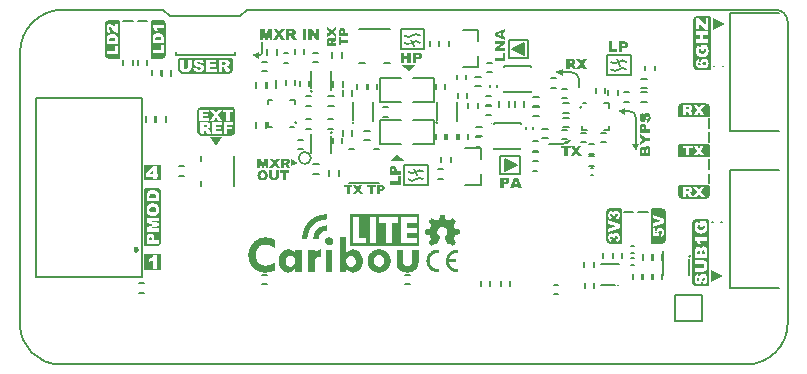
<source format=gto>
G04*
G04 #@! TF.GenerationSoftware,Altium Limited,CircuitStudio,1.5.2 (30)*
G04*
G04 Layer_Color=65535*
%FSLAX25Y25*%
%MOIN*%
G70*
G01*
G75*
%ADD11C,0.00800*%
%ADD13C,0.00400*%
%ADD47C,0.00600*%
%ADD53C,0.00500*%
%ADD97C,0.00394*%
%ADD98C,0.01575*%
%ADD99C,0.00787*%
G36*
X1151126Y731579D02*
X1151121Y731575D01*
X1151126Y731579D01*
Y731579D01*
D02*
G37*
G36*
X1157415Y731594D02*
Y731594D01*
X1157406Y731601D01*
X1157415Y731594D01*
D02*
G37*
G36*
X1171135Y731415D02*
Y731415D01*
X1171140Y731419D01*
X1171135Y731415D01*
D02*
G37*
G36*
X1157475Y731550D02*
X1157473Y731551D01*
Y731551D01*
X1157475Y731550D01*
D02*
G37*
G36*
X1117384Y764781D02*
X1116548D01*
Y767293D01*
X1115905Y764781D01*
X1115148D01*
X1114511Y767293D01*
Y764781D01*
X1113676D01*
Y768075D01*
X1115016D01*
X1115527Y766067D01*
X1116043Y768075D01*
X1117384D01*
Y764781D01*
D02*
G37*
G36*
X1178462Y732146D02*
X1178462D01*
X1178464Y732148D01*
X1178462Y732146D01*
D02*
G37*
G36*
X1157565Y731670D02*
X1157560Y731673D01*
Y731673D01*
X1157565Y731670D01*
D02*
G37*
G36*
X1157501Y731714D02*
Y731714D01*
X1157499Y731715D01*
X1157501Y731714D01*
D02*
G37*
G36*
X1151371Y731264D02*
X1151370Y731264D01*
X1151371Y731264D01*
Y731264D01*
D02*
G37*
G36*
X1146530Y730227D02*
X1146530D01*
X1146526Y730240D01*
X1146530Y730227D01*
D02*
G37*
G36*
X1138766Y730239D02*
X1136603D01*
Y737683D01*
X1138766D01*
Y730239D01*
D02*
G37*
G36*
X1268976Y728781D02*
X1264976Y726781D01*
Y730781D01*
X1268976Y728781D01*
D02*
G37*
G36*
X1146746Y730224D02*
X1146743Y730232D01*
X1146743D01*
X1146746Y730224D01*
D02*
G37*
G36*
X1166021Y730721D02*
X1166021D01*
X1166020Y730723D01*
X1166021Y730721D01*
D02*
G37*
G36*
X1157132Y731256D02*
Y731256D01*
X1157128Y731260D01*
X1157132Y731256D01*
D02*
G37*
G36*
X1165285Y730268D02*
X1165284Y730271D01*
X1165284D01*
X1165285Y730268D01*
D02*
G37*
G36*
X1166070Y730648D02*
X1166061Y730662D01*
X1166061D01*
X1166070Y730648D01*
D02*
G37*
G36*
X1167467Y733332D02*
X1167465Y733311D01*
Y733311D01*
X1167465Y733300D01*
X1167464Y733289D01*
Y733289D01*
X1167463Y733278D01*
X1167462Y733266D01*
Y733266D01*
X1167461Y733255D01*
X1167461Y733244D01*
X1167460Y733233D01*
Y733233D01*
X1167459Y733222D01*
Y733222D01*
X1167459Y733222D01*
X1167458Y733210D01*
Y733210D01*
X1167457Y733199D01*
X1167456Y733188D01*
Y733188D01*
X1167455Y733177D01*
Y733177D01*
X1167455Y733166D01*
Y733166D01*
X1167454Y733154D01*
X1167453Y733143D01*
Y733143D01*
X1167452Y733132D01*
Y733132D01*
X1167451Y733121D01*
X1167450Y733110D01*
X1167450Y733110D01*
X1167449Y733099D01*
Y733099D01*
X1167448Y733088D01*
Y733088D01*
X1167447Y733076D01*
Y733076D01*
X1167446Y733065D01*
Y733065D01*
X1167445Y733054D01*
Y733054D01*
X1167444Y733043D01*
Y733043D01*
X1167443Y733032D01*
X1167442Y733021D01*
Y733021D01*
X1167441Y733010D01*
Y733010D01*
X1167440Y732999D01*
Y732999D01*
X1167439Y732987D01*
X1167439Y732987D01*
X1167438Y732976D01*
X1167437Y732965D01*
Y732965D01*
X1167435Y732954D01*
X1167434Y732943D01*
Y732943D01*
X1167433Y732932D01*
Y732932D01*
X1167432Y732921D01*
X1167431Y732910D01*
Y732910D01*
X1167429Y732899D01*
X1167428Y732888D01*
Y732888D01*
X1167427Y732877D01*
X1167427Y732877D01*
X1167425Y732866D01*
Y732866D01*
X1167424Y732855D01*
Y732855D01*
X1167423Y732844D01*
X1167421Y732833D01*
Y732833D01*
X1167420Y732822D01*
X1167418Y732811D01*
X1167417Y732800D01*
X1167417Y732800D01*
X1167415Y732789D01*
X1167413Y732778D01*
X1167412Y732767D01*
X1167412Y732767D01*
X1167410Y732756D01*
Y732756D01*
X1167408Y732745D01*
X1167407Y732734D01*
X1167405Y732724D01*
Y732724D01*
X1167403Y732713D01*
X1167401Y732702D01*
X1167399Y732691D01*
X1167397Y732680D01*
X1167397Y732680D01*
X1167396Y732669D01*
X1167394Y732658D01*
X1167391Y732648D01*
Y732648D01*
X1167389Y732637D01*
X1167387Y732626D01*
X1167385Y732615D01*
X1167383Y732605D01*
X1167383Y732605D01*
X1167381Y732594D01*
Y732594D01*
X1167379Y732583D01*
Y732583D01*
X1167376Y732572D01*
X1167374Y732561D01*
X1167371Y732551D01*
X1167369Y732540D01*
X1167369Y732540D01*
X1167366Y732529D01*
Y732529D01*
X1167364Y732519D01*
X1167361Y732508D01*
X1167359Y732498D01*
X1167359Y732498D01*
X1167356Y732487D01*
X1167353Y732476D01*
X1167350Y732466D01*
X1167342Y732434D01*
X1167332Y732402D01*
X1167323Y732370D01*
Y732370D01*
X1167313Y732339D01*
Y732339D01*
X1167302Y732308D01*
X1167302Y732308D01*
X1167291Y732276D01*
X1167280Y732246D01*
X1167268Y732214D01*
X1167256Y732184D01*
X1167243Y732153D01*
X1167230Y732122D01*
X1167217Y732092D01*
X1167217Y732092D01*
X1167203Y732062D01*
X1167189Y732031D01*
X1167174Y732002D01*
X1167159Y731972D01*
X1167144Y731942D01*
Y731942D01*
X1167128Y731913D01*
X1167107Y731874D01*
X1167107Y731874D01*
X1167085Y731835D01*
X1167063Y731797D01*
X1167039Y731759D01*
X1167016Y731721D01*
X1167009Y731726D01*
X1166983Y731676D01*
X1166983Y731676D01*
X1166983Y731675D01*
X1166948Y731633D01*
X1166951Y731632D01*
X1166948Y731633D01*
X1166913Y731590D01*
X1166913Y731590D01*
X1166878Y731548D01*
X1166891Y731538D01*
X1166878Y731548D01*
X1166843Y731505D01*
X1166856Y731495D01*
X1166821Y731452D01*
X1166793Y731417D01*
X1166765Y731383D01*
X1166736Y731350D01*
X1166707Y731317D01*
X1166677Y731284D01*
X1166647Y731251D01*
X1166616Y731219D01*
X1166585Y731188D01*
X1166585D01*
X1166554Y731156D01*
X1166522Y731126D01*
X1166489Y731095D01*
X1166457Y731065D01*
X1166424Y731035D01*
X1166414Y731046D01*
X1166235Y730899D01*
X1166124Y730807D01*
X1166124Y730807D01*
X1166023Y730725D01*
X1166020Y730723D01*
X1166020Y730723D01*
X1165922Y730671D01*
X1165928Y730661D01*
X1165922Y730671D01*
X1165824Y730619D01*
X1165833Y730604D01*
X1165824Y730619D01*
X1165737Y730572D01*
Y730572D01*
X1165532Y730463D01*
X1165533Y730460D01*
X1165532Y730463D01*
X1165473Y730431D01*
X1165477Y730423D01*
X1165477D01*
X1165474Y730431D01*
X1165413Y730399D01*
X1165404Y730396D01*
X1165404Y730396D01*
X1165330Y730373D01*
X1165330Y730373D01*
X1165255Y730351D01*
X1165261Y730337D01*
X1165261D01*
X1165256Y730351D01*
X1165181Y730328D01*
Y730328D01*
X1165097Y730302D01*
X1165012Y730277D01*
X1165017Y730258D01*
X1165012Y730277D01*
X1164917Y730248D01*
X1164921Y730232D01*
X1164917Y730248D01*
X1164811Y730216D01*
X1164812Y730208D01*
X1164758Y730196D01*
X1164726Y730189D01*
X1164693Y730183D01*
X1164661Y730177D01*
X1164661D01*
X1164628Y730171D01*
X1164628D01*
X1164595Y730165D01*
X1164562Y730159D01*
X1164529Y730154D01*
X1164529D01*
X1164496Y730149D01*
X1164496D01*
X1164463Y730145D01*
X1164431Y730140D01*
X1164431D01*
X1164397Y730136D01*
X1164397Y730136D01*
X1164364Y730132D01*
X1164331Y730128D01*
X1164298Y730125D01*
X1164298D01*
X1164265Y730122D01*
X1164265D01*
X1164231Y730119D01*
X1164231D01*
X1164198Y730116D01*
X1164165Y730113D01*
X1164132Y730111D01*
X1164132D01*
X1164098Y730109D01*
X1164098Y730109D01*
X1164065Y730107D01*
X1164032Y730105D01*
X1164032Y730105D01*
X1163998Y730104D01*
X1163998Y730104D01*
X1163965Y730103D01*
X1163932Y730102D01*
X1163932D01*
X1163898Y730101D01*
X1163898D01*
X1163865Y730100D01*
X1163865Y730100D01*
X1163832Y730100D01*
X1163798Y730100D01*
X1163765Y730100D01*
X1163731Y730100D01*
X1163698Y730100D01*
X1163698Y730100D01*
X1163665Y730101D01*
X1163665D01*
X1163631Y730102D01*
X1163631D01*
X1163598Y730103D01*
X1163564Y730104D01*
X1163531Y730105D01*
X1163498Y730107D01*
X1163498D01*
X1163464Y730109D01*
X1163464D01*
X1163431Y730111D01*
X1163431Y730111D01*
X1163398Y730113D01*
X1163365Y730116D01*
X1163332Y730119D01*
X1163298Y730122D01*
X1163254Y730126D01*
X1163210Y730131D01*
X1163166Y730136D01*
X1163166D01*
X1163121Y730142D01*
X1163078Y730148D01*
X1163033Y730154D01*
X1162990Y730161D01*
X1162946Y730168D01*
X1162903Y730176D01*
X1162859Y730185D01*
X1162859Y730185D01*
X1162815Y730193D01*
X1162815D01*
X1162772Y730202D01*
X1162772Y730202D01*
X1162728Y730212D01*
X1162685Y730222D01*
X1162685D01*
X1162642Y730233D01*
X1162599Y730244D01*
X1162556Y730255D01*
X1162513Y730267D01*
X1162513D01*
X1162470Y730280D01*
X1162470D01*
X1162428Y730293D01*
X1162385Y730306D01*
X1162344Y730320D01*
X1162302Y730335D01*
X1162260Y730350D01*
X1162218Y730365D01*
X1162177Y730381D01*
X1162136Y730398D01*
X1162095Y730415D01*
X1162054Y730433D01*
X1162054Y730433D01*
X1162014Y730451D01*
X1161974Y730469D01*
X1161934Y730489D01*
X1161894Y730508D01*
X1161901Y730523D01*
X1161561Y730705D01*
X1161235Y730972D01*
X1161078Y731102D01*
X1161052Y731132D01*
X1161053Y731132D01*
X1160898Y731320D01*
X1160884Y731309D01*
X1160898Y731320D01*
X1160786Y731457D01*
X1160786Y731457D01*
X1160691Y731573D01*
X1160689Y731577D01*
X1160685Y731574D01*
X1160689Y731577D01*
X1160621Y731704D01*
X1160621Y731705D01*
X1160413Y732094D01*
X1160409Y732105D01*
X1160409Y732105D01*
X1160374Y732222D01*
X1160359Y732217D01*
X1160374Y732222D01*
X1160345Y732317D01*
X1160327Y732311D01*
Y732311D01*
X1160345Y732317D01*
X1160320Y732401D01*
X1160320D01*
X1160297Y732475D01*
X1160280Y732471D01*
X1160297Y732475D01*
X1160278Y732538D01*
X1160267Y732535D01*
X1160259Y732568D01*
Y732568D01*
X1160257Y732578D01*
Y732578D01*
X1160255Y732589D01*
X1160254Y732589D01*
X1160252Y732600D01*
X1160250Y732611D01*
Y732611D01*
X1160248Y732621D01*
Y732621D01*
X1160246Y732632D01*
X1160246Y732632D01*
X1160243Y732643D01*
X1160241Y732654D01*
X1160239Y732665D01*
Y732665D01*
X1160237Y732676D01*
X1160237Y732676D01*
X1160235Y732686D01*
Y732686D01*
X1160233Y732697D01*
X1160231Y732708D01*
Y732708D01*
X1160229Y732719D01*
Y732719D01*
X1160227Y732730D01*
X1160225Y732741D01*
X1160224Y732752D01*
Y732752D01*
X1160222Y732762D01*
Y732762D01*
X1160220Y732773D01*
X1160219Y732784D01*
X1160217Y732795D01*
X1160215Y732806D01*
X1160215Y732806D01*
X1160214Y732817D01*
Y732817D01*
X1160212Y732828D01*
X1160210Y732839D01*
X1160209Y732850D01*
Y732850D01*
X1160207Y732861D01*
Y732861D01*
X1160206Y732872D01*
X1160205Y732883D01*
Y732883D01*
X1160203Y732894D01*
X1160202Y732905D01*
X1160200Y732916D01*
Y732916D01*
X1160199Y732927D01*
Y732927D01*
X1160198Y732938D01*
X1160198Y732938D01*
X1160196Y732949D01*
X1160196Y732949D01*
X1160195Y732960D01*
Y732960D01*
X1160194Y732971D01*
X1160193Y732982D01*
Y732982D01*
X1160192Y732993D01*
X1160190Y733004D01*
Y733004D01*
X1160189Y733015D01*
Y733015D01*
X1160188Y733026D01*
X1160188Y733026D01*
X1160187Y733037D01*
Y733037D01*
X1160186Y733048D01*
X1160185Y733059D01*
Y733060D01*
X1160184Y733071D01*
Y733071D01*
X1160183Y733081D01*
Y733082D01*
X1160182Y733093D01*
X1160182Y733093D01*
X1160181Y733104D01*
Y733104D01*
X1160180Y733115D01*
X1160179Y733126D01*
X1160179Y733126D01*
X1160178Y733137D01*
X1160178Y733137D01*
X1160177Y733148D01*
Y733148D01*
X1160176Y733159D01*
Y733159D01*
X1160175Y733170D01*
Y733170D01*
X1160174Y733182D01*
Y733182D01*
X1160174Y733193D01*
X1160174Y733193D01*
X1160173Y733204D01*
X1160173Y733204D01*
X1160172Y733215D01*
Y733215D01*
X1160171Y733226D01*
Y733226D01*
X1160170Y733237D01*
Y733237D01*
X1160169Y733249D01*
Y733249D01*
X1160169Y733260D01*
Y733260D01*
X1160168Y733271D01*
Y733271D01*
X1160167Y733282D01*
Y733282D01*
X1160166Y733293D01*
X1160166Y733304D01*
X1160165Y733316D01*
X1160164Y733327D01*
X1160163Y733338D01*
Y733338D01*
X1160163Y733349D01*
X1160163Y733349D01*
X1160162Y733360D01*
X1160161Y733371D01*
Y733371D01*
X1160161Y733383D01*
X1160160Y733394D01*
X1160159Y733405D01*
X1160159Y733416D01*
Y733416D01*
X1160158Y733427D01*
X1160157Y733439D01*
X1160157Y733439D01*
X1160157Y733450D01*
X1160157Y733450D01*
Y733450D01*
X1160156Y733461D01*
X1160156Y733461D01*
X1160155Y733472D01*
X1160155Y733483D01*
X1160154Y733495D01*
X1160154Y733495D01*
X1160154Y733495D01*
X1160153Y733506D01*
X1160153Y733516D01*
Y737667D01*
X1162350D01*
Y734101D01*
X1162351Y734100D01*
X1162350Y734099D01*
X1162351Y734089D01*
Y734089D01*
X1162351Y734084D01*
X1162351Y734084D01*
X1162351Y734084D01*
X1162351Y734079D01*
X1162352Y734074D01*
Y734074D01*
X1162352Y734069D01*
X1162352Y734069D01*
X1162352Y734069D01*
X1162352Y734063D01*
X1162352Y734058D01*
X1162353Y734053D01*
X1162353Y734053D01*
X1162353Y734053D01*
X1162353Y734048D01*
X1162353Y734048D01*
X1162353Y734043D01*
X1162353Y734038D01*
X1162353Y734038D01*
X1162353Y734038D01*
X1162354Y734033D01*
X1162354Y734028D01*
X1162354Y734023D01*
X1162354Y734018D01*
X1162354Y734018D01*
X1162354Y734018D01*
X1162355Y734012D01*
X1162355Y734007D01*
X1162355Y734002D01*
X1162355Y733997D01*
X1162356Y733992D01*
X1162356Y733992D01*
X1162356Y733992D01*
X1162356Y733987D01*
X1162356Y733982D01*
X1162356Y733982D01*
X1162356Y733982D01*
X1162356Y733977D01*
X1162357Y733972D01*
X1162357Y733966D01*
X1162357Y733961D01*
X1162357Y733961D01*
X1162357Y733961D01*
X1162358Y733956D01*
X1162358Y733956D01*
X1162358Y733956D01*
X1162358Y733951D01*
Y733951D01*
X1162358Y733946D01*
X1162358Y733946D01*
X1162358Y733946D01*
X1162358Y733941D01*
X1162358Y733941D01*
X1162358Y733941D01*
X1162359Y733936D01*
X1162359Y733931D01*
X1162359Y733931D01*
X1162359Y733931D01*
X1162359Y733926D01*
X1162360Y733920D01*
X1162360Y733915D01*
X1162360Y733915D01*
X1162360Y733915D01*
X1162360Y733910D01*
X1162360Y733910D01*
X1162360Y733910D01*
X1162361Y733905D01*
X1162361Y733900D01*
X1162361Y733895D01*
X1162361Y733895D01*
X1162361Y733895D01*
X1162362Y733890D01*
X1162362Y733890D01*
X1162362Y733890D01*
X1162362Y733885D01*
X1162362Y733885D01*
X1162362Y733880D01*
X1162362Y733880D01*
X1162362Y733880D01*
X1162363Y733874D01*
X1162363Y733874D01*
X1162363Y733874D01*
X1162363Y733869D01*
X1162364Y733864D01*
X1162364Y733864D01*
X1162364Y733864D01*
X1162364Y733859D01*
Y733859D01*
X1162364Y733854D01*
X1162364Y733854D01*
X1162364Y733854D01*
X1162365Y733849D01*
X1162365Y733849D01*
X1162365Y733844D01*
X1162365Y733844D01*
X1162365Y733844D01*
X1162366Y733839D01*
X1162366Y733834D01*
X1162366Y733834D01*
X1162366Y733833D01*
X1162366Y733828D01*
X1162366Y733828D01*
X1162366Y733828D01*
X1162367Y733823D01*
X1162367Y733823D01*
X1162367Y733823D01*
X1162367Y733818D01*
Y733818D01*
X1162368Y733813D01*
X1162368Y733813D01*
X1162368Y733813D01*
X1162368Y733808D01*
X1162368Y733808D01*
X1162368Y733808D01*
X1162369Y733803D01*
X1162369Y733803D01*
X1162369Y733803D01*
X1162369Y733798D01*
Y733798D01*
X1162370Y733793D01*
X1162370Y733792D01*
X1162370Y733792D01*
X1162370Y733787D01*
X1162371Y733782D01*
X1162371Y733782D01*
X1162371Y733782D01*
X1162371Y733777D01*
X1162371Y733777D01*
X1162371Y733777D01*
X1162372Y733772D01*
X1162372Y733772D01*
X1162372Y733772D01*
X1162372Y733767D01*
X1162372Y733767D01*
X1162372Y733767D01*
X1162373Y733762D01*
X1162373Y733762D01*
X1162373Y733762D01*
X1162374Y733757D01*
X1162374Y733757D01*
X1162374Y733757D01*
X1162374Y733752D01*
Y733752D01*
X1162375Y733746D01*
X1162375Y733746D01*
X1162375Y733746D01*
X1162375Y733741D01*
X1162375Y733741D01*
X1162375Y733741D01*
X1162376Y733736D01*
Y733736D01*
X1162376Y733731D01*
X1162376Y733731D01*
X1162376Y733731D01*
X1162377Y733726D01*
X1162377Y733726D01*
X1162377Y733726D01*
X1162378Y733721D01*
Y733721D01*
X1162378Y733716D01*
X1162378Y733716D01*
X1162378Y733716D01*
X1162379Y733711D01*
X1162379Y733711D01*
X1162379Y733711D01*
X1162380Y733706D01*
X1162380Y733706D01*
X1162380Y733706D01*
X1162380Y733700D01*
X1162380Y733700D01*
X1162380Y733700D01*
X1162381Y733695D01*
X1162381Y733695D01*
X1162381Y733695D01*
X1162382Y733690D01*
X1162382Y733690D01*
X1162382Y733690D01*
X1162382Y733685D01*
X1162383Y733680D01*
X1162383Y733680D01*
X1162383Y733680D01*
X1162384Y733675D01*
X1162384Y733675D01*
X1162384Y733675D01*
X1162385Y733670D01*
X1162385Y733665D01*
X1162385Y733665D01*
X1162385Y733665D01*
X1162386Y733660D01*
X1162387Y733654D01*
X1162387Y733654D01*
X1162387Y733654D01*
X1162388Y733649D01*
X1162388Y733649D01*
X1162388Y733649D01*
X1162388Y733644D01*
X1162389Y733644D01*
X1162388Y733644D01*
X1162389Y733639D01*
X1162389Y733639D01*
X1162389Y733639D01*
X1162390Y733634D01*
X1162390Y733634D01*
X1162390Y733634D01*
X1162391Y733629D01*
X1162391Y733629D01*
X1162391Y733629D01*
X1162392Y733624D01*
X1162392Y733624D01*
X1162392Y733624D01*
X1162393Y733619D01*
X1162393Y733619D01*
X1162393Y733619D01*
X1162393Y733614D01*
X1162393Y733614D01*
X1162393Y733613D01*
X1162394Y733608D01*
X1162396Y733607D01*
X1162412Y733479D01*
X1162424Y733482D01*
X1162412Y733479D01*
X1162417Y733442D01*
X1162441Y733385D01*
X1162450Y733387D01*
Y733387D01*
X1162441Y733385D01*
X1162564Y733087D01*
X1162568Y733088D01*
Y733088D01*
X1162564Y733087D01*
X1162586Y733034D01*
X1162589Y733035D01*
X1162586Y733034D01*
X1162607Y732985D01*
X1162607Y732985D01*
X1162614Y732968D01*
X1162634Y732941D01*
X1162634Y732941D01*
X1162666Y732900D01*
X1162669Y732901D01*
X1162667Y732900D01*
X1162698Y732858D01*
X1162698Y732858D01*
X1162729Y732817D01*
X1162730Y732817D01*
X1162732Y732811D01*
X1162735Y732810D01*
X1162754Y732785D01*
X1162756Y732778D01*
X1162766Y732766D01*
X1162766Y732766D01*
X1162766Y732765D01*
X1162775Y732754D01*
X1162775Y732753D01*
X1162775Y732753D01*
X1162785Y732741D01*
X1162785Y732741D01*
X1162785Y732741D01*
X1162795Y732729D01*
X1162795Y732729D01*
X1162795Y732729D01*
X1162805Y732717D01*
X1162805Y732717D01*
X1162805Y732717D01*
X1162815Y732705D01*
X1162815Y732705D01*
X1162815Y732705D01*
X1162825Y732693D01*
X1162825Y732693D01*
X1162825Y732693D01*
X1162835Y732682D01*
X1162836Y732681D01*
X1162836Y732681D01*
X1162846Y732670D01*
X1162846Y732670D01*
X1162846Y732669D01*
X1162856Y732658D01*
X1162856Y732658D01*
X1162856Y732658D01*
X1162867Y732647D01*
X1162867Y732647D01*
X1162867Y732646D01*
X1162878Y732635D01*
X1162878Y732635D01*
X1162878Y732635D01*
X1162889Y732624D01*
X1162889Y732624D01*
X1162889Y732624D01*
X1162900Y732613D01*
X1162900Y732613D01*
X1162900Y732613D01*
X1162911Y732602D01*
X1162911Y732602D01*
X1162911Y732602D01*
X1162922Y732591D01*
X1162922Y732591D01*
X1162922Y732591D01*
X1162933Y732580D01*
X1162934Y732580D01*
X1162934Y732580D01*
X1162945Y732569D01*
X1162945Y732569D01*
X1162945Y732569D01*
X1162957Y732559D01*
X1162957Y732559D01*
X1162957Y732559D01*
X1162968Y732549D01*
X1162968Y732548D01*
X1162969Y732548D01*
X1162980Y732538D01*
X1162980Y732538D01*
X1162980Y732538D01*
X1162992Y732528D01*
X1162992Y732528D01*
X1162992Y732528D01*
X1163004Y732518D01*
X1163004Y732518D01*
X1163004Y732518D01*
X1163016Y732508D01*
X1163017Y732508D01*
X1163017Y732508D01*
X1163029Y732498D01*
X1163029Y732498D01*
X1163029Y732498D01*
X1163041Y732489D01*
X1163048Y732487D01*
X1163056Y732481D01*
X1163058Y732477D01*
X1163064Y732474D01*
X1163064Y732474D01*
X1163066Y732473D01*
X1163082Y732461D01*
X1163083Y732459D01*
X1163087Y732457D01*
X1163089Y732456D01*
X1163089Y732456D01*
X1163089Y732456D01*
X1163114Y732436D01*
X1163114Y732436D01*
X1163135Y732420D01*
X1163135Y732420D01*
X1163156Y732404D01*
X1163160Y732411D01*
X1163160Y732411D01*
X1163156Y732404D01*
X1163170Y732394D01*
X1163179Y732390D01*
X1163179Y732390D01*
X1163198Y732382D01*
X1163202Y732388D01*
X1163202D01*
X1163199Y732382D01*
X1163218Y732374D01*
X1163218Y732374D01*
X1163238Y732366D01*
X1163239Y732369D01*
X1163238Y732366D01*
X1163257Y732358D01*
X1163258Y732359D01*
X1163257Y732358D01*
X1163277Y732350D01*
X1163296Y732342D01*
Y732342D01*
X1163316Y732334D01*
X1163335Y732326D01*
X1163335Y732326D01*
X1163335Y732326D01*
X1163355Y732318D01*
X1163355Y732318D01*
X1163374Y732310D01*
X1163375Y732311D01*
X1163374Y732310D01*
X1163408Y732295D01*
X1163409Y732298D01*
X1163409Y732297D01*
X1163424Y732293D01*
X1163424Y732293D01*
X1163424Y732293D01*
X1163439Y732289D01*
X1163439Y732289D01*
X1163440Y732289D01*
X1163454Y732285D01*
X1163455Y732285D01*
X1163455Y732284D01*
X1163470Y732281D01*
X1163470Y732281D01*
X1163470Y732281D01*
X1163485Y732277D01*
X1163485Y732277D01*
X1163486Y732277D01*
X1163500Y732274D01*
X1163501Y732274D01*
X1163501Y732273D01*
X1163516Y732270D01*
X1163516Y732270D01*
X1163516Y732270D01*
X1163531Y732267D01*
X1163532Y732267D01*
X1163532Y732267D01*
X1163547Y732265D01*
X1163547Y732265D01*
X1163548Y732264D01*
X1163563Y732262D01*
X1163563Y732262D01*
X1163563Y732262D01*
X1163578Y732259D01*
X1163578Y732260D01*
X1163579Y732259D01*
X1163594Y732257D01*
X1163594Y732257D01*
X1163594Y732257D01*
X1163610Y732255D01*
X1163610Y732255D01*
X1163610Y732255D01*
X1163625Y732253D01*
X1163625Y732253D01*
X1163626Y732253D01*
X1163641Y732252D01*
X1163641Y732252D01*
X1163641Y732252D01*
X1163657Y732250D01*
X1163657Y732250D01*
X1163657Y732250D01*
X1163672Y732249D01*
X1163673Y732249D01*
X1163673Y732249D01*
X1163688Y732248D01*
X1163688Y732248D01*
X1163688Y732248D01*
X1163704Y732247D01*
X1163704Y732247D01*
X1163704Y732247D01*
X1163719Y732246D01*
X1163720Y732246D01*
X1163720Y732246D01*
X1163735Y732246D01*
X1163735Y732246D01*
X1163736Y732246D01*
X1163751Y732245D01*
X1163751Y732245D01*
X1163751Y732245D01*
X1163767Y732245D01*
X1163767Y732245D01*
X1163767Y732237D01*
X1163776Y732236D01*
X1163809Y732240D01*
X1163809Y732246D01*
X1163809D01*
X1163809Y732240D01*
X1163851Y732246D01*
Y732246D01*
X1163883Y732250D01*
X1163885Y732249D01*
X1163887Y732251D01*
X1163888Y732251D01*
Y732251D01*
X1163916Y732254D01*
X1163920Y732253D01*
X1163924Y732254D01*
X1163924Y732255D01*
X1163924D01*
X1163924Y732254D01*
X1163928Y732256D01*
X1163951Y732259D01*
X1163955Y732257D01*
X1163960Y732259D01*
X1163960Y732260D01*
X1163960D01*
X1163960Y732259D01*
X1163965Y732261D01*
X1163982Y732263D01*
X1163986Y732261D01*
X1163991Y732264D01*
X1163993Y732265D01*
X1164014Y732267D01*
X1164016Y732267D01*
X1164020Y732268D01*
X1164023Y732268D01*
X1164023Y732268D01*
X1164023Y732268D01*
X1164054Y732272D01*
X1164053Y732275D01*
X1164054Y732273D01*
X1164085Y732277D01*
X1164085Y732277D01*
X1164117Y732281D01*
X1164117Y732281D01*
X1164130Y732283D01*
X1164147Y732290D01*
X1164145Y732298D01*
X1164145D01*
X1164147Y732290D01*
X1164240Y732328D01*
X1164240Y732328D01*
X1164288Y732348D01*
Y732348D01*
X1164301Y732354D01*
X1164346Y732373D01*
X1164345Y732374D01*
X1164346Y732373D01*
X1164445Y732413D01*
X1164452Y732419D01*
X1164447Y732428D01*
X1164452Y732419D01*
X1164538Y732484D01*
X1164542Y732485D01*
X1164554Y732494D01*
X1164554Y732494D01*
X1164554Y732494D01*
X1164567Y732503D01*
X1164567Y732504D01*
X1164567Y732504D01*
X1164579Y732513D01*
X1164579Y732513D01*
X1164580Y732513D01*
X1164592Y732522D01*
X1164592Y732522D01*
X1164592Y732522D01*
X1164604Y732532D01*
X1164604Y732532D01*
X1164604Y732532D01*
X1164616Y732542D01*
X1164616Y732542D01*
X1164617Y732542D01*
X1164629Y732552D01*
X1164629Y732552D01*
X1164629Y732552D01*
X1164641Y732562D01*
X1164641Y732562D01*
X1164641Y732562D01*
X1164653Y732572D01*
X1164653Y732572D01*
X1164653Y732572D01*
X1164664Y732582D01*
X1164664Y732583D01*
X1164665Y732583D01*
X1164676Y732593D01*
X1164676Y732593D01*
X1164676Y732593D01*
X1164688Y732603D01*
X1164688Y732604D01*
X1164688Y732604D01*
X1164699Y732614D01*
X1164699Y732614D01*
X1164699Y732614D01*
X1164710Y732625D01*
X1164711Y732625D01*
X1164711Y732625D01*
X1164722Y732636D01*
X1164722Y732636D01*
X1164722Y732636D01*
X1164733Y732647D01*
X1164733Y732647D01*
X1164733Y732647D01*
X1164744Y732658D01*
X1164744Y732658D01*
X1164744Y732658D01*
X1164755Y732669D01*
X1164755Y732669D01*
X1164755Y732669D01*
X1164766Y732680D01*
X1164766Y732681D01*
X1164766Y732681D01*
X1164776Y732692D01*
X1164776Y732692D01*
X1164777Y732692D01*
X1164787Y732703D01*
X1164787Y732703D01*
X1164787Y732703D01*
X1164797Y732715D01*
X1164797Y732715D01*
X1164798Y732715D01*
X1164808Y732727D01*
X1164808Y732727D01*
X1164808Y732727D01*
X1164818Y732738D01*
X1164818Y732739D01*
X1164818Y732739D01*
X1164828Y732750D01*
X1164828Y732751D01*
X1164828Y732751D01*
X1164842Y732766D01*
X1164843Y732771D01*
X1164983Y732953D01*
X1164983Y732953D01*
X1165026Y733009D01*
X1165157Y733326D01*
X1165154Y733326D01*
Y733327D01*
X1165157Y733326D01*
X1165183Y733388D01*
X1165175Y733391D01*
X1165183Y733388D01*
X1165203Y733437D01*
X1165190Y733441D01*
X1165203Y733437D01*
X1165207Y733447D01*
X1165212Y733483D01*
X1165206Y733485D01*
X1165211Y733483D01*
X1165217Y733525D01*
X1165217Y733525D01*
X1165224Y733576D01*
X1165224Y733577D01*
X1165225Y733582D01*
X1165225Y733582D01*
X1165225Y733582D01*
X1165226Y733587D01*
X1165226Y733587D01*
X1165226Y733587D01*
X1165227Y733592D01*
X1165227Y733592D01*
X1165227Y733592D01*
X1165228Y733597D01*
X1165228Y733597D01*
X1165228Y733597D01*
X1165229Y733602D01*
X1165229Y733602D01*
X1165229Y733602D01*
X1165230Y733607D01*
X1165229Y733607D01*
X1165230Y733607D01*
X1165230Y733612D01*
Y733612D01*
X1165231Y733617D01*
X1165231Y733617D01*
X1165231Y733617D01*
X1165232Y733623D01*
X1165232Y733623D01*
X1165232Y733623D01*
X1165233Y733628D01*
X1165233Y733628D01*
X1165233Y733628D01*
X1165234Y733633D01*
X1165234Y733633D01*
X1165234Y733633D01*
X1165234Y733638D01*
X1165234Y733638D01*
X1165234Y733638D01*
X1165235Y733643D01*
X1165235Y733643D01*
X1165235Y733643D01*
X1165236Y733648D01*
X1165237Y733653D01*
X1165237Y733653D01*
X1165237Y733653D01*
X1165238Y733658D01*
X1165238Y733658D01*
X1165238Y733658D01*
X1165238Y733663D01*
X1165238Y733663D01*
X1165238Y733663D01*
X1165239Y733669D01*
X1165239Y733669D01*
X1165239Y733669D01*
X1165240Y733674D01*
X1165240Y733674D01*
X1165240Y733674D01*
X1165240Y733679D01*
X1165241Y733684D01*
X1165241Y733684D01*
X1165241Y733684D01*
X1165242Y733689D01*
X1165242Y733689D01*
X1165242Y733689D01*
X1165242Y733694D01*
X1165242Y733694D01*
X1165242Y733694D01*
X1165243Y733699D01*
X1165244Y733704D01*
X1165244Y733704D01*
X1165244Y733704D01*
X1165244Y733709D01*
X1165244Y733709D01*
X1165244Y733709D01*
X1165245Y733715D01*
X1165246Y733720D01*
X1165246Y733720D01*
X1165246Y733720D01*
X1165246Y733725D01*
X1165247Y733730D01*
X1165247Y733730D01*
X1165247Y733730D01*
X1165247Y733735D01*
X1165247Y733735D01*
X1165247Y733735D01*
X1165248Y733740D01*
Y733740D01*
X1165248Y733745D01*
X1165248Y733745D01*
X1165248Y733745D01*
X1165249Y733750D01*
X1165249Y733750D01*
X1165249Y733750D01*
X1165250Y733755D01*
X1165250Y733761D01*
X1165250Y733761D01*
X1165250Y733761D01*
X1165250Y733766D01*
X1165250Y733766D01*
X1165250Y733766D01*
X1165251Y733771D01*
X1165252Y733776D01*
Y733776D01*
X1165252Y733781D01*
X1165252Y733781D01*
X1165252Y733781D01*
X1165252Y733786D01*
X1165252Y733786D01*
X1165252Y733786D01*
X1165253Y733791D01*
X1165253Y733791D01*
X1165253Y733797D01*
X1165253Y733797D01*
X1165253Y733797D01*
X1165254Y733802D01*
X1165254Y733802D01*
X1165254Y733802D01*
X1165254Y733807D01*
X1165254Y733807D01*
X1165254Y733807D01*
X1165255Y733812D01*
X1165255Y733817D01*
X1165255Y733817D01*
X1165255Y733817D01*
X1165256Y733822D01*
X1165256Y733822D01*
X1165256Y733822D01*
X1165256Y733827D01*
Y733827D01*
X1165256Y733832D01*
X1165256Y733832D01*
X1165256Y733833D01*
X1165257Y733838D01*
Y733838D01*
X1165257Y733843D01*
X1165257Y733843D01*
X1165257Y733843D01*
X1165258Y733848D01*
Y733848D01*
X1165258Y733853D01*
X1165258Y733853D01*
X1165258Y733853D01*
X1165258Y733858D01*
Y733858D01*
X1165259Y733863D01*
X1165259Y733863D01*
X1165259Y733863D01*
X1165259Y733868D01*
X1165259Y733873D01*
X1165259Y733873D01*
X1165259Y733873D01*
X1165260Y733879D01*
Y733879D01*
X1165260Y733883D01*
X1165260Y733883D01*
X1165260Y733884D01*
X1165261Y733889D01*
X1165261Y733889D01*
X1165261Y733889D01*
X1165261Y733894D01*
Y733894D01*
X1165261Y733899D01*
X1165261Y733904D01*
X1165261Y733904D01*
X1165261Y733904D01*
X1165262Y733909D01*
X1165262Y733909D01*
X1165262Y733909D01*
X1165262Y733914D01*
X1165262Y733919D01*
Y733919D01*
X1165263Y733924D01*
X1165263Y733924D01*
X1165263Y733924D01*
X1165263Y733930D01*
X1165263Y733935D01*
X1165264Y733940D01*
X1165264Y733940D01*
X1165264Y733940D01*
X1165264Y733945D01*
X1165264Y733950D01*
X1165265Y733955D01*
X1165265Y733955D01*
X1165265Y733955D01*
X1165265Y733960D01*
X1165265Y733965D01*
X1165265Y733970D01*
X1165266Y733976D01*
X1165266Y733976D01*
X1165266Y733976D01*
X1165266Y733981D01*
X1165266Y733986D01*
X1165267Y733991D01*
X1165267Y733996D01*
X1165267Y734001D01*
X1165267Y734001D01*
X1165267Y734001D01*
X1165267Y734006D01*
Y734006D01*
X1165267Y734011D01*
X1165267Y734011D01*
X1165267Y734011D01*
X1165268Y734017D01*
X1165268Y734022D01*
X1165268Y734027D01*
X1165269Y734032D01*
X1165269Y734037D01*
X1165269Y734042D01*
X1165269Y734047D01*
X1165269Y734048D01*
X1165269Y734049D01*
Y737667D01*
X1167467D01*
Y733332D01*
D02*
G37*
G36*
X1171367Y734751D02*
X1171353Y734756D01*
Y734756D01*
X1171367Y734751D01*
D02*
G37*
G36*
X1220761Y770676D02*
X1221885Y768981D01*
X1220743D01*
X1220088Y770039D01*
X1219439Y768981D01*
X1218303D01*
X1219439Y770694D01*
X1218405Y772275D01*
X1219529D01*
X1220106Y771259D01*
X1220677Y772275D01*
X1221789D01*
X1220761Y770676D01*
D02*
G37*
G36*
X1218171Y771463D02*
X1217131D01*
Y768981D01*
X1216115D01*
Y771463D01*
X1215076D01*
Y772275D01*
X1218171D01*
Y771463D01*
D02*
G37*
G36*
X1133758Y735261D02*
X1133758D01*
X1133755Y735267D01*
X1133758Y735261D01*
D02*
G37*
G36*
X1196694Y761726D02*
X1196745D01*
X1196804Y761719D01*
X1196933Y761700D01*
X1197076Y761661D01*
X1197225Y761609D01*
X1197368Y761544D01*
X1197432Y761499D01*
X1197491Y761447D01*
X1197497D01*
X1197504Y761434D01*
X1197517Y761415D01*
X1197536Y761395D01*
X1197588Y761330D01*
X1197640Y761240D01*
X1197692Y761123D01*
X1197743Y760987D01*
X1197776Y760825D01*
X1197789Y760741D01*
Y760643D01*
Y760637D01*
Y760618D01*
Y760592D01*
X1197782Y760553D01*
Y760507D01*
X1197769Y760456D01*
X1197750Y760339D01*
X1197711Y760203D01*
X1197653Y760060D01*
X1197614Y759989D01*
X1197575Y759924D01*
X1197523Y759859D01*
X1197465Y759801D01*
X1197458D01*
X1197452Y759788D01*
X1197432Y759775D01*
X1197406Y759756D01*
X1197368Y759730D01*
X1197329Y759704D01*
X1197277Y759678D01*
X1197219Y759652D01*
X1197154Y759626D01*
X1197083Y759600D01*
X1196998Y759574D01*
X1196908Y759548D01*
X1196810Y759529D01*
X1196707Y759516D01*
X1196597Y759510D01*
X1196473Y759503D01*
X1195877D01*
Y758181D01*
X1194776D01*
Y761732D01*
X1196655D01*
X1196694Y761726D01*
D02*
G37*
G36*
X1201878Y758181D02*
X1200724D01*
X1200549Y758764D01*
X1199305D01*
X1199130Y758181D01*
X1198009D01*
X1199337Y761732D01*
X1200543D01*
X1201878Y758181D01*
D02*
G37*
G36*
X1150636Y735224D02*
X1150627Y735227D01*
Y735227D01*
X1150636Y735224D01*
D02*
G37*
G36*
X1143305Y736698D02*
X1143306Y736698D01*
X1143306Y736697D01*
X1143311Y736685D01*
X1143317Y736671D01*
X1143317Y736671D01*
X1143317Y736671D01*
X1143330Y736666D01*
X1143343Y736660D01*
X1143344Y736660D01*
X1143344Y736660D01*
X1143357Y736666D01*
X1143370Y736671D01*
X1143370Y736672D01*
X1143371Y736672D01*
X1143394Y736696D01*
X1143406Y736709D01*
X1143406Y736709D01*
X1143417Y736721D01*
X1143429Y736733D01*
X1143440Y736745D01*
X1143440Y736745D01*
X1143452Y736757D01*
X1143452Y736757D01*
X1143463Y736769D01*
X1143475Y736781D01*
X1143486Y736794D01*
X1143487Y736794D01*
X1143498Y736806D01*
X1143510Y736818D01*
X1143510Y736818D01*
X1143521Y736830D01*
X1143533Y736842D01*
X1143533Y736842D01*
X1143545Y736854D01*
X1143545Y736854D01*
X1143556Y736866D01*
X1143556Y736866D01*
X1143568Y736877D01*
X1143580Y736890D01*
X1143591Y736901D01*
X1143603Y736913D01*
X1143615Y736925D01*
X1143627Y736937D01*
X1143638Y736948D01*
X1143650Y736960D01*
X1143662Y736972D01*
X1143674Y736984D01*
X1143674Y736984D01*
X1143686Y736995D01*
X1143698Y737007D01*
Y737007D01*
X1143710Y737018D01*
X1143722Y737030D01*
X1143722D01*
X1143734Y737041D01*
X1143734D01*
X1143746Y737053D01*
X1143746D01*
X1143758Y737064D01*
X1143770Y737075D01*
Y737075D01*
X1143782Y737087D01*
X1143782Y737087D01*
X1143794Y737098D01*
X1143794Y737098D01*
X1143806Y737109D01*
X1143806Y737109D01*
X1143819Y737120D01*
X1143819Y737120D01*
X1143831Y737131D01*
X1143843Y737142D01*
X1143843D01*
X1143856Y737153D01*
X1143856D01*
X1143868Y737164D01*
Y737164D01*
X1143881Y737175D01*
X1143881Y737175D01*
X1143893Y737185D01*
X1143893D01*
X1143906Y737196D01*
Y737196D01*
X1143918Y737207D01*
X1143931Y737217D01*
Y737217D01*
X1143944Y737227D01*
X1143944D01*
X1143957Y737238D01*
X1143957D01*
X1143969Y737248D01*
X1143969D01*
X1143982Y737259D01*
X1143982Y737259D01*
X1143995Y737269D01*
X1143995D01*
X1144008Y737279D01*
X1144008D01*
X1144021Y737289D01*
X1144021D01*
X1144034Y737299D01*
X1144048Y737309D01*
X1144048D01*
X1144061Y737319D01*
X1144069Y737308D01*
X1144164Y737386D01*
X1144506Y737569D01*
X1144506Y737569D01*
X1144593Y737615D01*
X1144594Y737615D01*
X1144621Y737630D01*
X1144670Y737645D01*
X1144666Y737656D01*
X1144666D01*
X1144670Y737645D01*
X1144749Y737669D01*
X1144744Y737685D01*
X1144749Y737669D01*
X1144812Y737688D01*
Y737688D01*
X1144891Y737712D01*
X1144969Y737736D01*
X1144969Y737736D01*
X1145048Y737760D01*
X1145046Y737771D01*
X1145046D01*
X1145048Y737760D01*
X1145102Y737776D01*
X1145129Y737779D01*
X1145129Y737779D01*
X1145211Y737787D01*
X1145209Y737798D01*
X1145211Y737787D01*
X1145293Y737795D01*
X1145292Y737799D01*
X1145293Y737795D01*
X1145391Y737805D01*
X1145489Y737814D01*
X1145488Y737829D01*
X1145489Y737814D01*
X1145604Y737826D01*
X1145604Y737832D01*
X1145604D01*
X1145604Y737826D01*
X1145633Y737828D01*
X1145933Y737799D01*
Y737799D01*
X1146080Y737784D01*
X1146080Y737784D01*
X1146172Y737775D01*
X1146195Y737769D01*
X1146196Y737777D01*
X1146196D01*
X1146195Y737768D01*
X1146290Y737740D01*
X1146290Y737740D01*
X1146384Y737711D01*
X1146389Y737730D01*
X1146389D01*
X1146384Y737711D01*
X1146557Y737659D01*
X1146562Y737674D01*
X1146557Y737659D01*
X1146604Y737644D01*
X1146604Y737644D01*
X1146652Y737630D01*
X1146652Y737630D01*
X1146674Y737623D01*
X1146698Y737611D01*
X1146701Y737619D01*
X1146701D01*
X1146698Y737611D01*
X1146756Y737580D01*
X1146762Y737593D01*
X1146756Y737580D01*
X1146814Y737549D01*
X1146822Y737564D01*
X1146822D01*
X1146814Y737549D01*
X1146872Y737518D01*
X1146881Y737535D01*
X1146872Y737518D01*
X1146930Y737487D01*
X1146988Y737456D01*
Y737456D01*
X1147047Y737424D01*
X1147049Y737429D01*
X1147047Y737425D01*
X1147120Y737386D01*
X1147125Y737394D01*
X1147120Y737386D01*
X1147176Y737355D01*
X1147191Y737343D01*
X1147194Y737349D01*
X1147191Y737344D01*
X1147242Y737301D01*
X1147248Y737309D01*
X1147274Y737290D01*
X1147301Y737270D01*
X1147328Y737251D01*
X1147354Y737230D01*
X1147354D01*
X1147380Y737210D01*
X1147406Y737189D01*
X1147406D01*
X1147431Y737168D01*
X1147457Y737147D01*
X1147457D01*
X1147482Y737126D01*
X1147482D01*
X1147507Y737104D01*
Y737104D01*
X1147532Y737082D01*
X1147557Y737060D01*
X1147557Y737060D01*
X1147581Y737038D01*
X1147605Y737015D01*
X1147629Y736992D01*
X1147653Y736969D01*
X1147677Y736946D01*
X1147700Y736923D01*
X1147723Y736899D01*
X1147746Y736875D01*
X1147769Y736851D01*
X1147769D01*
X1147792Y736826D01*
Y736826D01*
X1147814Y736802D01*
X1147836Y736777D01*
X1147859Y736752D01*
X1147881Y736727D01*
X1147902Y736702D01*
X1147889Y736691D01*
X1148018Y736540D01*
X1148018Y736540D01*
X1148072Y736477D01*
X1148080Y736482D01*
Y736482D01*
X1148072Y736477D01*
X1148106Y736437D01*
X1148122Y736410D01*
X1148122Y736410D01*
X1148165Y736340D01*
X1148174Y736345D01*
X1148205Y736307D01*
X1148221Y736277D01*
X1148221Y736277D01*
X1148221Y736277D01*
X1148260Y736204D01*
X1148260Y736204D01*
X1148299Y736131D01*
X1148311Y736138D01*
X1148299Y736131D01*
X1148338Y736058D01*
X1148353Y736067D01*
X1148338Y736058D01*
X1148377Y735985D01*
X1148394Y735994D01*
Y735994D01*
X1148377Y735985D01*
X1148415Y735912D01*
X1148517Y735722D01*
X1148526Y735727D01*
X1148517Y735723D01*
X1148556Y735649D01*
X1148556Y735649D01*
X1148570Y735623D01*
X1148586Y735572D01*
X1148586Y735572D01*
X1148610Y735493D01*
X1148621Y735497D01*
X1148610Y735493D01*
X1148639Y735397D01*
X1148655Y735403D01*
X1148639Y735397D01*
X1148668Y735302D01*
X1148678Y735306D01*
X1148705Y735193D01*
X1148720Y735197D01*
X1148706Y735193D01*
X1148733Y735080D01*
X1148751Y735085D01*
Y735085D01*
X1148733Y735080D01*
X1148763Y734952D01*
X1148783Y734871D01*
X1148798Y734874D01*
X1148810Y734809D01*
X1148822Y734744D01*
X1148833Y734679D01*
X1148843Y734613D01*
X1148853Y734547D01*
X1148861Y734481D01*
X1148868Y734415D01*
X1148874Y734349D01*
X1148879Y734283D01*
X1148884Y734216D01*
X1148887Y734150D01*
X1148890Y734084D01*
X1148891Y734017D01*
X1148892Y733951D01*
X1148889Y733951D01*
X1148891Y733923D01*
X1148884Y733835D01*
X1148891Y733834D01*
X1148890Y733784D01*
X1148889Y733735D01*
Y733735D01*
X1148886Y733685D01*
X1148884Y733635D01*
Y733635D01*
X1148881Y733585D01*
X1148877Y733536D01*
X1148873Y733486D01*
X1148873Y733486D01*
X1148868Y733437D01*
X1148863Y733387D01*
X1148857Y733338D01*
X1148850Y733288D01*
X1148843Y733239D01*
Y733239D01*
X1148836Y733190D01*
X1148827Y733141D01*
X1148819Y733092D01*
X1148809Y733043D01*
X1148800Y732994D01*
X1148800Y732994D01*
X1148789Y732945D01*
X1148783Y732947D01*
X1148605Y732361D01*
X1148605Y732361D01*
X1148586Y732299D01*
X1148515Y732165D01*
X1148527Y732160D01*
X1148527Y732160D01*
X1148515Y732166D01*
X1148398Y731947D01*
X1148413Y731939D01*
X1148381Y731881D01*
X1148348Y731823D01*
X1148314Y731766D01*
X1148279Y731710D01*
X1148243Y731654D01*
X1148207Y731599D01*
X1148169Y731544D01*
X1148130Y731490D01*
X1148091Y731436D01*
X1148051Y731384D01*
X1148010Y731331D01*
Y731331D01*
X1147968Y731280D01*
X1147956Y731290D01*
X1147891Y731214D01*
X1147904Y731203D01*
X1147882Y731178D01*
Y731178D01*
X1147860Y731153D01*
Y731153D01*
X1147838Y731128D01*
X1147816Y731104D01*
Y731104D01*
X1147793Y731079D01*
X1147771Y731055D01*
X1147748Y731031D01*
Y731031D01*
X1147725Y731007D01*
Y731007D01*
X1147702Y730983D01*
X1147702D01*
X1147678Y730960D01*
X1147654Y730936D01*
X1147631Y730914D01*
X1147606Y730891D01*
X1147582Y730868D01*
X1147582D01*
X1147558Y730846D01*
Y730846D01*
X1147533Y730824D01*
X1147508Y730802D01*
X1147483Y730780D01*
X1147458Y730759D01*
X1147432Y730738D01*
Y730738D01*
X1147407Y730717D01*
X1147407D01*
X1147381Y730696D01*
X1147355Y730676D01*
X1147328Y730656D01*
X1147302Y730636D01*
X1147275Y730617D01*
X1147275D01*
X1147248Y730597D01*
X1147243Y730605D01*
X1147192Y730563D01*
X1147194Y730560D01*
X1147153Y730532D01*
X1147110Y730505D01*
X1147068Y730479D01*
X1147026Y730454D01*
X1146982Y730430D01*
X1146974Y730444D01*
X1146931Y730421D01*
X1146887Y730398D01*
X1146844Y730375D01*
X1146851Y730358D01*
X1146844Y730375D01*
X1146800Y730351D01*
X1146800Y730351D01*
X1146756Y730328D01*
X1146761Y730316D01*
X1146756Y730328D01*
X1146712Y730305D01*
X1146716Y730297D01*
X1146716D01*
X1146712Y730305D01*
X1146699Y730298D01*
X1146666Y730288D01*
X1146670Y730278D01*
X1146666Y730288D01*
X1146618Y730273D01*
X1146624Y730260D01*
X1146618Y730273D01*
X1146571Y730259D01*
X1146571Y730259D01*
X1146524Y730245D01*
Y730245D01*
X1146414Y730212D01*
X1146419Y730193D01*
X1146414Y730211D01*
X1146336Y730188D01*
X1146336Y730188D01*
X1146257Y730164D01*
X1146259Y730154D01*
X1146257Y730164D01*
X1146224Y730154D01*
X1146159Y730147D01*
X1146159Y730145D01*
X1146159Y730147D01*
X1146044Y730136D01*
X1146047Y730118D01*
X1146047D01*
X1146044Y730136D01*
X1145881Y730120D01*
Y730120D01*
X1145710Y730103D01*
X1145667Y730107D01*
X1145667Y730099D01*
X1145634Y730100D01*
X1145601Y730101D01*
X1145568Y730102D01*
X1145535Y730104D01*
X1145502Y730107D01*
X1145469Y730110D01*
X1145437Y730113D01*
X1145437D01*
X1145404Y730117D01*
X1145404D01*
X1145372Y730121D01*
X1145339Y730126D01*
X1145306Y730131D01*
X1145309Y730147D01*
X1145212Y730160D01*
X1145210Y730149D01*
X1145212Y730160D01*
X1145097Y730175D01*
X1145082Y730181D01*
X1145081Y730178D01*
X1145081D01*
X1145082Y730181D01*
X1144990Y730219D01*
X1144990Y730219D01*
X1144915Y730250D01*
X1144915Y730250D01*
X1144870Y730269D01*
X1144863Y730254D01*
X1144833Y730266D01*
X1144802Y730279D01*
X1144802D01*
X1144773Y730292D01*
X1144773Y730292D01*
X1144742Y730305D01*
X1144712Y730319D01*
X1144683Y730334D01*
X1144683Y730334D01*
X1144653Y730349D01*
X1144624Y730364D01*
X1144624D01*
X1144596Y730379D01*
X1144567Y730396D01*
X1144538Y730412D01*
X1144524Y730420D01*
X1144510Y730429D01*
Y730429D01*
X1144496Y730437D01*
X1144481Y730446D01*
X1144468Y730454D01*
X1144454Y730463D01*
Y730463D01*
X1144440Y730472D01*
X1144440Y730472D01*
X1144426Y730481D01*
X1144426D01*
X1144412Y730490D01*
X1144398Y730499D01*
X1144398Y730499D01*
X1144384Y730508D01*
X1144384Y730508D01*
X1144371Y730518D01*
X1144371D01*
X1144357Y730527D01*
X1144357Y730527D01*
X1144343Y730536D01*
X1144343D01*
X1144330Y730546D01*
X1144330D01*
X1144316Y730555D01*
X1144316D01*
X1144303Y730565D01*
X1144303D01*
X1144289Y730575D01*
X1144289D01*
X1144276Y730584D01*
X1144263Y730594D01*
X1144250Y730604D01*
X1144249Y730604D01*
X1144236Y730614D01*
X1144223Y730624D01*
X1144223D01*
X1144210Y730634D01*
X1144196Y730644D01*
X1144183Y730654D01*
X1144170Y730664D01*
X1144157Y730674D01*
X1144118Y730705D01*
X1144118D01*
X1144080Y730736D01*
X1144041Y730768D01*
X1144003Y730800D01*
Y730800D01*
X1143965Y730833D01*
X1143965D01*
X1143928Y730865D01*
Y730865D01*
X1143891Y730899D01*
X1143891D01*
X1143854Y730932D01*
X1143818Y730966D01*
X1143781Y731000D01*
X1143757Y731023D01*
Y731023D01*
X1143746Y731035D01*
X1143746Y731035D01*
X1143734Y731046D01*
X1143734Y731046D01*
X1143722Y731058D01*
X1143710Y731070D01*
X1143698Y731081D01*
X1143686Y731093D01*
X1143675Y731105D01*
X1143663Y731117D01*
X1143651Y731128D01*
X1143639Y731140D01*
X1143628Y731152D01*
X1143616Y731164D01*
X1143616Y731164D01*
X1143605Y731176D01*
X1143593Y731188D01*
X1143581Y731200D01*
X1143581Y731200D01*
X1143570Y731212D01*
X1143558Y731224D01*
X1143547Y731236D01*
X1143535Y731248D01*
X1143524Y731260D01*
X1143512Y731272D01*
X1143512Y731272D01*
X1143501Y731284D01*
Y731284D01*
X1143489Y731296D01*
X1143478Y731308D01*
X1143478Y731308D01*
X1143467Y731320D01*
X1143455Y731333D01*
X1143455Y731333D01*
X1143444Y731345D01*
X1143432Y731357D01*
X1143421Y731369D01*
X1143410Y731381D01*
X1143410Y731381D01*
X1143398Y731393D01*
X1143398Y731393D01*
X1143387Y731406D01*
X1143375Y731418D01*
X1143364Y731430D01*
X1143353Y731442D01*
X1143352Y731443D01*
X1143352Y731443D01*
X1143339Y731449D01*
X1143326Y731454D01*
X1143325Y731454D01*
X1143325Y731454D01*
X1143312Y731449D01*
X1143299Y731444D01*
X1143299Y731444D01*
X1143298Y731443D01*
X1143293Y731430D01*
X1143287Y731418D01*
X1143287Y731417D01*
X1143287Y731417D01*
Y730238D01*
X1141141D01*
Y741854D01*
X1143305D01*
Y736698D01*
D02*
G37*
G36*
X1124431Y763363D02*
X1123392D01*
Y760881D01*
X1122376D01*
Y763363D01*
X1121336D01*
Y764175D01*
X1124431D01*
Y763363D01*
D02*
G37*
G36*
X1115609Y764223D02*
X1115681Y764217D01*
X1115759Y764205D01*
X1115849Y764193D01*
X1115939Y764175D01*
X1116041Y764150D01*
X1116144Y764120D01*
X1116252Y764084D01*
X1116354Y764042D01*
X1116456Y763988D01*
X1116558Y763928D01*
X1116648Y763862D01*
X1116739Y763784D01*
X1116745Y763778D01*
X1116757Y763766D01*
X1116781Y763736D01*
X1116811Y763706D01*
X1116841Y763658D01*
X1116883Y763604D01*
X1116925Y763538D01*
X1116967Y763465D01*
X1117009Y763381D01*
X1117045Y763291D01*
X1117087Y763189D01*
X1117117Y763081D01*
X1117147Y762960D01*
X1117171Y762834D01*
X1117183Y762696D01*
X1117189Y762552D01*
Y762546D01*
Y762528D01*
Y762498D01*
Y762456D01*
X1117183Y762408D01*
X1117177Y762348D01*
X1117171Y762287D01*
X1117165Y762215D01*
X1117141Y762065D01*
X1117105Y761909D01*
X1117057Y761753D01*
X1116991Y761602D01*
Y761596D01*
X1116985Y761584D01*
X1116973Y761566D01*
X1116955Y761542D01*
X1116913Y761476D01*
X1116847Y761392D01*
X1116769Y761302D01*
X1116672Y761206D01*
X1116564Y761116D01*
X1116432Y761031D01*
X1116426D01*
X1116414Y761025D01*
X1116396Y761013D01*
X1116366Y761001D01*
X1116330Y760983D01*
X1116288Y760965D01*
X1116240Y760947D01*
X1116180Y760929D01*
X1116113Y760911D01*
X1116047Y760893D01*
X1115891Y760857D01*
X1115711Y760833D01*
X1115512Y760827D01*
X1115422D01*
X1115374Y760833D01*
X1115320Y760839D01*
X1115260D01*
X1115188Y760851D01*
X1115044Y760869D01*
X1114893Y760899D01*
X1114737Y760941D01*
X1114593Y761001D01*
X1114587D01*
X1114575Y761007D01*
X1114557Y761019D01*
X1114533Y761037D01*
X1114467Y761079D01*
X1114383Y761139D01*
X1114286Y761212D01*
X1114190Y761314D01*
X1114088Y761428D01*
X1113998Y761560D01*
Y761566D01*
X1113986Y761578D01*
X1113980Y761602D01*
X1113962Y761632D01*
X1113944Y761668D01*
X1113926Y761711D01*
X1113908Y761765D01*
X1113890Y761825D01*
X1113866Y761891D01*
X1113848Y761963D01*
X1113830Y762041D01*
X1113812Y762131D01*
X1113788Y762318D01*
X1113776Y762522D01*
Y762534D01*
Y762558D01*
X1113782Y762600D01*
Y762654D01*
X1113788Y762720D01*
X1113800Y762798D01*
X1113812Y762888D01*
X1113830Y762979D01*
X1113854Y763081D01*
X1113884Y763183D01*
X1113920Y763285D01*
X1113962Y763393D01*
X1114016Y763495D01*
X1114076Y763598D01*
X1114142Y763688D01*
X1114220Y763778D01*
X1114226Y763784D01*
X1114244Y763796D01*
X1114268Y763820D01*
X1114305Y763850D01*
X1114353Y763880D01*
X1114407Y763922D01*
X1114473Y763964D01*
X1114545Y764006D01*
X1114629Y764048D01*
X1114725Y764084D01*
X1114827Y764126D01*
X1114942Y764156D01*
X1115062Y764187D01*
X1115194Y764211D01*
X1115332Y764223D01*
X1115476Y764229D01*
X1115555D01*
X1115609Y764223D01*
D02*
G37*
G36*
X1123484Y768069D02*
X1123592Y768063D01*
X1123706Y768056D01*
X1123827Y768039D01*
X1123941Y768020D01*
X1124043Y767990D01*
X1124055Y767984D01*
X1124085Y767972D01*
X1124133Y767954D01*
X1124187Y767924D01*
X1124253Y767882D01*
X1124319Y767828D01*
X1124385Y767768D01*
X1124446Y767690D01*
X1124452Y767678D01*
X1124469Y767654D01*
X1124494Y767606D01*
X1124524Y767540D01*
X1124554Y767461D01*
X1124578Y767371D01*
X1124596Y767269D01*
X1124602Y767155D01*
Y767143D01*
Y767107D01*
X1124596Y767059D01*
X1124590Y766993D01*
X1124572Y766921D01*
X1124554Y766843D01*
X1124524Y766758D01*
X1124482Y766680D01*
X1124476Y766674D01*
X1124463Y766650D01*
X1124434Y766614D01*
X1124397Y766566D01*
X1124349Y766518D01*
X1124295Y766464D01*
X1124229Y766410D01*
X1124157Y766362D01*
X1124151Y766356D01*
X1124133Y766350D01*
X1124103Y766332D01*
X1124067Y766314D01*
X1124013Y766296D01*
X1123953Y766272D01*
X1123881Y766254D01*
X1123802Y766229D01*
X1123808D01*
X1123833Y766218D01*
X1123862Y766206D01*
X1123905Y766193D01*
X1123989Y766151D01*
X1124031Y766133D01*
X1124067Y766109D01*
X1124079Y766103D01*
X1124091Y766091D01*
X1124109Y766073D01*
X1124133Y766049D01*
X1124157Y766019D01*
X1124193Y765983D01*
X1124229Y765935D01*
X1124235Y765929D01*
X1124247Y765911D01*
X1124265Y765887D01*
X1124289Y765863D01*
X1124337Y765791D01*
X1124355Y765761D01*
X1124373Y765731D01*
X1124872Y764781D01*
X1123718D01*
X1123171Y765785D01*
X1123165Y765791D01*
X1123153Y765815D01*
X1123135Y765851D01*
X1123111Y765887D01*
X1123051Y765971D01*
X1123015Y766007D01*
X1122985Y766037D01*
X1122979Y766043D01*
X1122967Y766049D01*
X1122943Y766061D01*
X1122913Y766079D01*
X1122877Y766091D01*
X1122835Y766103D01*
X1122787Y766109D01*
X1122733Y766115D01*
X1122649D01*
Y764781D01*
X1121627D01*
Y768075D01*
X1123442D01*
X1123484Y768069D01*
D02*
G37*
G36*
X1120897Y762209D02*
Y762203D01*
Y762197D01*
Y762161D01*
X1120891Y762107D01*
X1120885Y762035D01*
X1120873Y761945D01*
X1120855Y761855D01*
X1120831Y761759D01*
X1120801Y761656D01*
X1120795Y761644D01*
X1120783Y761614D01*
X1120765Y761566D01*
X1120729Y761506D01*
X1120693Y761434D01*
X1120639Y761356D01*
X1120585Y761278D01*
X1120513Y761206D01*
X1120507Y761200D01*
X1120477Y761176D01*
X1120441Y761139D01*
X1120393Y761097D01*
X1120333Y761055D01*
X1120260Y761013D01*
X1120188Y760971D01*
X1120110Y760935D01*
X1120104D01*
X1120098Y760929D01*
X1120080Y760923D01*
X1120056Y760917D01*
X1119996Y760899D01*
X1119906Y760881D01*
X1119804Y760863D01*
X1119683Y760845D01*
X1119545Y760833D01*
X1119395Y760827D01*
X1119305D01*
X1119239Y760833D01*
X1119160D01*
X1119070Y760845D01*
X1118974Y760851D01*
X1118866Y760863D01*
X1118854D01*
X1118818Y760869D01*
X1118764Y760875D01*
X1118704Y760893D01*
X1118626Y760905D01*
X1118548Y760929D01*
X1118469Y760959D01*
X1118391Y760989D01*
X1118385Y760995D01*
X1118361Y761007D01*
X1118325Y761031D01*
X1118277Y761061D01*
X1118223Y761103D01*
X1118163Y761152D01*
X1118103Y761206D01*
X1118043Y761272D01*
X1118037Y761278D01*
X1118019Y761302D01*
X1117989Y761344D01*
X1117959Y761392D01*
X1117922Y761446D01*
X1117886Y761512D01*
X1117850Y761584D01*
X1117826Y761656D01*
Y761662D01*
X1117820Y761668D01*
Y761686D01*
X1117814Y761711D01*
X1117796Y761771D01*
X1117784Y761843D01*
X1117766Y761927D01*
X1117748Y762023D01*
X1117742Y762119D01*
X1117736Y762209D01*
Y764175D01*
X1118752D01*
Y762167D01*
Y762155D01*
Y762125D01*
X1118758Y762071D01*
X1118770Y762011D01*
X1118788Y761945D01*
X1118812Y761879D01*
X1118848Y761807D01*
X1118896Y761747D01*
X1118902Y761740D01*
X1118926Y761723D01*
X1118956Y761698D01*
X1119004Y761674D01*
X1119064Y761644D01*
X1119137Y761620D01*
X1119221Y761602D01*
X1119317Y761596D01*
X1119359D01*
X1119407Y761602D01*
X1119467Y761614D01*
X1119533Y761632D01*
X1119605Y761656D01*
X1119671Y761692D01*
X1119732Y761740D01*
X1119738Y761747D01*
X1119755Y761771D01*
X1119780Y761801D01*
X1119810Y761849D01*
X1119834Y761909D01*
X1119858Y761987D01*
X1119876Y762071D01*
X1119882Y762167D01*
Y764175D01*
X1120897D01*
Y762209D01*
D02*
G37*
G36*
X1163235Y732450D02*
X1163235D01*
X1163239Y732456D01*
X1163235Y732450D01*
D02*
G37*
G36*
X1120959Y732596D02*
X1120955Y732595D01*
X1120959Y732596D01*
Y732596D01*
D02*
G37*
G36*
X1222473Y799643D02*
X1223597Y797948D01*
X1222455D01*
X1221800Y799006D01*
X1221151Y797948D01*
X1218867D01*
X1218320Y798951D01*
X1218314Y798957D01*
X1218302Y798982D01*
X1218284Y799018D01*
X1218260Y799054D01*
X1218200Y799138D01*
X1218164Y799174D01*
X1218134Y799204D01*
X1218128Y799210D01*
X1218116Y799216D01*
X1218092Y799228D01*
X1218062Y799246D01*
X1218026Y799258D01*
X1217984Y799270D01*
X1217935Y799276D01*
X1217881Y799282D01*
X1217797D01*
Y797948D01*
X1216776D01*
Y801241D01*
X1218591D01*
X1218633Y801235D01*
X1218741Y801229D01*
X1218855Y801223D01*
X1218975Y801205D01*
X1219089Y801187D01*
X1219192Y801157D01*
X1219204Y801151D01*
X1219234Y801139D01*
X1219282Y801121D01*
X1219336Y801091D01*
X1219402Y801049D01*
X1219468Y800995D01*
X1219534Y800935D01*
X1219594Y800857D01*
X1219600Y800845D01*
X1219618Y800821D01*
X1219642Y800772D01*
X1219672Y800706D01*
X1219703Y800628D01*
X1219726Y800538D01*
X1219744Y800436D01*
X1219750Y800322D01*
Y800310D01*
Y800274D01*
X1219744Y800226D01*
X1219738Y800159D01*
X1219720Y800087D01*
X1219703Y800009D01*
X1219672Y799925D01*
X1219630Y799847D01*
X1219624Y799841D01*
X1219612Y799817D01*
X1219582Y799781D01*
X1219546Y799733D01*
X1219498Y799685D01*
X1219444Y799631D01*
X1219378Y799577D01*
X1219306Y799528D01*
X1219300Y799522D01*
X1219282Y799516D01*
X1219252Y799498D01*
X1219216Y799480D01*
X1219162Y799462D01*
X1219102Y799438D01*
X1219029Y799420D01*
X1218951Y799396D01*
X1218957D01*
X1218981Y799384D01*
X1219011Y799372D01*
X1219053Y799360D01*
X1219137Y799318D01*
X1219180Y799300D01*
X1219216Y799276D01*
X1219228Y799270D01*
X1219240Y799258D01*
X1219258Y799240D01*
X1219282Y799216D01*
X1219306Y799186D01*
X1219342Y799150D01*
X1219378Y799102D01*
X1219384Y799096D01*
X1219396Y799078D01*
X1219414Y799054D01*
X1219438Y799030D01*
X1219486Y798957D01*
X1219504Y798927D01*
X1219522Y798897D01*
X1220018Y797953D01*
X1221151Y799661D01*
X1220117Y801241D01*
X1221241D01*
X1221818Y800226D01*
X1222389Y801241D01*
X1223501D01*
X1222473Y799643D01*
D02*
G37*
G36*
X1157959Y732422D02*
X1157953Y732424D01*
Y732424D01*
X1157959Y732422D01*
D02*
G37*
G36*
X1104876Y796881D02*
X1087876D01*
Y801281D01*
X1104876D01*
Y796881D01*
D02*
G37*
G36*
X1236199Y807126D02*
X1236250D01*
X1236309Y807119D01*
X1236438Y807100D01*
X1236581Y807061D01*
X1236730Y807009D01*
X1236872Y806944D01*
X1236937Y806899D01*
X1236996Y806847D01*
X1237002D01*
X1237008Y806834D01*
X1237021Y806815D01*
X1237041Y806795D01*
X1237093Y806730D01*
X1237144Y806640D01*
X1237196Y806523D01*
X1237248Y806387D01*
X1237281Y806225D01*
X1237294Y806141D01*
Y806044D01*
Y806037D01*
Y806018D01*
Y805992D01*
X1237287Y805953D01*
Y805907D01*
X1237274Y805856D01*
X1237255Y805739D01*
X1237216Y805603D01*
X1237158Y805460D01*
X1237119Y805389D01*
X1237080Y805324D01*
X1237028Y805259D01*
X1236970Y805201D01*
X1236963D01*
X1236957Y805188D01*
X1236937Y805175D01*
X1236911Y805156D01*
X1236872Y805130D01*
X1236833Y805104D01*
X1236782Y805078D01*
X1236723Y805052D01*
X1236658Y805026D01*
X1236587Y805000D01*
X1236503Y804974D01*
X1236412Y804948D01*
X1236315Y804929D01*
X1236211Y804916D01*
X1236101Y804910D01*
X1235978Y804903D01*
X1235382D01*
Y803581D01*
X1234280D01*
Y807132D01*
X1236160D01*
X1236199Y807126D01*
D02*
G37*
G36*
X1196376Y806164D02*
X1194419Y804829D01*
X1196376D01*
Y803799D01*
X1192825D01*
Y804816D01*
X1194794Y806164D01*
X1192825D01*
Y807201D01*
X1196376D01*
Y806164D01*
D02*
G37*
G36*
Y800481D02*
X1192825D01*
Y801576D01*
X1195501D01*
Y803293D01*
X1196376D01*
Y800481D01*
D02*
G37*
G36*
X1082676Y801881D02*
X1078576D01*
Y813881D01*
X1082676D01*
Y801881D01*
D02*
G37*
G36*
X1161476Y759381D02*
X1157925D01*
Y760476D01*
X1160601D01*
Y762193D01*
X1161476D01*
Y759381D01*
D02*
G37*
G36*
X1232071Y804456D02*
X1233788D01*
Y803581D01*
X1230976D01*
Y807132D01*
X1232071D01*
Y804456D01*
D02*
G37*
G36*
X1159104Y765693D02*
X1159149D01*
X1159201Y765680D01*
X1159318Y765660D01*
X1159454Y765621D01*
X1159596Y765563D01*
X1159668Y765524D01*
X1159733Y765485D01*
X1159797Y765433D01*
X1159856Y765375D01*
Y765369D01*
X1159869Y765362D01*
X1159881Y765343D01*
X1159901Y765317D01*
X1159927Y765278D01*
X1159953Y765239D01*
X1159979Y765187D01*
X1160005Y765129D01*
X1160031Y765064D01*
X1160056Y764993D01*
X1160082Y764909D01*
X1160108Y764818D01*
X1160128Y764721D01*
X1160141Y764617D01*
X1160147Y764507D01*
X1160154Y764384D01*
Y763788D01*
X1161476D01*
Y762686D01*
X1157925D01*
Y764507D01*
Y764513D01*
Y764533D01*
Y764565D01*
X1157931Y764604D01*
Y764656D01*
X1157938Y764714D01*
X1157957Y764844D01*
X1157996Y764986D01*
X1158048Y765135D01*
X1158113Y765278D01*
X1158158Y765343D01*
X1158210Y765401D01*
Y765408D01*
X1158223Y765414D01*
X1158242Y765427D01*
X1158261Y765446D01*
X1158326Y765498D01*
X1158417Y765550D01*
X1158534Y765602D01*
X1158670Y765654D01*
X1158832Y765686D01*
X1158916Y765699D01*
X1159065D01*
X1159104Y765693D01*
D02*
G37*
G36*
X1196376Y810285D02*
X1195792Y810110D01*
Y808866D01*
X1196376Y808691D01*
Y807570D01*
X1192825Y808899D01*
Y810104D01*
X1196376Y811439D01*
Y810285D01*
D02*
G37*
G36*
X1263976Y755081D02*
X1254376D01*
Y758881D01*
X1263976D01*
Y755081D01*
D02*
G37*
G36*
X1249316Y740081D02*
X1245476D01*
Y751181D01*
X1249316D01*
Y740081D01*
D02*
G37*
G36*
X1263976Y768781D02*
X1254376D01*
Y772581D01*
X1263976D01*
Y768781D01*
D02*
G37*
G36*
X1264076Y782281D02*
X1254476D01*
Y786081D01*
X1264076D01*
Y782281D01*
D02*
G37*
G36*
X1081176Y739481D02*
X1076476D01*
Y757781D01*
X1081176D01*
Y739481D01*
D02*
G37*
G36*
X1264076Y725981D02*
X1259087D01*
Y747281D01*
X1264076D01*
Y725981D01*
D02*
G37*
G36*
X1264476Y797981D02*
X1259487D01*
Y814981D01*
X1264476D01*
Y797981D01*
D02*
G37*
G36*
X1234676Y739981D02*
X1230476D01*
Y751081D01*
X1234676D01*
Y739981D01*
D02*
G37*
G36*
X1121768Y809508D02*
X1122979Y807681D01*
X1121748D01*
X1121042Y808822D01*
X1120342Y807681D01*
X1119117D01*
X1120342Y809528D01*
X1119227Y811232D01*
X1120439D01*
X1121061Y810137D01*
X1121677Y811232D01*
X1122876D01*
X1121768Y809508D01*
D02*
G37*
G36*
X1134190Y807681D02*
X1133153D01*
X1131818Y809638D01*
Y807681D01*
X1130788D01*
Y811232D01*
X1131805D01*
X1133153Y809262D01*
Y811232D01*
X1134190D01*
Y807681D01*
D02*
G37*
G36*
X1140076Y810926D02*
X1139099Y810321D01*
X1140076Y809721D01*
Y808673D01*
Y807613D01*
X1139149Y807107D01*
X1139143Y807102D01*
X1139121Y807091D01*
X1139088Y807074D01*
X1139054Y807052D01*
X1138977Y806996D01*
X1138943Y806963D01*
X1138916Y806935D01*
X1138910Y806930D01*
X1138904Y806919D01*
X1138893Y806896D01*
X1138877Y806869D01*
X1138866Y806835D01*
X1138855Y806797D01*
X1138849Y806752D01*
X1138844Y806702D01*
Y806625D01*
X1140076D01*
Y805681D01*
X1137034D01*
Y807246D01*
Y807252D01*
Y807268D01*
Y807291D01*
Y807318D01*
Y807357D01*
X1137040Y807396D01*
X1137045Y807496D01*
X1137051Y807601D01*
X1137068Y807712D01*
X1137084Y807818D01*
X1137112Y807912D01*
X1137117Y807923D01*
X1137129Y807951D01*
X1137145Y807995D01*
X1137173Y808045D01*
X1137212Y808106D01*
X1137262Y808167D01*
X1137317Y808228D01*
X1137389Y808284D01*
X1137401Y808290D01*
X1137423Y808306D01*
X1137467Y808328D01*
X1137528Y808356D01*
X1137600Y808384D01*
X1137683Y808406D01*
X1137778Y808423D01*
X1137883Y808428D01*
X1137928D01*
X1137972Y808423D01*
X1138033Y808417D01*
X1138100Y808401D01*
X1138172Y808384D01*
X1138250Y808356D01*
X1138322Y808317D01*
X1138327Y808312D01*
X1138350Y808301D01*
X1138383Y808273D01*
X1138427Y808240D01*
X1138472Y808195D01*
X1138522Y808145D01*
X1138571Y808084D01*
X1138616Y808018D01*
X1138622Y808012D01*
X1138627Y807995D01*
X1138644Y807968D01*
X1138660Y807934D01*
X1138677Y807884D01*
X1138699Y807829D01*
X1138716Y807762D01*
X1138738Y807690D01*
Y807696D01*
X1138749Y807718D01*
X1138760Y807746D01*
X1138771Y807784D01*
X1138810Y807862D01*
X1138827Y807901D01*
X1138849Y807934D01*
X1138855Y807946D01*
X1138866Y807957D01*
X1138882Y807973D01*
X1138904Y807995D01*
X1138932Y808018D01*
X1138966Y808051D01*
X1139010Y808084D01*
X1139015Y808090D01*
X1139032Y808101D01*
X1139054Y808117D01*
X1139077Y808140D01*
X1139143Y808184D01*
X1139171Y808201D01*
X1139199Y808217D01*
X1140071Y808676D01*
X1138494Y809721D01*
X1137034Y808767D01*
Y809805D01*
X1137972Y810338D01*
X1137034Y810865D01*
Y811891D01*
X1138511Y810942D01*
X1140076Y811980D01*
Y810926D01*
D02*
G37*
G36*
X1105876Y780181D02*
Y776281D01*
X1094276D01*
Y780181D01*
Y784881D01*
X1105876D01*
Y780181D01*
D02*
G37*
G36*
X1125351Y811226D02*
X1125468Y811219D01*
X1125591Y811213D01*
X1125720Y811193D01*
X1125843Y811174D01*
X1125954Y811141D01*
X1125966Y811135D01*
X1125999Y811122D01*
X1126051Y811102D01*
X1126109Y811070D01*
X1126180Y811025D01*
X1126252Y810966D01*
X1126323Y810902D01*
X1126388Y810817D01*
X1126394Y810804D01*
X1126414Y810779D01*
X1126440Y810727D01*
X1126472Y810655D01*
X1126504Y810571D01*
X1126530Y810474D01*
X1126550Y810364D01*
X1126556Y810241D01*
Y810228D01*
Y810189D01*
X1126550Y810137D01*
X1126543Y810066D01*
X1126524Y809988D01*
X1126504Y809904D01*
X1126472Y809813D01*
X1126427Y809729D01*
X1126420Y809722D01*
X1126407Y809696D01*
X1126375Y809657D01*
X1126336Y809606D01*
X1126284Y809554D01*
X1126226Y809496D01*
X1126155Y809437D01*
X1126077Y809385D01*
X1126070Y809379D01*
X1126051Y809372D01*
X1126018Y809353D01*
X1125980Y809334D01*
X1125921Y809314D01*
X1125856Y809288D01*
X1125779Y809269D01*
X1125694Y809243D01*
X1125701D01*
X1125727Y809230D01*
X1125759Y809217D01*
X1125805Y809204D01*
X1125895Y809159D01*
X1125941Y809139D01*
X1125980Y809113D01*
X1125992Y809107D01*
X1126005Y809094D01*
X1126025Y809074D01*
X1126051Y809048D01*
X1126077Y809016D01*
X1126116Y808977D01*
X1126155Y808925D01*
X1126161Y808919D01*
X1126174Y808899D01*
X1126193Y808873D01*
X1126219Y808848D01*
X1126271Y808770D01*
X1126291Y808737D01*
X1126310Y808705D01*
X1126848Y807681D01*
X1125604D01*
X1125014Y808763D01*
X1125008Y808770D01*
X1124994Y808796D01*
X1124975Y808834D01*
X1124949Y808873D01*
X1124884Y808964D01*
X1124846Y809003D01*
X1124813Y809035D01*
X1124807Y809042D01*
X1124794Y809048D01*
X1124768Y809061D01*
X1124735Y809081D01*
X1124697Y809094D01*
X1124651Y809107D01*
X1124599Y809113D01*
X1124541Y809120D01*
X1124450D01*
Y807681D01*
X1123349D01*
Y811232D01*
X1125306D01*
X1125351Y811226D01*
D02*
G37*
G36*
X1120160Y766476D02*
X1121284Y764781D01*
X1120142D01*
X1119487Y765839D01*
X1118838Y764781D01*
X1117702D01*
X1118838Y766494D01*
X1117805Y768075D01*
X1118928D01*
X1119505Y767059D01*
X1120076Y768075D01*
X1121188D01*
X1120160Y766476D01*
D02*
G37*
G36*
X1118774Y807681D02*
X1117873D01*
Y810390D01*
X1117180Y807681D01*
X1116363D01*
X1115676Y810390D01*
Y807681D01*
X1114776D01*
Y811232D01*
X1116221D01*
X1116771Y809068D01*
X1117329Y811232D01*
X1118774D01*
Y807681D01*
D02*
G37*
G36*
X1129997D02*
X1128895D01*
Y811232D01*
X1129997D01*
Y807681D01*
D02*
G37*
G36*
X1081476Y760881D02*
X1076076D01*
Y766024D01*
X1081476D01*
Y760881D01*
D02*
G37*
G36*
X1067476Y801881D02*
X1063276D01*
Y813881D01*
X1067476D01*
Y801881D01*
D02*
G37*
G36*
X1147826Y757746D02*
X1148864Y756181D01*
X1147809D01*
X1147204Y757158D01*
X1146605Y756181D01*
X1145556D01*
X1146605Y757763D01*
X1145650Y759223D01*
X1146688D01*
X1147221Y758285D01*
X1147748Y759223D01*
X1148775D01*
X1147826Y757746D01*
D02*
G37*
G36*
X1164878Y799881D02*
X1163776D01*
Y801320D01*
X1162571D01*
Y799881D01*
X1161476D01*
Y803432D01*
X1162571D01*
Y802194D01*
X1163776D01*
Y803432D01*
X1164878D01*
Y799881D01*
D02*
G37*
G36*
X1167515Y803426D02*
X1167567D01*
X1167625Y803419D01*
X1167755Y803400D01*
X1167897Y803361D01*
X1168046Y803309D01*
X1168189Y803244D01*
X1168254Y803199D01*
X1168312Y803147D01*
X1168318D01*
X1168325Y803134D01*
X1168338Y803115D01*
X1168357Y803095D01*
X1168409Y803030D01*
X1168461Y802940D01*
X1168513Y802823D01*
X1168565Y802687D01*
X1168597Y802525D01*
X1168610Y802441D01*
Y802343D01*
Y802337D01*
Y802318D01*
Y802292D01*
X1168604Y802253D01*
Y802207D01*
X1168591Y802156D01*
X1168571Y802039D01*
X1168532Y801903D01*
X1168474Y801760D01*
X1168435Y801689D01*
X1168396Y801624D01*
X1168344Y801559D01*
X1168286Y801501D01*
X1168280D01*
X1168273Y801488D01*
X1168254Y801475D01*
X1168228Y801456D01*
X1168189Y801430D01*
X1168150Y801404D01*
X1168098Y801378D01*
X1168040Y801352D01*
X1167975Y801326D01*
X1167904Y801300D01*
X1167819Y801274D01*
X1167729Y801248D01*
X1167632Y801229D01*
X1167528Y801216D01*
X1167418Y801210D01*
X1167295Y801203D01*
X1166698D01*
Y799881D01*
X1165597D01*
Y803432D01*
X1167476D01*
X1167515Y803426D01*
D02*
G37*
G36*
X1081576Y730981D02*
X1076076D01*
Y736131D01*
X1081576D01*
Y730981D01*
D02*
G37*
G36*
X1145434Y758473D02*
X1144474D01*
Y756181D01*
X1143536D01*
Y758473D01*
X1142576D01*
Y759223D01*
X1145434D01*
Y758473D01*
D02*
G37*
G36*
X1155291Y759217D02*
X1155335D01*
X1155385Y759211D01*
X1155496Y759195D01*
X1155618Y759161D01*
X1155746Y759117D01*
X1155868Y759061D01*
X1155923Y759023D01*
X1155973Y758978D01*
X1155979D01*
X1155984Y758967D01*
X1155995Y758951D01*
X1156012Y758934D01*
X1156056Y758878D01*
X1156101Y758801D01*
X1156145Y758701D01*
X1156190Y758584D01*
X1156217Y758446D01*
X1156229Y758373D01*
Y758290D01*
Y758285D01*
Y758268D01*
Y758246D01*
X1156223Y758212D01*
Y758174D01*
X1156212Y758129D01*
X1156195Y758029D01*
X1156162Y757913D01*
X1156112Y757791D01*
X1156079Y757729D01*
X1156045Y757674D01*
X1156001Y757619D01*
X1155951Y757569D01*
X1155945D01*
X1155940Y757557D01*
X1155923Y757546D01*
X1155901Y757530D01*
X1155868Y757508D01*
X1155834Y757485D01*
X1155790Y757463D01*
X1155740Y757441D01*
X1155685Y757419D01*
X1155624Y757397D01*
X1155552Y757374D01*
X1155474Y757352D01*
X1155390Y757336D01*
X1155302Y757324D01*
X1155207Y757319D01*
X1155102Y757313D01*
X1154591D01*
Y756181D01*
X1153648D01*
Y759223D01*
X1155257D01*
X1155291Y759217D01*
D02*
G37*
G36*
X1153226Y758473D02*
X1152266D01*
Y756181D01*
X1151328D01*
Y758473D01*
X1150368D01*
Y759223D01*
X1153226D01*
Y758473D01*
D02*
G37*
G36*
X1243745Y783308D02*
X1243830Y783295D01*
X1243927Y783276D01*
X1244037Y783237D01*
X1244147Y783192D01*
X1244257Y783127D01*
X1244270Y783120D01*
X1244302Y783095D01*
X1244354Y783049D01*
X1244419Y782991D01*
X1244491Y782913D01*
X1244562Y782822D01*
X1244627Y782719D01*
X1244691Y782596D01*
Y782589D01*
X1244698Y782583D01*
X1244704Y782563D01*
X1244711Y782537D01*
X1244724Y782505D01*
X1244737Y782459D01*
X1244750Y782414D01*
X1244763Y782362D01*
X1244789Y782239D01*
X1244814Y782090D01*
X1244827Y781928D01*
X1244834Y781740D01*
Y781727D01*
Y781701D01*
Y781656D01*
X1244827Y781591D01*
X1244821Y781520D01*
X1244814Y781436D01*
X1244808Y781345D01*
X1244789Y781241D01*
X1244750Y781034D01*
X1244691Y780827D01*
X1244652Y780729D01*
X1244601Y780639D01*
X1244549Y780554D01*
X1244491Y780483D01*
X1244484Y780477D01*
X1244471Y780470D01*
X1244452Y780451D01*
X1244426Y780431D01*
X1244393Y780405D01*
X1244354Y780373D01*
X1244302Y780340D01*
X1244251Y780308D01*
X1244121Y780237D01*
X1243966Y780172D01*
X1243797Y780127D01*
X1243700Y780107D01*
X1243603Y780094D01*
X1243531Y781138D01*
X1243544D01*
X1243577Y781144D01*
X1243622Y781150D01*
X1243674Y781170D01*
X1243804Y781209D01*
X1243868Y781241D01*
X1243920Y781274D01*
X1243927Y781280D01*
X1243953Y781306D01*
X1243985Y781345D01*
X1244024Y781397D01*
X1244069Y781468D01*
X1244102Y781552D01*
X1244128Y781649D01*
X1244134Y781760D01*
Y781773D01*
Y781799D01*
X1244128Y781837D01*
X1244121Y781896D01*
X1244108Y781954D01*
X1244089Y782012D01*
X1244063Y782071D01*
X1244030Y782123D01*
X1244024Y782129D01*
X1244011Y782142D01*
X1243985Y782161D01*
X1243959Y782187D01*
X1243920Y782213D01*
X1243875Y782233D01*
X1243823Y782246D01*
X1243771Y782252D01*
X1243745D01*
X1243719Y782246D01*
X1243687Y782239D01*
X1243648Y782220D01*
X1243609Y782200D01*
X1243564Y782168D01*
X1243525Y782129D01*
X1243519Y782123D01*
X1243505Y782103D01*
X1243486Y782064D01*
X1243460Y782012D01*
X1243428Y781935D01*
X1243389Y781837D01*
X1243369Y781779D01*
X1243357Y781714D01*
X1243337Y781643D01*
X1243318Y781565D01*
Y781559D01*
X1243311Y781533D01*
X1243298Y781494D01*
X1243292Y781449D01*
X1243272Y781390D01*
X1243253Y781319D01*
X1243233Y781248D01*
X1243207Y781170D01*
X1243143Y780995D01*
X1243071Y780827D01*
X1242987Y780671D01*
X1242942Y780600D01*
X1242890Y780535D01*
X1242883D01*
X1242877Y780522D01*
X1242844Y780490D01*
X1242786Y780438D01*
X1242702Y780386D01*
X1242605Y780328D01*
X1242488Y780276D01*
X1242358Y780243D01*
X1242287Y780237D01*
X1242210Y780230D01*
X1242164D01*
X1242106Y780237D01*
X1242041Y780250D01*
X1241963Y780269D01*
X1241873Y780295D01*
X1241782Y780334D01*
X1241691Y780386D01*
X1241678Y780392D01*
X1241652Y780418D01*
X1241607Y780457D01*
X1241549Y780509D01*
X1241490Y780574D01*
X1241425Y780658D01*
X1241367Y780755D01*
X1241309Y780865D01*
Y780872D01*
X1241302Y780878D01*
X1241296Y780898D01*
X1241289Y780924D01*
X1241276Y780956D01*
X1241263Y780995D01*
X1241251Y781040D01*
X1241238Y781092D01*
X1241225Y781150D01*
X1241212Y781222D01*
X1241186Y781371D01*
X1241173Y781546D01*
X1241166Y781740D01*
Y781747D01*
Y781773D01*
Y781805D01*
X1241173Y781850D01*
Y781909D01*
X1241179Y781974D01*
X1241186Y782045D01*
X1241199Y782123D01*
X1241231Y782291D01*
X1241276Y782466D01*
X1241341Y782628D01*
X1241380Y782706D01*
X1241425Y782777D01*
Y782784D01*
X1241438Y782790D01*
X1241471Y782835D01*
X1241536Y782894D01*
X1241620Y782965D01*
X1241672Y783004D01*
X1241730Y783036D01*
X1241801Y783075D01*
X1241873Y783108D01*
X1241950Y783140D01*
X1242035Y783166D01*
X1242132Y783185D01*
X1242229Y783205D01*
X1242287Y782168D01*
X1242274D01*
X1242248Y782161D01*
X1242203Y782148D01*
X1242151Y782129D01*
X1242099Y782103D01*
X1242041Y782077D01*
X1241983Y782038D01*
X1241937Y781993D01*
X1241931Y781986D01*
X1241918Y781967D01*
X1241905Y781941D01*
X1241879Y781902D01*
X1241860Y781850D01*
X1241847Y781786D01*
X1241834Y781714D01*
X1241827Y781630D01*
Y781624D01*
Y781598D01*
X1241834Y781565D01*
X1241840Y781520D01*
X1241860Y781423D01*
X1241885Y781377D01*
X1241911Y781339D01*
X1241918Y781332D01*
X1241924Y781325D01*
X1241963Y781293D01*
X1242028Y781261D01*
X1242067Y781254D01*
X1242106Y781248D01*
X1242119D01*
X1242158Y781261D01*
X1242210Y781280D01*
X1242235Y781300D01*
X1242261Y781325D01*
Y781332D01*
X1242274Y781345D01*
X1242287Y781364D01*
X1242307Y781403D01*
X1242326Y781449D01*
X1242346Y781513D01*
X1242371Y781591D01*
X1242391Y781688D01*
Y781695D01*
X1242397Y781721D01*
X1242404Y781760D01*
X1242417Y781805D01*
X1242430Y781863D01*
X1242449Y781935D01*
X1242469Y782012D01*
X1242488Y782090D01*
X1242533Y782259D01*
X1242592Y782434D01*
X1242650Y782589D01*
X1242676Y782660D01*
X1242708Y782725D01*
Y782732D01*
X1242715Y782738D01*
X1242734Y782777D01*
X1242767Y782829D01*
X1242812Y782900D01*
X1242871Y782971D01*
X1242935Y783049D01*
X1243013Y783120D01*
X1243097Y783179D01*
X1243110Y783185D01*
X1243136Y783198D01*
X1243188Y783224D01*
X1243253Y783250D01*
X1243331Y783276D01*
X1243415Y783302D01*
X1243519Y783315D01*
X1243622Y783321D01*
X1243680D01*
X1243745Y783308D01*
D02*
G37*
G36*
X1137351Y741818D02*
X1137349Y741829D01*
X1137349D01*
X1137351Y741818D01*
D02*
G37*
G36*
X1137663Y741858D02*
X1137675Y741860D01*
X1137706Y741856D01*
X1137706Y741863D01*
X1137732Y741863D01*
X1137758Y741861D01*
X1137757Y741849D01*
X1137782Y741845D01*
X1137783Y741860D01*
X1137800Y741858D01*
X1137800D01*
X1137818Y741857D01*
X1137835Y741855D01*
X1137851Y741853D01*
X1137868Y741851D01*
X1137886Y741849D01*
X1137903Y741846D01*
X1137903D01*
X1137920Y741843D01*
X1137936Y741840D01*
X1137953Y741837D01*
X1137970Y741834D01*
X1137986Y741830D01*
X1137984Y741819D01*
X1138009Y741815D01*
X1138009Y741815D01*
X1138033Y741812D01*
X1138035Y741811D01*
Y741811D01*
X1138090Y741789D01*
X1138094Y741804D01*
X1138090Y741789D01*
X1138175Y741753D01*
X1138183Y741772D01*
X1138175Y741753D01*
X1138339Y741685D01*
X1138367Y741664D01*
X1138372Y741673D01*
X1138387Y741664D01*
X1138401Y741654D01*
X1138416Y741645D01*
X1138416D01*
X1138430Y741635D01*
X1138444Y741625D01*
X1138444D01*
X1138457Y741616D01*
X1138472Y741605D01*
X1138485Y741595D01*
X1138498Y741585D01*
X1138498Y741585D01*
X1138512Y741574D01*
X1138525Y741563D01*
X1138539Y741552D01*
X1138552Y741541D01*
X1138564Y741530D01*
X1138577Y741518D01*
X1138590Y741507D01*
X1138603Y741495D01*
X1138615Y741483D01*
X1138627Y741471D01*
X1138628Y741471D01*
X1138624Y741468D01*
X1138634Y741460D01*
X1138653Y741436D01*
X1138658Y741441D01*
X1138670Y741428D01*
X1138682Y741416D01*
X1138693Y741403D01*
X1138693Y741403D01*
X1138704Y741390D01*
X1138704Y741390D01*
X1138716Y741377D01*
X1138716D01*
X1138727Y741364D01*
Y741364D01*
X1138738Y741351D01*
Y741351D01*
X1138749Y741338D01*
X1138759Y741324D01*
X1138770Y741311D01*
X1138780Y741297D01*
Y741297D01*
X1138790Y741283D01*
X1138790D01*
X1138800Y741269D01*
Y741269D01*
X1138810Y741255D01*
X1138820Y741241D01*
X1138829Y741227D01*
X1138838Y741213D01*
Y741213D01*
X1138847Y741198D01*
X1138856Y741183D01*
X1138849Y741179D01*
X1138860Y741164D01*
X1138937Y740978D01*
X1138937D01*
X1138963Y740915D01*
X1138978Y740920D01*
X1138963Y740915D01*
X1138983Y740868D01*
X1138983Y740868D01*
X1138986Y740861D01*
X1138989Y740835D01*
X1138999Y740837D01*
X1139003Y740820D01*
X1139003Y740820D01*
X1139006Y740804D01*
X1139010Y740787D01*
X1139013Y740770D01*
X1139016Y740753D01*
X1139019Y740736D01*
X1139022Y740720D01*
X1139024Y740703D01*
X1139026Y740686D01*
X1139028Y740669D01*
X1139030Y740652D01*
Y740652D01*
X1139032Y740635D01*
Y740635D01*
X1139033Y740617D01*
X1139034Y740600D01*
X1139035Y740583D01*
X1139036Y740566D01*
X1139037Y740549D01*
X1139037Y740532D01*
X1139037Y740506D01*
X1139037Y740480D01*
X1139036Y740454D01*
X1139035Y740429D01*
X1139023Y740429D01*
X1139020Y740404D01*
X1139020D01*
X1139016Y740379D01*
X1139033Y740377D01*
Y740377D01*
X1139016Y740379D01*
X1139013Y740353D01*
X1139031Y740352D01*
X1139013Y740353D01*
X1139010Y740328D01*
X1139006Y740303D01*
X1139003Y740278D01*
X1139005Y740278D01*
X1139003Y740278D01*
X1139000Y740253D01*
X1139017Y740250D01*
X1139000Y740253D01*
X1138996Y740228D01*
X1138996Y740228D01*
X1138993Y740202D01*
X1138993Y740202D01*
X1138990Y740177D01*
X1138990Y740177D01*
X1138986Y740152D01*
X1138995Y740149D01*
Y740149D01*
X1138986Y740152D01*
X1138985Y740145D01*
X1138958Y740080D01*
X1138966Y740078D01*
X1138958Y740080D01*
X1138858Y739837D01*
X1138837Y739811D01*
X1138837Y739810D01*
X1138822Y739790D01*
X1138822Y739790D01*
X1138807Y739770D01*
X1138818Y739762D01*
X1138809Y739748D01*
X1138799Y739734D01*
X1138799Y739734D01*
X1138789Y739720D01*
X1138779Y739706D01*
X1138769Y739693D01*
X1138758Y739679D01*
Y739679D01*
X1138748Y739666D01*
X1138748Y739666D01*
X1138737Y739652D01*
X1138726Y739639D01*
X1138715Y739626D01*
X1138703Y739613D01*
X1138686Y739594D01*
X1138669Y739574D01*
X1138651Y739556D01*
X1138646Y739561D01*
X1138633Y739543D01*
X1138603Y739520D01*
X1138608Y739514D01*
X1138589Y739496D01*
X1138570Y739478D01*
X1138558Y739467D01*
X1138544Y739456D01*
X1138544D01*
X1138531Y739445D01*
X1138518Y739434D01*
X1138505Y739424D01*
X1138491Y739413D01*
X1138478Y739403D01*
X1138463Y739392D01*
X1138450Y739382D01*
X1138436Y739372D01*
X1138422Y739363D01*
Y739363D01*
X1138408Y739354D01*
X1138393Y739344D01*
X1138386Y739355D01*
X1138366Y739339D01*
X1138366Y739339D01*
X1138346Y739324D01*
X1138351Y739315D01*
X1138351D01*
X1138346Y739324D01*
X1138339Y739319D01*
X1138104Y739221D01*
X1138104Y739221D01*
X1138049Y739198D01*
X1138049Y739198D01*
X1138033Y739192D01*
X1138000Y739187D01*
X1138002Y739175D01*
X1138002D01*
X1138000Y739187D01*
X1137974Y739184D01*
X1137977Y739172D01*
X1137961Y739168D01*
X1137943Y739165D01*
X1137927Y739162D01*
X1137910Y739159D01*
X1137893Y739156D01*
X1137876Y739154D01*
X1137859Y739151D01*
X1137842Y739149D01*
X1137825Y739148D01*
X1137808Y739146D01*
X1137791Y739144D01*
X1137774Y739143D01*
X1137773Y739157D01*
X1137747Y739154D01*
X1137748Y739142D01*
X1137722Y739141D01*
X1137696Y739140D01*
X1137696Y739147D01*
X1137675Y739144D01*
X1137636Y739149D01*
X1137636Y739141D01*
X1137611Y739142D01*
X1137585Y739143D01*
X1137568Y739144D01*
X1137551Y739145D01*
X1137533Y739147D01*
X1137533D01*
X1137516Y739149D01*
X1137500Y739150D01*
X1137483Y739153D01*
X1137465Y739155D01*
X1137449Y739158D01*
X1137431Y739160D01*
X1137431D01*
X1137415Y739163D01*
X1137398Y739166D01*
X1137381Y739170D01*
X1137364Y739174D01*
X1137348Y739178D01*
X1137350Y739187D01*
X1137325Y739191D01*
X1137325Y739191D01*
X1137318Y739192D01*
X1137262Y739215D01*
X1137257Y739200D01*
X1137257D01*
X1137261Y739215D01*
X1137191Y739244D01*
X1137012Y739319D01*
X1136991Y739335D01*
X1136985Y739325D01*
X1136991Y739334D01*
X1136970Y739350D01*
X1136970Y739350D01*
X1136950Y739365D01*
X1136947Y739361D01*
X1136950Y739365D01*
X1136930Y739381D01*
X1136920Y739367D01*
X1136930Y739381D01*
X1136910Y739396D01*
X1136907Y739393D01*
X1136910Y739396D01*
X1136890Y739412D01*
X1136878Y739397D01*
X1136878D01*
X1136890Y739412D01*
X1136870Y739427D01*
Y739427D01*
X1136849Y739443D01*
X1136829Y739458D01*
X1136818Y739445D01*
X1136818D01*
X1136829Y739458D01*
X1136809Y739474D01*
X1136799Y739463D01*
X1136780Y739479D01*
X1136761Y739497D01*
X1136742Y739514D01*
X1136724Y739532D01*
X1136727Y739536D01*
X1136719Y739542D01*
X1136689Y739582D01*
X1136682Y739575D01*
X1136664Y739594D01*
Y739594D01*
X1136647Y739614D01*
X1136630Y739633D01*
X1136614Y739653D01*
X1136627Y739663D01*
X1136611Y739683D01*
X1136596Y739704D01*
X1136592Y739701D01*
X1136596Y739704D01*
X1136580Y739724D01*
X1136580D01*
X1136565Y739744D01*
X1136565Y739744D01*
X1136544Y739771D01*
X1136531Y739762D01*
X1136544Y739771D01*
X1136523Y739798D01*
X1136524Y739798D01*
X1136503Y739825D01*
X1136503Y739825D01*
X1136490Y739842D01*
X1136488Y739846D01*
X1136483Y739843D01*
X1136474Y739858D01*
X1136466Y739873D01*
X1136458Y739888D01*
X1136450Y739904D01*
X1136443Y739919D01*
X1136435Y739935D01*
X1136428Y739950D01*
X1136428Y739950D01*
X1136421Y739965D01*
X1136414Y739982D01*
X1136408Y739997D01*
X1136401Y740013D01*
X1136395Y740029D01*
X1136390Y740045D01*
X1136384Y740061D01*
X1136379Y740077D01*
Y740077D01*
X1136374Y740093D01*
X1136369Y740109D01*
X1136364Y740126D01*
X1136360Y740142D01*
X1136356Y740159D01*
X1136354Y740167D01*
X1136352Y740175D01*
X1136351Y740183D01*
X1136349Y740192D01*
X1136347Y740200D01*
X1136346Y740208D01*
X1136344Y740217D01*
X1136344Y740217D01*
X1136343Y740225D01*
X1136341Y740233D01*
Y740233D01*
X1136340Y740242D01*
X1136340Y740242D01*
X1136338Y740250D01*
X1136337Y740259D01*
Y740259D01*
X1136336Y740267D01*
Y740267D01*
X1136335Y740276D01*
X1136333Y740284D01*
X1136333Y740293D01*
X1136333Y740293D01*
X1136331Y740301D01*
X1136330Y740310D01*
X1136330Y740310D01*
X1136329Y740318D01*
X1136328Y740327D01*
Y740327D01*
X1136327Y740335D01*
X1136327Y740344D01*
X1136327Y740344D01*
X1136326Y740353D01*
X1136326Y740353D01*
X1136325Y740361D01*
X1136324Y740370D01*
X1136323Y740379D01*
X1136323Y740387D01*
Y740387D01*
X1136322Y740396D01*
X1136321Y740405D01*
Y740405D01*
X1136320Y740413D01*
Y740413D01*
X1136320Y740422D01*
X1136320Y740422D01*
X1136319Y740431D01*
Y740431D01*
X1136318Y740440D01*
Y740440D01*
X1136318Y740448D01*
X1136318Y740448D01*
X1136317Y740457D01*
Y740457D01*
X1136317Y740466D01*
Y740466D01*
X1136316Y740475D01*
X1136315Y740483D01*
X1136316Y740483D01*
X1136315Y740492D01*
Y740492D01*
X1136314Y740501D01*
X1136314Y740501D01*
X1136314Y740501D01*
X1136314Y740507D01*
X1136315Y740522D01*
Y740522D01*
X1136316Y740531D01*
Y740531D01*
X1136316Y740540D01*
Y740540D01*
X1136317Y740549D01*
X1136317Y740557D01*
Y740557D01*
X1136318Y740566D01*
X1136319Y740575D01*
Y740575D01*
X1136319Y740584D01*
X1136319Y740584D01*
X1136320Y740592D01*
Y740592D01*
X1136321Y740601D01*
X1136321Y740610D01*
Y740610D01*
X1136322Y740618D01*
X1136323Y740627D01*
Y740627D01*
X1136324Y740636D01*
Y740636D01*
X1136324Y740644D01*
X1136324Y740644D01*
X1136325Y740653D01*
Y740653D01*
X1136326Y740662D01*
Y740662D01*
X1136327Y740670D01*
Y740670D01*
X1136328Y740679D01*
Y740679D01*
X1136329Y740687D01*
X1136330Y740696D01*
X1136331Y740704D01*
X1136331Y740704D01*
X1136332Y740713D01*
Y740713D01*
X1136333Y740722D01*
X1136334Y740730D01*
X1136335Y740738D01*
X1136335Y740738D01*
X1136337Y740747D01*
X1136338Y740755D01*
X1136339Y740764D01*
X1136340Y740772D01*
X1136342Y740781D01*
Y740781D01*
X1136343Y740789D01*
X1136343Y740789D01*
X1136345Y740798D01*
X1136347Y740806D01*
X1136348Y740814D01*
Y740814D01*
X1136350Y740822D01*
Y740822D01*
X1136351Y740830D01*
X1136353Y740839D01*
X1136355Y740847D01*
X1136357Y740855D01*
Y740856D01*
X1136359Y740863D01*
X1136359Y740863D01*
X1136364Y740880D01*
X1136368Y740896D01*
X1136373Y740912D01*
X1136378Y740928D01*
X1136378Y740928D01*
X1136383Y740944D01*
X1136389Y740961D01*
X1136395Y740977D01*
X1136401Y740993D01*
X1136407Y741008D01*
X1136413Y741024D01*
X1136420Y741040D01*
X1136427Y741055D01*
X1136434Y741071D01*
X1136442Y741087D01*
Y741087D01*
X1136450Y741102D01*
X1136450Y741102D01*
X1136458Y741117D01*
X1136466Y741132D01*
X1136474Y741147D01*
X1136482Y741162D01*
X1136491Y741177D01*
X1136498Y741173D01*
X1136513Y741193D01*
X1136511Y741195D01*
X1136513Y741193D01*
X1136529Y741214D01*
X1136520Y741220D01*
X1136529Y741214D01*
X1136544Y741234D01*
X1136544Y741234D01*
X1136560Y741254D01*
X1136560D01*
X1136575Y741274D01*
X1136560Y741285D01*
Y741285D01*
X1136575Y741274D01*
X1136591Y741294D01*
X1136576Y741306D01*
X1136591Y741294D01*
X1136606Y741315D01*
X1136592Y741326D01*
Y741326D01*
X1136606Y741315D01*
X1136622Y741335D01*
X1136609Y741345D01*
X1136625Y741365D01*
X1136642Y741385D01*
X1136659Y741404D01*
X1136677Y741423D01*
X1136694Y741441D01*
X1136712Y741460D01*
X1136730Y741478D01*
X1136749Y741496D01*
X1136762Y741508D01*
Y741508D01*
X1136774Y741519D01*
X1136787Y741531D01*
X1136800Y741542D01*
X1136813Y741553D01*
X1136827Y741564D01*
X1136827Y741564D01*
X1136840Y741575D01*
X1136853Y741585D01*
X1136867Y741596D01*
X1136881Y741606D01*
X1136894Y741616D01*
X1136894D01*
X1136909Y741626D01*
X1136909Y741626D01*
X1136922Y741636D01*
X1136936Y741645D01*
X1136950Y741655D01*
X1136965Y741664D01*
X1136979Y741673D01*
X1136994Y741682D01*
X1136998Y741675D01*
X1137012Y741685D01*
X1137239Y741779D01*
X1137239Y741779D01*
X1137302Y741805D01*
X1137302Y741805D01*
X1137318Y741812D01*
X1137352Y741816D01*
X1137352Y741816D01*
X1137377Y741820D01*
X1137374Y741832D01*
X1137391Y741836D01*
X1137408Y741839D01*
X1137424Y741842D01*
X1137441Y741845D01*
X1137458Y741848D01*
X1137475Y741850D01*
X1137492Y741852D01*
X1137509Y741854D01*
X1137526Y741856D01*
X1137543Y741858D01*
X1137560Y741859D01*
X1137561Y741844D01*
X1137587Y741848D01*
X1137586Y741861D01*
X1137611Y741862D01*
X1137638Y741863D01*
X1137663Y741864D01*
X1137663Y741858D01*
D02*
G37*
G36*
X1116419Y741800D02*
X1116419Y741802D01*
X1116419Y741802D01*
X1116419D01*
X1116494Y741801D01*
X1116568Y741799D01*
X1116568D01*
X1116642Y741796D01*
X1116716Y741792D01*
X1116791Y741788D01*
X1116864Y741783D01*
X1116939Y741776D01*
X1117013Y741769D01*
X1117086Y741762D01*
X1117161Y741753D01*
X1117234Y741744D01*
X1117308Y741733D01*
X1117308D01*
X1117381Y741722D01*
X1117380Y741713D01*
X1117599Y741669D01*
Y741669D01*
X1118179Y741554D01*
X1118510Y741441D01*
X1118515Y741457D01*
X1118538Y741449D01*
X1118562Y741441D01*
X1118562Y741441D01*
X1118585Y741434D01*
X1118585D01*
X1118609Y741426D01*
X1118632Y741418D01*
X1118632Y741418D01*
X1118656Y741410D01*
X1118656D01*
X1118679Y741402D01*
X1118679Y741402D01*
X1118703Y741394D01*
X1118726Y741386D01*
X1118749Y741378D01*
X1118773Y741369D01*
X1118796Y741361D01*
X1118796D01*
X1118820Y741353D01*
X1118843Y741344D01*
X1118843Y741344D01*
X1118866Y741336D01*
X1118866D01*
X1118889Y741327D01*
X1118889Y741327D01*
X1118913Y741319D01*
X1118936Y741310D01*
X1118959Y741301D01*
X1118982Y741293D01*
X1118982Y741293D01*
X1119006Y741284D01*
X1119029Y741275D01*
X1119052Y741266D01*
X1119075Y741257D01*
X1119075Y741257D01*
X1119098Y741248D01*
X1119098D01*
X1119122Y741239D01*
X1119122D01*
X1119145Y741230D01*
X1119145D01*
X1119168Y741221D01*
X1119168Y741221D01*
X1119191Y741212D01*
X1119191D01*
X1119214Y741203D01*
X1119237Y741194D01*
X1119237D01*
X1119260Y741185D01*
X1119260Y741185D01*
X1119283Y741175D01*
X1119307Y741166D01*
X1119330Y741157D01*
X1119353Y741148D01*
X1119376Y741138D01*
X1119399Y741129D01*
X1119399D01*
X1119422Y741120D01*
X1119422Y741120D01*
X1119445Y741110D01*
X1119445D01*
X1119468Y741101D01*
X1119491Y741092D01*
X1119491Y741092D01*
X1119514Y741082D01*
X1119514D01*
X1119537Y741073D01*
X1119561Y741063D01*
X1119584Y741054D01*
X1119606Y741045D01*
Y738337D01*
X1119602Y738339D01*
X1119587Y738348D01*
X1119587D01*
X1119587Y738348D01*
X1119572Y738356D01*
X1119557Y738365D01*
X1119541Y738373D01*
X1119541Y738373D01*
X1119526Y738382D01*
X1119526D01*
X1119511Y738390D01*
X1119511Y738390D01*
X1119496Y738399D01*
X1119496Y738399D01*
X1119481Y738407D01*
X1119481Y738407D01*
X1119466Y738416D01*
X1119466D01*
X1119466Y738416D01*
X1119450Y738424D01*
X1119435Y738433D01*
X1119435D01*
X1119420Y738441D01*
X1119420D01*
X1119420Y738441D01*
X1119405Y738450D01*
X1119390Y738458D01*
X1119390D01*
X1119390Y738458D01*
X1119374Y738467D01*
X1119374D01*
X1119359Y738475D01*
X1119359D01*
X1119359Y738475D01*
X1119344Y738483D01*
X1119344D01*
X1119344Y738483D01*
X1119329Y738492D01*
X1119329D01*
X1119329Y738492D01*
X1119314Y738500D01*
X1119314D01*
X1119314Y738500D01*
X1119298Y738509D01*
X1119298D01*
X1119298Y738509D01*
X1119283Y738517D01*
X1119283D01*
X1119283Y738517D01*
X1119268Y738525D01*
X1119268D01*
X1119268Y738525D01*
X1119253Y738534D01*
X1119253D01*
X1119253Y738534D01*
X1119238Y738542D01*
X1119237Y738542D01*
X1119222Y738550D01*
X1119222D01*
X1119222Y738550D01*
X1119207Y738559D01*
X1119207D01*
X1119207Y738559D01*
X1119192Y738567D01*
X1119176Y738575D01*
X1119176D01*
X1119176Y738575D01*
X1119161Y738584D01*
X1119161Y738584D01*
X1119146Y738592D01*
X1119146D01*
X1119146Y738592D01*
X1119131Y738600D01*
X1119130D01*
X1119130Y738600D01*
X1119115Y738608D01*
X1119115Y738608D01*
X1119100Y738617D01*
X1119100D01*
X1119100Y738617D01*
X1119084Y738625D01*
X1119084Y738625D01*
X1119069Y738633D01*
X1119069D01*
X1119069Y738633D01*
X1119054Y738641D01*
X1119054D01*
X1119054Y738641D01*
X1119038Y738649D01*
X1119038D01*
X1119038Y738649D01*
X1119023Y738657D01*
X1119023D01*
X1119023Y738657D01*
X1119008Y738665D01*
X1119008D01*
X1119008Y738665D01*
X1118992Y738673D01*
X1118992D01*
X1118992Y738673D01*
X1118977Y738682D01*
X1118977D01*
X1118977Y738682D01*
X1118961Y738690D01*
X1118961D01*
X1118961Y738690D01*
X1118946Y738698D01*
X1118946D01*
X1118946Y738698D01*
X1118931Y738706D01*
X1118930D01*
X1118930Y738706D01*
X1118915Y738714D01*
X1118915D01*
X1118915Y738714D01*
X1118900Y738722D01*
X1118900D01*
X1118900Y738722D01*
X1118884Y738729D01*
X1118884D01*
X1118884Y738729D01*
X1118869Y738737D01*
X1118869D01*
X1118869Y738737D01*
X1118853Y738745D01*
X1118853D01*
X1118853Y738745D01*
X1118838Y738753D01*
X1118837D01*
X1118837Y738753D01*
X1118822Y738761D01*
X1118822D01*
X1118822Y738761D01*
X1118806Y738769D01*
X1118806D01*
X1118806Y738769D01*
X1118791Y738776D01*
X1118791D01*
X1118791Y738776D01*
X1118775Y738784D01*
X1118775D01*
X1118775Y738784D01*
X1118760Y738792D01*
X1118760D01*
X1118760Y738792D01*
X1118744Y738799D01*
X1118744D01*
X1118744Y738800D01*
X1118728Y738807D01*
X1118728D01*
X1118728Y738807D01*
X1118713Y738815D01*
X1118713D01*
X1118713Y738815D01*
X1118697Y738822D01*
X1118697D01*
X1118697Y738823D01*
X1118681Y738830D01*
X1118681D01*
X1118681Y738830D01*
X1118666Y738837D01*
X1118666D01*
X1118666Y738838D01*
X1118650Y738845D01*
X1118650D01*
X1118650Y738845D01*
X1118634Y738853D01*
X1118634D01*
X1118634Y738853D01*
X1118618Y738860D01*
X1118618D01*
X1118618Y738860D01*
X1118603Y738867D01*
X1118603D01*
X1118603Y738867D01*
X1118587Y738875D01*
X1118587D01*
X1118587Y738875D01*
X1118571Y738882D01*
X1118571D01*
X1118571Y738882D01*
X1118555Y738889D01*
X1118555D01*
X1118555Y738889D01*
X1118540Y738897D01*
X1118539D01*
X1118539Y738897D01*
X1118524Y738904D01*
X1118524D01*
X1118524Y738904D01*
X1118508Y738911D01*
X1118508D01*
X1118508Y738911D01*
X1118492Y738918D01*
X1118492D01*
X1118492Y738918D01*
X1118476Y738925D01*
X1118476D01*
X1118476Y738926D01*
X1118444Y738940D01*
X1118444D01*
X1118444Y738940D01*
X1118396Y738961D01*
X1118396D01*
X1118396Y738961D01*
X1118348Y738981D01*
X1118348D01*
X1118348Y738981D01*
X1118300Y739001D01*
X1118300D01*
X1118299Y739001D01*
X1118251Y739021D01*
X1118251D01*
X1118251Y739021D01*
X1118203Y739041D01*
X1118202D01*
X1118202Y739041D01*
X1118154Y739060D01*
X1118154D01*
X1118154Y739060D01*
X1118105Y739079D01*
X1118105D01*
X1118105Y739079D01*
X1118056Y739097D01*
X1118056Y739097D01*
X1118056Y739097D01*
X1118007Y739115D01*
X1118007Y739115D01*
X1118006Y739115D01*
X1117957Y739132D01*
X1117957Y739132D01*
X1117957Y739132D01*
X1117908Y739150D01*
X1117908Y739150D01*
X1117907Y739150D01*
X1117858Y739166D01*
X1117858Y739166D01*
X1117858Y739166D01*
X1117808Y739183D01*
X1117808Y739183D01*
X1117808Y739183D01*
X1117758Y739198D01*
X1117758Y739198D01*
X1117758Y739198D01*
X1117708Y739214D01*
X1117708Y739214D01*
X1117708Y739214D01*
X1117658Y739229D01*
X1117658Y739229D01*
X1117657Y739229D01*
X1117607Y739243D01*
X1117607Y739243D01*
X1117607Y739243D01*
X1117557Y739257D01*
X1117557Y739257D01*
X1117556Y739257D01*
X1117506Y739271D01*
X1117506Y739271D01*
X1117506Y739271D01*
X1117455Y739284D01*
X1117455Y739284D01*
X1117455Y739284D01*
X1117404Y739297D01*
X1117404Y739297D01*
X1117404Y739297D01*
X1117353Y739309D01*
X1117353Y739309D01*
X1117353Y739309D01*
X1117319Y739317D01*
X1117319Y739317D01*
X1117319Y739317D01*
X1117285Y739324D01*
X1117285Y739324D01*
X1117284Y739324D01*
X1117251Y739331D01*
X1117250Y739331D01*
X1117250Y739331D01*
X1117216Y739338D01*
X1117216Y739338D01*
X1117216Y739339D01*
X1117182Y739345D01*
X1117182Y739345D01*
X1117182Y739345D01*
X1117147Y739352D01*
X1117147Y739352D01*
X1117147Y739352D01*
X1117113Y739358D01*
X1117113Y739358D01*
X1117113Y739358D01*
X1117078Y739364D01*
X1117078Y739364D01*
X1117078Y739364D01*
X1117044Y739370D01*
X1117044Y739370D01*
X1117044Y739370D01*
X1117009Y739376D01*
X1117009Y739376D01*
X1117009Y739376D01*
X1116975Y739381D01*
X1116975Y739381D01*
X1116974Y739381D01*
X1116940Y739386D01*
X1116940Y739386D01*
X1116940Y739386D01*
X1116905Y739391D01*
X1116905Y739391D01*
X1116905Y739391D01*
X1116870Y739396D01*
X1116870Y739396D01*
X1116870Y739396D01*
X1116836Y739400D01*
X1116835Y739400D01*
X1116835Y739400D01*
X1116801Y739404D01*
X1116801Y739404D01*
X1116800Y739404D01*
X1116766Y739408D01*
X1116766Y739408D01*
X1116766Y739408D01*
X1116731Y739411D01*
X1116731Y739411D01*
X1116731Y739411D01*
X1116696Y739414D01*
X1116696Y739414D01*
X1116696Y739414D01*
X1116661Y739417D01*
X1116661Y739417D01*
X1116661Y739417D01*
X1116626Y739420D01*
X1116626Y739420D01*
X1116626Y739420D01*
X1116591Y739422D01*
X1116591Y739422D01*
X1116591Y739422D01*
X1116556Y739424D01*
X1116556Y739424D01*
X1116556Y739424D01*
X1116521Y739426D01*
X1116521Y739425D01*
X1116521Y739426D01*
X1116486Y739427D01*
X1116486Y739427D01*
X1116486Y739427D01*
X1116451Y739428D01*
X1116451Y739428D01*
X1116451Y739428D01*
X1116416Y739429D01*
X1116416Y739428D01*
X1116416Y739429D01*
X1116381Y739429D01*
X1116381Y739429D01*
X1116381Y739442D01*
X1116360Y739444D01*
X1116328Y739441D01*
X1116328Y739429D01*
X1116328Y739429D01*
X1116276Y739428D01*
X1116275Y739428D01*
X1116275Y739428D01*
X1116223Y739426D01*
X1116222Y739426D01*
X1116222Y739426D01*
X1116170Y739424D01*
X1116170Y739424D01*
X1116169Y739424D01*
X1116117Y739421D01*
X1116117Y739421D01*
X1116117Y739421D01*
X1116065Y739417D01*
X1116065Y739417D01*
X1116064Y739417D01*
X1116012Y739412D01*
X1116012Y739412D01*
X1116012Y739412D01*
X1115960Y739407D01*
X1115959Y739406D01*
X1115959Y739406D01*
X1115907Y739400D01*
X1115907Y739400D01*
X1115907Y739400D01*
X1115855Y739393D01*
X1115855Y739393D01*
X1115854Y739393D01*
X1115803Y739385D01*
X1115803Y739385D01*
X1115802Y739385D01*
X1115751Y739376D01*
X1115751Y739376D01*
X1115750Y739376D01*
X1115699Y739366D01*
X1115699Y739366D01*
X1115698Y739366D01*
X1115647Y739356D01*
X1115647Y739356D01*
X1115647Y739356D01*
X1115596Y739344D01*
X1115595Y739344D01*
X1115594Y739348D01*
X1115544Y739332D01*
X1115544Y739332D01*
X1115493Y739317D01*
X1115493Y739316D01*
X1115493Y739317D01*
X1115421Y739295D01*
X1115419Y739296D01*
X1115409Y739291D01*
X1115409Y739291D01*
X1115409D01*
X1115409Y739291D01*
X1115407Y739291D01*
X1115336Y739269D01*
X1115336Y739269D01*
X1115336Y739269D01*
X1115325Y739266D01*
X1115325Y739265D01*
X1115325D01*
X1115324Y739266D01*
X1115257Y739245D01*
X1115257Y739245D01*
X1115189Y739225D01*
X1115189Y739225D01*
X1115135Y739208D01*
X1115122Y739201D01*
X1115127Y739190D01*
X1115122Y739201D01*
X1115060Y739168D01*
X1115060Y739168D01*
X1115013Y739143D01*
X1115014Y739140D01*
X1115013Y739143D01*
X1114966Y739118D01*
X1114967Y739117D01*
X1114966Y739117D01*
X1114957Y739112D01*
X1114956Y739112D01*
X1114956Y739112D01*
X1114920Y739093D01*
X1114920Y739093D01*
X1114920Y739093D01*
X1114920D01*
X1114920Y739093D01*
X1114909Y739088D01*
X1114908Y739087D01*
X1114874Y739068D01*
X1114873Y739068D01*
X1114863Y739064D01*
X1114862Y739062D01*
X1114826Y739043D01*
X1114827Y739042D01*
X1114826Y739043D01*
X1114818Y739038D01*
X1114818Y739038D01*
X1114818Y739038D01*
X1114780Y739018D01*
X1114780Y739018D01*
X1114669Y738959D01*
X1114656Y738948D01*
X1114656Y738948D01*
X1114615Y738914D01*
X1114615Y738915D01*
X1114574Y738881D01*
X1114575Y738879D01*
X1114575D01*
X1114574Y738881D01*
X1114533Y738847D01*
X1114533Y738847D01*
X1114533D01*
X1114533Y738847D01*
X1114532Y738847D01*
X1114528Y738845D01*
X1114527Y738843D01*
X1114495Y738816D01*
X1114491Y738815D01*
X1114492Y738814D01*
X1114491Y738815D01*
X1114487Y738813D01*
X1114485Y738808D01*
X1114455Y738784D01*
X1114450Y738781D01*
X1114451Y738780D01*
X1114451D01*
X1114450Y738781D01*
X1114447Y738780D01*
X1114445Y738775D01*
X1114413Y738749D01*
X1114410Y738747D01*
X1114410Y738747D01*
X1114410Y738747D01*
X1114407Y738746D01*
X1114405Y738743D01*
X1114356Y738702D01*
X1114356Y738702D01*
X1114301Y738657D01*
X1114305Y738653D01*
X1114305D01*
X1114301Y738657D01*
X1114246Y738612D01*
X1114246Y738612D01*
X1114246Y738612D01*
X1114201Y738557D01*
X1114201Y738557D01*
X1114156Y738502D01*
X1114157Y738501D01*
X1114156Y738503D01*
X1114104Y738440D01*
X1114100Y738438D01*
X1114099Y738435D01*
X1114097Y738431D01*
X1114050Y738373D01*
X1114044Y738371D01*
X1114043Y738367D01*
X1114041Y738363D01*
X1113992Y738303D01*
X1113991Y738302D01*
X1113990Y738300D01*
X1113988Y738298D01*
X1113988Y738298D01*
X1113932Y738230D01*
X1113937Y738227D01*
Y738227D01*
X1113932Y738230D01*
X1113866Y738150D01*
X1113865Y738147D01*
X1113868Y738146D01*
X1113865Y738148D01*
X1113815Y738054D01*
X1113820Y738051D01*
X1113815Y738054D01*
X1113762Y737954D01*
X1113761Y737954D01*
X1113760Y737952D01*
X1113757Y737945D01*
X1113757Y737945D01*
X1113696Y737832D01*
X1113695Y737832D01*
X1113692Y737825D01*
X1113690Y737821D01*
X1113691Y737821D01*
X1113690Y737821D01*
X1113632Y737712D01*
X1113634Y737711D01*
X1113634Y737711D01*
X1113620Y737680D01*
X1113620Y737679D01*
X1113620Y737679D01*
X1113605Y737647D01*
X1113605Y737647D01*
X1113605Y737647D01*
X1113591Y737615D01*
Y737615D01*
X1113591Y737615D01*
X1113578Y737583D01*
Y737583D01*
X1113577Y737582D01*
X1113564Y737550D01*
Y737550D01*
X1113564Y737550D01*
X1113551Y737518D01*
Y737517D01*
X1113551Y737517D01*
X1113539Y737485D01*
X1113539Y737485D01*
X1113539Y737485D01*
X1113526Y737452D01*
X1113526Y737452D01*
X1113526Y737452D01*
X1113514Y737419D01*
X1113514Y737419D01*
X1113514Y737419D01*
X1113503Y737386D01*
X1113503Y737386D01*
X1113503Y737386D01*
X1113491Y737353D01*
X1113491Y737353D01*
X1113491Y737352D01*
X1113480Y737319D01*
X1113480Y737319D01*
X1113480Y737319D01*
X1113470Y737286D01*
X1113470Y737286D01*
X1113469Y737286D01*
X1113459Y737252D01*
X1113459Y737252D01*
X1113459Y737252D01*
X1113449Y737219D01*
X1113449Y737219D01*
X1113449Y737218D01*
X1113439Y737185D01*
X1113439Y737185D01*
X1113439Y737185D01*
X1113430Y737151D01*
X1113430Y737151D01*
X1113430Y737151D01*
X1113420Y737117D01*
X1113420Y737117D01*
X1113420Y737117D01*
X1113412Y737083D01*
X1113412Y737083D01*
X1113411Y737083D01*
X1113403Y737049D01*
X1113403Y737049D01*
X1113403Y737049D01*
X1113395Y737015D01*
X1113395Y737015D01*
X1113394Y737015D01*
X1113386Y736981D01*
X1113386Y736981D01*
X1113386Y736981D01*
X1113379Y736947D01*
X1113379Y736947D01*
X1113379Y736946D01*
X1113371Y736912D01*
X1113371Y736912D01*
X1113371Y736912D01*
X1113364Y736878D01*
X1113364Y736878D01*
X1113364Y736878D01*
X1113357Y736844D01*
X1113357Y736844D01*
X1113357Y736843D01*
X1113347Y736792D01*
X1113347Y736792D01*
X1113347Y736792D01*
X1113338Y736740D01*
X1113338Y736740D01*
X1113338Y736740D01*
X1113329Y736689D01*
X1113329Y736689D01*
X1113329Y736688D01*
X1113321Y736637D01*
X1113321Y736637D01*
X1113321Y736636D01*
X1113314Y736585D01*
X1113314Y736585D01*
X1113313Y736584D01*
X1113307Y736533D01*
X1113307Y736532D01*
X1113307Y736532D01*
X1113300Y736481D01*
X1113300Y736480D01*
X1113300Y736480D01*
X1113295Y736428D01*
X1113295Y736428D01*
X1113295Y736428D01*
X1113291Y736394D01*
X1113291Y736393D01*
X1113291Y736393D01*
X1113288Y736359D01*
X1113288Y736359D01*
X1113288Y736358D01*
X1113285Y736324D01*
X1113285Y736324D01*
X1113285Y736324D01*
X1113282Y736289D01*
X1113282Y736289D01*
X1113282Y736289D01*
X1113279Y736254D01*
X1113279Y736254D01*
X1113279Y736254D01*
X1113277Y736219D01*
X1113277Y736219D01*
X1113277Y736219D01*
X1113275Y736184D01*
X1113275Y736184D01*
X1113275Y736184D01*
X1113273Y736149D01*
X1113273Y736149D01*
X1113273Y736149D01*
X1113271Y736114D01*
X1113271Y736114D01*
X1113271Y736114D01*
X1113270Y736079D01*
X1113270Y736079D01*
X1113270Y736079D01*
X1113268Y736044D01*
X1113268Y736044D01*
X1113268Y736044D01*
X1113268Y736009D01*
X1113268Y736009D01*
X1113268Y736009D01*
X1113267Y735974D01*
X1113267Y735974D01*
X1113267Y735974D01*
X1113266Y735939D01*
X1113266Y735939D01*
X1113266Y735939D01*
X1113266Y735904D01*
X1113266Y735904D01*
X1113266Y735904D01*
X1113266Y735869D01*
X1113266Y735869D01*
X1113266Y735869D01*
X1113266Y735800D01*
X1113266Y735799D01*
X1113266Y735799D01*
X1113266Y735782D01*
X1113266Y735782D01*
X1113266Y735782D01*
X1113266Y735764D01*
X1113266Y735764D01*
X1113266Y735764D01*
X1113267Y735747D01*
X1113267Y735747D01*
X1113267Y735747D01*
X1113267Y735729D01*
X1113267Y735729D01*
X1113267Y735729D01*
X1113268Y735694D01*
X1113268Y735694D01*
X1113268Y735694D01*
X1113269Y735659D01*
X1113269Y735659D01*
X1113269Y735659D01*
X1113271Y735624D01*
X1113271Y735624D01*
X1113271Y735624D01*
X1113272Y735589D01*
X1113272Y735589D01*
X1113272Y735589D01*
X1113274Y735554D01*
X1113274Y735554D01*
X1113274Y735554D01*
X1113276Y735519D01*
X1113276Y735519D01*
X1113276Y735519D01*
X1113279Y735485D01*
X1113279Y735484D01*
X1113279Y735484D01*
X1113281Y735450D01*
X1113281Y735449D01*
X1113281Y735449D01*
X1113284Y735415D01*
X1113284Y735415D01*
X1113284Y735414D01*
X1113287Y735380D01*
X1113287Y735380D01*
X1113287Y735379D01*
X1113291Y735345D01*
X1113291Y735345D01*
X1113291Y735345D01*
X1113294Y735310D01*
X1113294Y735310D01*
X1113294Y735310D01*
X1113298Y735275D01*
X1113298Y735275D01*
X1113298Y735275D01*
X1113302Y735240D01*
X1113302Y735240D01*
X1113302Y735240D01*
X1113307Y735206D01*
X1113307Y735206D01*
X1113307Y735205D01*
X1113312Y735171D01*
X1113312Y735171D01*
X1113312Y735171D01*
X1113317Y735136D01*
X1113317Y735136D01*
X1113317Y735136D01*
X1113322Y735102D01*
X1113322Y735102D01*
X1113322Y735101D01*
X1113328Y735067D01*
X1113328Y735067D01*
X1113328Y735067D01*
X1113334Y735033D01*
X1113334Y735032D01*
X1113334Y735032D01*
X1113340Y734998D01*
X1113340Y734998D01*
X1113340Y734998D01*
X1113346Y734964D01*
X1113346Y734963D01*
X1113346Y734963D01*
X1113353Y734929D01*
X1113353Y734929D01*
X1113353Y734929D01*
X1113361Y734895D01*
X1113361Y734895D01*
X1113361Y734894D01*
X1113368Y734860D01*
X1113368Y734860D01*
X1113368Y734860D01*
X1113380Y734809D01*
X1113380Y734809D01*
X1113380Y734809D01*
X1113393Y734758D01*
X1113393Y734758D01*
X1113393Y734758D01*
X1113406Y734707D01*
X1113406Y734707D01*
X1113406Y734706D01*
X1113420Y734656D01*
X1113420Y734656D01*
X1113420Y734656D01*
X1113435Y734606D01*
X1113435Y734605D01*
X1113435Y734605D01*
X1113451Y734555D01*
X1113451Y734555D01*
X1113451Y734555D01*
X1113467Y734505D01*
X1113468Y734505D01*
X1113468Y734505D01*
X1113485Y734455D01*
X1113485Y734455D01*
X1113485Y734455D01*
X1113503Y734406D01*
X1113503Y734405D01*
X1113503Y734405D01*
X1113522Y734356D01*
X1113522Y734356D01*
Y734356D01*
X1113541Y734307D01*
X1113542Y734307D01*
Y734307D01*
X1113562Y734259D01*
X1113562Y734258D01*
X1113562Y734258D01*
X1113583Y734210D01*
X1113583Y734210D01*
X1113583Y734210D01*
X1113605Y734162D01*
X1113605Y734162D01*
X1113605Y734162D01*
X1113628Y734115D01*
X1113628Y734114D01*
X1113628Y734114D01*
X1113651Y734067D01*
X1113657Y734063D01*
X1113818Y733762D01*
X1113866Y733703D01*
X1113866Y733703D01*
X1114198Y733298D01*
X1114244Y733260D01*
X1114247Y733263D01*
X1114244Y733260D01*
X1114337Y733184D01*
X1114338Y733183D01*
X1114340Y733182D01*
X1114340Y733182D01*
X1114340Y733182D01*
X1114340Y733182D01*
X1114415Y733120D01*
X1114417Y733115D01*
X1114421Y733113D01*
X1114426Y733111D01*
X1114484Y733064D01*
X1114485Y733061D01*
X1114490Y733059D01*
X1114490Y733059D01*
X1114558Y733003D01*
X1114560Y733006D01*
X1114560D01*
X1114558Y733003D01*
X1114613Y732958D01*
X1114613Y732958D01*
X1114646Y732931D01*
X1114671Y732918D01*
X1114671Y732918D01*
X1114733Y732884D01*
X1114734Y732884D01*
X1114796Y732851D01*
X1114796Y732851D01*
X1114867Y732813D01*
X1114872Y732807D01*
X1114903Y732791D01*
X1114903Y732791D01*
X1114903Y732790D01*
X1114934Y732774D01*
X1114935Y732774D01*
X1114935Y732774D01*
X1114966Y732759D01*
X1114966Y732759D01*
X1114966Y732758D01*
X1114997Y732743D01*
X1114998Y732743D01*
X1114998Y732743D01*
X1115029Y732728D01*
X1115029Y732728D01*
X1115030Y732728D01*
X1115061Y732714D01*
X1115061Y732714D01*
X1115062Y732713D01*
X1115093Y732699D01*
X1115094Y732699D01*
X1115094Y732699D01*
X1115126Y732685D01*
X1115126D01*
X1115126Y732685D01*
X1115158Y732672D01*
X1115159D01*
X1115159Y732672D01*
X1115191Y732659D01*
X1115191D01*
X1115191Y732658D01*
X1115224Y732646D01*
X1115224Y732646D01*
X1115224Y732646D01*
X1115257Y732633D01*
X1115257Y732633D01*
X1115257Y732633D01*
X1115290Y732621D01*
X1115290Y732621D01*
X1115290Y732621D01*
X1115323Y732610D01*
X1115323Y732610D01*
X1115324Y732610D01*
X1115357Y732598D01*
X1115357Y732598D01*
X1115357Y732598D01*
X1115407Y732582D01*
X1115407Y732582D01*
X1115407Y732582D01*
X1115457Y732567D01*
X1115458Y732567D01*
X1115458Y732566D01*
X1115508Y732552D01*
X1115508Y732552D01*
X1115509Y732552D01*
X1115559Y732538D01*
X1115559Y732538D01*
X1115559Y732538D01*
X1115610Y732525D01*
X1115610Y732525D01*
X1115610Y732523D01*
X1115695Y732498D01*
X1115695Y732502D01*
X1115694Y732497D01*
X1115769Y732475D01*
X1115780Y732474D01*
X1115783Y732489D01*
X1115783D01*
X1115780Y732474D01*
X1115868Y732465D01*
X1115868Y732465D01*
X1115973Y732454D01*
Y732454D01*
X1116074Y732444D01*
X1116078Y732443D01*
X1116082Y732441D01*
X1116086Y732443D01*
X1116178Y732434D01*
X1116182Y732432D01*
X1116183Y732434D01*
X1116183D01*
X1116182Y732432D01*
X1116185Y732431D01*
X1116190Y732433D01*
X1116287Y732423D01*
X1116288Y732425D01*
X1116288D01*
X1116287Y732423D01*
X1116410Y732411D01*
X1116410Y732420D01*
X1116410Y732411D01*
X1116496Y732403D01*
X1116551Y732408D01*
X1116551Y732419D01*
X1116551Y732419D01*
X1116603Y732420D01*
X1116603Y732420D01*
X1116603Y732420D01*
X1116656Y732422D01*
X1116656Y732422D01*
X1116656Y732422D01*
X1116708Y732424D01*
X1116708Y732424D01*
X1116709Y732424D01*
X1116761Y732427D01*
X1116761Y732427D01*
X1116761Y732427D01*
X1116813Y732431D01*
X1116813Y732431D01*
X1116814Y732431D01*
X1116866Y732436D01*
X1116866Y732436D01*
X1116866Y732436D01*
X1116901Y732439D01*
X1116901Y732439D01*
X1116901Y732439D01*
X1116935Y732443D01*
X1116936Y732443D01*
X1116936Y732443D01*
X1116970Y732447D01*
X1116970Y732447D01*
X1116971Y732447D01*
X1117005Y732451D01*
X1117005Y732451D01*
X1117005Y732451D01*
X1117040Y732455D01*
X1117040Y732456D01*
X1117040Y732455D01*
X1117074Y732460D01*
X1117075Y732460D01*
X1117075Y732460D01*
X1117109Y732465D01*
X1117109Y732465D01*
X1117109Y732465D01*
X1117144Y732471D01*
X1117144Y732471D01*
X1117144Y732471D01*
X1117179Y732476D01*
X1117179Y732476D01*
X1117179Y732476D01*
X1117213Y732482D01*
X1117213Y732482D01*
X1117213Y732482D01*
X1117247Y732488D01*
X1117248Y732488D01*
X1117248Y732488D01*
X1117282Y732495D01*
X1117282Y732495D01*
X1117282Y732495D01*
X1117316Y732501D01*
X1117317Y732501D01*
X1117317Y732501D01*
X1117351Y732508D01*
X1117351Y732508D01*
X1117351Y732508D01*
X1117385Y732515D01*
X1117385Y732515D01*
X1117385Y732515D01*
X1117419Y732523D01*
X1117419Y732523D01*
X1117420Y732523D01*
X1117453Y732530D01*
X1117454Y732530D01*
X1117454Y732530D01*
X1117488Y732538D01*
X1117488Y732538D01*
X1117488Y732538D01*
X1117522Y732546D01*
X1117522Y732546D01*
X1117522Y732546D01*
X1117556Y732555D01*
X1117556Y732555D01*
X1117556Y732555D01*
X1117590Y732563D01*
X1117590Y732563D01*
X1117590Y732563D01*
X1117624Y732572D01*
X1117624Y732572D01*
X1117624Y732572D01*
X1117657Y732581D01*
X1117657Y732581D01*
X1117658Y732581D01*
X1117691Y732590D01*
X1117691Y732590D01*
X1117691Y732590D01*
X1117725Y732599D01*
X1117725Y732600D01*
X1117725Y732600D01*
X1117758Y732609D01*
X1117758Y732609D01*
X1117759Y732609D01*
X1117792Y732619D01*
X1117792Y732619D01*
X1117792Y732619D01*
X1117825Y732629D01*
X1117826Y732629D01*
X1117826Y732629D01*
X1117859Y732639D01*
X1117859Y732640D01*
X1117859Y732640D01*
X1117892Y732650D01*
X1117892Y732650D01*
X1117892Y732650D01*
X1117925Y732661D01*
X1117926Y732661D01*
X1117926Y732661D01*
X1117959Y732671D01*
X1117959Y732672D01*
X1117959Y732671D01*
X1117992Y732683D01*
X1117992Y732683D01*
X1117992Y732683D01*
X1118025Y732694D01*
X1118025Y732694D01*
X1118025Y732694D01*
X1118058Y732705D01*
X1118058Y732705D01*
X1118058Y732705D01*
X1118091Y732717D01*
X1118091Y732717D01*
X1118091Y732717D01*
X1118124Y732729D01*
X1118124Y732729D01*
X1118124D01*
X1118157Y732741D01*
X1118157Y732741D01*
X1118157D01*
X1118189Y732753D01*
X1118190Y732753D01*
X1118190D01*
X1118222Y732765D01*
X1118222Y732765D01*
X1118222D01*
X1118255Y732778D01*
X1118255Y732778D01*
X1118255D01*
X1118287Y732791D01*
X1118287Y732791D01*
X1118287D01*
X1118320Y732803D01*
X1118320Y732803D01*
X1118320D01*
X1118352Y732816D01*
X1118352Y732817D01*
X1118352D01*
X1118384Y732830D01*
X1118384Y732830D01*
X1118385D01*
X1118417Y732843D01*
X1118417Y732843D01*
X1118417D01*
X1118449Y732857D01*
X1118449Y732857D01*
X1118449D01*
X1118481Y732870D01*
X1118481Y732870D01*
X1118481D01*
X1118513Y732884D01*
X1118513Y732884D01*
X1118513D01*
X1118529Y732891D01*
X1118529Y732891D01*
X1118529D01*
X1118545Y732898D01*
X1118545Y732898D01*
X1118545D01*
X1118561Y732905D01*
X1118561Y732905D01*
X1118561D01*
X1118577Y732912D01*
X1118577Y732912D01*
X1118577D01*
X1118593Y732919D01*
X1118593Y732919D01*
X1118593D01*
X1118609Y732926D01*
X1118609Y732926D01*
X1118609D01*
X1118625Y732933D01*
X1118625Y732934D01*
X1118625D01*
X1118641Y732941D01*
X1118641Y732941D01*
X1118641D01*
X1118656Y732948D01*
X1118656Y732948D01*
X1118656D01*
X1118672Y732955D01*
X1118672Y732955D01*
X1118672D01*
X1118688Y732962D01*
X1118688Y732962D01*
X1118688D01*
X1118704Y732970D01*
X1118704Y732970D01*
X1118704D01*
X1118720Y732977D01*
X1118720Y732977D01*
X1118720D01*
X1118735Y732984D01*
X1118735Y732984D01*
X1118736D01*
X1118751Y732992D01*
X1118751Y732992D01*
X1118751D01*
X1118767Y732999D01*
X1118767Y732999D01*
X1118767D01*
X1118783Y733007D01*
X1118783Y733007D01*
X1118783D01*
X1118798Y733014D01*
X1118798Y733014D01*
X1118814Y733022D01*
X1118814Y733022D01*
X1118814D01*
X1118830Y733029D01*
X1118830Y733029D01*
X1118830D01*
X1118845Y733037D01*
X1118845Y733037D01*
X1118845D01*
X1118861Y733045D01*
X1118861Y733045D01*
X1118861D01*
X1118877Y733052D01*
X1118877Y733052D01*
X1118877D01*
X1118892Y733060D01*
X1118892Y733060D01*
X1118892D01*
X1118908Y733068D01*
X1118908Y733068D01*
X1118908D01*
X1118923Y733075D01*
X1118923Y733075D01*
X1118923D01*
X1118939Y733083D01*
X1118939Y733083D01*
X1118939D01*
X1118955Y733091D01*
X1118955Y733091D01*
X1118955D01*
X1118970Y733099D01*
X1118970Y733099D01*
X1118970D01*
X1118986Y733106D01*
X1118986Y733106D01*
X1118986D01*
X1119001Y733114D01*
X1119001Y733114D01*
X1119001D01*
X1119017Y733122D01*
X1119017Y733122D01*
X1119017D01*
X1119032Y733130D01*
X1119032Y733130D01*
X1119032D01*
X1119048Y733138D01*
X1119048Y733138D01*
X1119063Y733146D01*
X1119063Y733146D01*
X1119063D01*
X1119079Y733153D01*
X1119079Y733153D01*
X1119079D01*
X1119094Y733161D01*
X1119094Y733161D01*
X1119094D01*
X1119110Y733169D01*
X1119110Y733169D01*
X1119110D01*
X1119125Y733177D01*
X1119125Y733177D01*
X1119125D01*
X1119141Y733185D01*
X1119141Y733185D01*
X1119141D01*
X1119156Y733193D01*
X1119156Y733193D01*
X1119156D01*
X1119172Y733201D01*
X1119172Y733201D01*
X1119172D01*
X1119187Y733209D01*
X1119187Y733209D01*
X1119187D01*
X1119202Y733217D01*
X1119202Y733217D01*
X1119202D01*
X1119218Y733225D01*
X1119218Y733225D01*
X1119218D01*
X1119233Y733234D01*
X1119233Y733234D01*
X1119233D01*
X1119249Y733242D01*
X1119264Y733250D01*
X1119264Y733250D01*
X1119264D01*
X1119279Y733258D01*
X1119279Y733258D01*
X1119279D01*
X1119295Y733266D01*
X1119295D01*
X1119310Y733274D01*
X1119310Y733274D01*
X1119310D01*
X1119325Y733282D01*
X1119325Y733282D01*
X1119325D01*
X1119341Y733290D01*
X1119341Y733290D01*
X1119341D01*
X1119356Y733299D01*
X1119356Y733299D01*
X1119371Y733307D01*
X1119371Y733307D01*
X1119372D01*
X1119387Y733315D01*
X1119387Y733315D01*
X1119387D01*
X1119402Y733323D01*
X1119402Y733323D01*
X1119417Y733331D01*
X1119417Y733331D01*
X1119433Y733340D01*
X1119433Y733340D01*
X1119433D01*
X1119448Y733348D01*
X1119448D01*
X1119463Y733356D01*
X1119463Y733356D01*
X1119463D01*
X1119479Y733364D01*
X1119479Y733364D01*
X1119494Y733372D01*
X1119494Y733372D01*
X1119494D01*
X1119509Y733381D01*
X1119524Y733389D01*
X1119524D01*
X1119540Y733397D01*
X1119540Y733397D01*
X1119555Y733405D01*
X1119570Y733414D01*
X1119570Y733414D01*
X1119586Y733422D01*
X1119586D01*
X1119601Y733430D01*
X1119601Y733430D01*
X1119606Y733433D01*
Y730745D01*
X1119585Y730739D01*
X1119561Y730731D01*
X1119561D01*
X1119538Y730724D01*
X1119538Y730724D01*
X1119538D01*
X1119514Y730716D01*
X1119514D01*
X1119490Y730709D01*
X1119490D01*
X1119466Y730701D01*
X1119466Y730701D01*
X1119443Y730694D01*
X1119443Y730694D01*
X1119419Y730686D01*
X1119419D01*
X1119395Y730679D01*
X1119395Y730679D01*
X1119371Y730672D01*
X1119347Y730664D01*
X1119324Y730657D01*
X1119300Y730650D01*
X1119276Y730642D01*
X1119252Y730635D01*
X1119252D01*
X1119229Y730627D01*
X1119205Y730620D01*
X1119181Y730613D01*
X1119181D01*
X1119157Y730606D01*
X1119134Y730598D01*
X1119134D01*
X1119110Y730591D01*
X1119086Y730584D01*
X1119086Y730584D01*
X1119062Y730577D01*
X1119062D01*
X1119038Y730569D01*
X1119038Y730569D01*
X1119015Y730562D01*
X1118991Y730555D01*
X1118967Y730548D01*
X1118967Y730548D01*
X1118943Y730541D01*
X1118943D01*
X1118919Y730534D01*
X1118919Y730534D01*
X1118895Y730527D01*
X1118872Y730520D01*
X1118848Y730513D01*
X1118848D01*
X1118824Y730506D01*
X1118800Y730499D01*
X1118800D01*
X1118776Y730492D01*
X1118776Y730492D01*
X1118752Y730485D01*
X1118752Y730485D01*
X1118728Y730479D01*
X1118728D01*
X1118705Y730472D01*
X1118680Y730465D01*
X1118657Y730458D01*
X1118657Y730458D01*
X1118633Y730452D01*
X1118633D01*
X1118609Y730445D01*
X1118609D01*
X1118585Y730439D01*
X1118585Y730439D01*
X1118561Y730432D01*
X1118561D01*
X1118537Y730426D01*
X1118537Y730426D01*
X1118513Y730419D01*
X1118489Y730413D01*
X1118489Y730413D01*
X1118465Y730406D01*
X1118465D01*
X1118441Y730400D01*
X1118441D01*
X1118417Y730394D01*
X1118393Y730388D01*
X1118369Y730381D01*
X1118321Y730369D01*
X1118272Y730357D01*
X1118272Y730357D01*
X1118224Y730345D01*
X1118176Y730334D01*
X1118128Y730323D01*
X1118079Y730311D01*
X1118031Y730300D01*
X1118031Y730300D01*
X1117983Y730290D01*
X1117934Y730279D01*
X1117934D01*
X1117885Y730269D01*
X1117885D01*
X1117837Y730259D01*
X1117788Y730249D01*
X1117788Y730249D01*
X1117740Y730239D01*
X1117740D01*
X1117691Y730230D01*
X1117642Y730221D01*
X1117642D01*
X1117593Y730212D01*
X1117593D01*
X1117544Y730203D01*
X1117544D01*
X1117496Y730195D01*
X1117495D01*
X1117446Y730187D01*
X1117397Y730179D01*
X1117348Y730171D01*
X1117299Y730164D01*
X1117250Y730157D01*
X1117250D01*
X1117226Y730153D01*
X1117226D01*
X1117201Y730150D01*
X1117176Y730147D01*
X1117176D01*
X1117152Y730143D01*
X1117152D01*
X1117127Y730140D01*
X1117127D01*
X1117103Y730137D01*
X1117103Y730137D01*
X1117078Y730134D01*
X1117078D01*
X1117053Y730131D01*
X1117053Y730131D01*
X1117029Y730128D01*
X1117029Y730128D01*
X1117004Y730125D01*
X1117004D01*
X1116980Y730123D01*
X1116979D01*
X1116955Y730120D01*
X1116955Y730120D01*
X1116930Y730118D01*
X1116905Y730115D01*
X1116905D01*
X1116881Y730113D01*
X1116856Y730110D01*
X1116831Y730108D01*
X1116807Y730106D01*
X1116807D01*
X1116782Y730104D01*
X1116757Y730102D01*
X1116733Y730100D01*
X1116708Y730098D01*
X1116683Y730096D01*
X1116658Y730095D01*
X1116634Y730093D01*
X1116634Y730093D01*
X1116609Y730092D01*
X1116584Y730090D01*
X1116584D01*
X1116560Y730089D01*
X1116535Y730088D01*
X1116535Y730088D01*
X1116510Y730087D01*
X1116461Y730085D01*
X1116411Y730083D01*
X1116362Y730082D01*
X1116362D01*
X1116312Y730082D01*
X1116263Y730081D01*
X1116263Y730081D01*
X1116263Y730081D01*
X1116262D01*
X1116262Y730081D01*
X1116255Y730081D01*
X1116114Y730092D01*
X1116114Y730083D01*
X1116114D01*
X1116114Y730092D01*
X1115991Y730101D01*
X1115990Y730087D01*
X1115991Y730101D01*
X1115867Y730111D01*
X1115744Y730121D01*
X1115742Y730103D01*
X1115744Y730121D01*
X1115645Y730129D01*
Y730129D01*
X1115547Y730136D01*
X1115545Y730124D01*
X1115547Y730136D01*
X1115448Y730144D01*
X1115448Y730144D01*
X1115378Y730150D01*
X1115349Y730157D01*
X1115349Y730157D01*
X1115253Y730180D01*
X1115251Y730169D01*
X1115253Y730180D01*
X1115156Y730203D01*
X1115153Y730188D01*
X1115156Y730203D01*
X1115060Y730227D01*
X1114964Y730250D01*
X1114960Y730231D01*
X1114960D01*
X1114964Y730250D01*
X1114868Y730273D01*
X1114868Y730273D01*
X1114594Y730338D01*
X1114145Y730524D01*
X1114137Y730507D01*
X1114137Y730507D01*
X1114145Y730524D01*
X1113860Y730643D01*
X1113406Y730921D01*
X1113397Y730908D01*
X1113335Y730949D01*
X1113335D01*
X1113274Y730991D01*
X1113213Y731034D01*
X1113153Y731077D01*
X1113093Y731121D01*
X1113034Y731167D01*
X1113034D01*
X1112976Y731212D01*
Y731212D01*
X1112918Y731259D01*
X1112861Y731307D01*
X1112804Y731355D01*
X1112748Y731404D01*
X1112693Y731454D01*
X1112638Y731504D01*
X1112584Y731555D01*
X1112530Y731607D01*
X1112530D01*
X1112477Y731660D01*
X1112425Y731713D01*
X1112373Y731766D01*
X1112379Y731772D01*
X1112298Y731866D01*
X1112288Y731857D01*
X1112222Y731931D01*
X1112156Y732006D01*
X1112093Y732081D01*
X1112030Y732158D01*
X1111968Y732236D01*
X1111908Y732315D01*
X1111849Y732395D01*
Y732395D01*
X1111791Y732476D01*
X1111735Y732558D01*
X1111735D01*
X1111680Y732640D01*
X1111693Y732648D01*
X1111641Y732733D01*
X1111590Y732817D01*
X1111573Y732807D01*
X1111590Y732817D01*
X1111538Y732901D01*
X1111538Y732901D01*
X1111486Y732985D01*
X1111396Y733134D01*
X1111392Y733132D01*
X1111396Y733133D01*
X1111391Y733142D01*
X1111318Y733316D01*
X1111305Y733310D01*
X1111318Y733316D01*
X1111233Y733522D01*
X1111233Y733522D01*
X1111119Y733796D01*
X1111107Y733792D01*
Y733792D01*
X1111119Y733796D01*
X1111054Y733953D01*
X1110949Y734391D01*
X1110933Y734387D01*
X1110916Y734459D01*
X1110900Y734532D01*
X1110885Y734605D01*
X1110871Y734677D01*
X1110857Y734751D01*
X1110845Y734824D01*
X1110834Y734897D01*
X1110823Y734971D01*
X1110814Y735045D01*
Y735045D01*
X1110805Y735119D01*
X1110797Y735192D01*
Y735192D01*
X1110790Y735267D01*
X1110783Y735341D01*
Y735341D01*
X1110778Y735415D01*
X1110773Y735490D01*
X1110770Y735564D01*
X1110767Y735639D01*
Y735639D01*
X1110764Y735713D01*
X1110763Y735787D01*
Y735787D01*
X1110762Y735862D01*
X1110766Y735862D01*
X1110763Y735897D01*
X1110771Y736011D01*
X1110763Y736011D01*
X1110764Y736086D01*
X1110767Y736160D01*
X1110770Y736235D01*
X1110774Y736309D01*
Y736309D01*
X1110778Y736384D01*
X1110784Y736458D01*
Y736458D01*
X1110790Y736532D01*
X1110790Y736532D01*
X1110797Y736606D01*
Y736606D01*
X1110805Y736680D01*
X1110814Y736754D01*
X1110824Y736828D01*
X1110834Y736901D01*
Y736901D01*
X1110846Y736975D01*
Y736975D01*
X1110858Y737048D01*
X1110858Y737048D01*
X1110871Y737122D01*
Y737122D01*
X1110885Y737194D01*
X1110900Y737267D01*
X1110916Y737340D01*
X1110932Y737412D01*
X1110949Y737408D01*
X1111030Y737745D01*
X1111030Y737745D01*
X1111059Y737865D01*
X1111154Y738095D01*
X1111139Y738101D01*
Y738101D01*
X1111154Y738095D01*
X1111249Y738324D01*
X1111325Y738507D01*
X1111311Y738513D01*
X1111325Y738507D01*
X1111391Y738667D01*
X1111391Y738667D01*
X1111400Y738689D01*
X1111479Y738817D01*
X1111479Y738817D01*
X1111569Y738965D01*
X1111569Y738965D01*
X1111621Y739049D01*
X1111672Y739133D01*
X1111659Y739142D01*
X1111712Y739225D01*
X1111767Y739307D01*
X1111824Y739389D01*
X1111882Y739469D01*
X1111942Y739549D01*
X1112002Y739627D01*
X1112064Y739705D01*
X1112064D01*
X1112127Y739782D01*
X1112192Y739857D01*
X1112257Y739932D01*
X1112324Y740006D01*
X1112392Y740078D01*
X1112461Y740149D01*
X1112513Y740203D01*
X1112567Y740255D01*
X1112620Y740307D01*
X1112675Y740358D01*
X1112729Y740408D01*
X1112785Y740458D01*
X1112841Y740507D01*
X1112898Y740555D01*
X1112955Y740602D01*
X1113013Y740649D01*
X1113071Y740695D01*
X1113071Y740695D01*
X1113130Y740740D01*
X1113130D01*
X1113190Y740785D01*
X1113250Y740828D01*
X1113311Y740871D01*
X1113372Y740913D01*
X1113434Y740954D01*
X1113496Y740994D01*
X1113496D01*
X1113560Y741034D01*
X1113569Y741019D01*
X1113913Y741230D01*
X1114660Y741539D01*
X1115046Y741632D01*
Y741632D01*
X1115142Y741655D01*
X1115138Y741673D01*
X1115142Y741655D01*
X1115238Y741678D01*
X1115235Y741694D01*
X1115238Y741678D01*
X1115335Y741702D01*
X1115335Y741702D01*
X1115431Y741725D01*
X1115431Y741729D01*
X1115431Y741725D01*
X1115460Y741732D01*
X1115530Y741737D01*
X1115530Y741737D01*
X1115629Y741745D01*
X1115627Y741757D01*
X1115627D01*
X1115629Y741745D01*
X1115727Y741753D01*
X1115726Y741767D01*
X1115825Y741777D01*
X1115923Y741786D01*
X1116023Y741792D01*
X1116121Y741797D01*
X1116221Y741800D01*
X1116320Y741802D01*
X1116320Y741800D01*
X1116369Y741804D01*
X1116419Y741800D01*
D02*
G37*
G36*
X1236251Y782719D02*
X1233901Y783894D01*
X1236251Y785069D01*
X1236251Y782719D01*
D02*
G37*
G36*
X1135161Y743309D02*
X1135153Y743319D01*
X1135153Y743319D01*
X1135161Y743309D01*
D02*
G37*
G36*
X1177050Y743585D02*
X1177045Y743585D01*
Y743585D01*
X1177050Y743585D01*
D02*
G37*
G36*
X1173932Y742958D02*
Y742958D01*
X1173944Y742964D01*
X1173932Y742958D01*
D02*
G37*
G36*
X1134867Y743020D02*
X1134860Y743026D01*
Y743026D01*
X1134867Y743020D01*
D02*
G37*
G36*
X1138834Y739782D02*
Y739782D01*
X1138826Y739788D01*
X1138834Y739782D01*
D02*
G37*
G36*
X1215476Y795731D02*
X1213126Y796906D01*
X1215476Y798081D01*
X1215476Y795731D01*
D02*
G37*
G36*
X1136565Y739713D02*
Y739713D01*
X1136573Y739718D01*
X1136565Y739713D01*
D02*
G37*
G36*
X1138897Y739742D02*
X1138894Y739744D01*
Y739744D01*
X1138897Y739742D01*
D02*
G37*
G36*
X1136544Y741234D02*
X1136531Y741243D01*
Y741243D01*
X1136544Y741234D01*
D02*
G37*
G36*
X1136471Y741283D02*
Y741283D01*
X1136470Y741284D01*
X1136471Y741283D01*
D02*
G37*
G36*
X1142044Y811636D02*
X1142083D01*
X1142128Y811625D01*
X1142227Y811609D01*
X1142344Y811575D01*
X1142466Y811525D01*
X1142527Y811492D01*
X1142583Y811459D01*
X1142638Y811414D01*
X1142688Y811364D01*
Y811359D01*
X1142699Y811353D01*
X1142710Y811337D01*
X1142727Y811314D01*
X1142749Y811281D01*
X1142771Y811248D01*
X1142793Y811203D01*
X1142816Y811154D01*
X1142838Y811098D01*
X1142860Y811037D01*
X1142882Y810965D01*
X1142904Y810887D01*
X1142921Y810804D01*
X1142932Y810715D01*
X1142938Y810621D01*
X1142943Y810515D01*
Y810005D01*
X1144076D01*
Y809061D01*
X1141034D01*
Y810621D01*
Y810626D01*
Y810643D01*
Y810671D01*
X1141040Y810704D01*
Y810748D01*
X1141045Y810798D01*
X1141062Y810909D01*
X1141095Y811031D01*
X1141140Y811159D01*
X1141195Y811281D01*
X1141234Y811337D01*
X1141278Y811387D01*
Y811392D01*
X1141290Y811398D01*
X1141306Y811409D01*
X1141323Y811425D01*
X1141378Y811470D01*
X1141456Y811514D01*
X1141556Y811559D01*
X1141672Y811603D01*
X1141811Y811631D01*
X1141883Y811642D01*
X1142011D01*
X1142044Y811636D01*
D02*
G37*
G36*
X1141783Y807679D02*
X1144076D01*
Y806741D01*
X1141783D01*
Y805781D01*
X1141034D01*
Y808639D01*
X1141783D01*
Y807679D01*
D02*
G37*
G36*
X1176970Y743586D02*
Y743586D01*
X1176963Y743587D01*
X1176970Y743586D01*
D02*
G37*
G36*
X1136941Y747814D02*
X1136932Y747812D01*
X1136921Y747811D01*
X1136921Y747811D01*
X1136921Y747811D01*
X1136911Y747809D01*
X1136911Y747809D01*
X1136901Y747807D01*
X1136901Y747807D01*
X1136901Y747807D01*
X1136891Y747806D01*
X1136891Y747806D01*
X1136880Y747804D01*
X1136880Y747804D01*
X1136880Y747804D01*
X1136870Y747802D01*
X1136870Y747802D01*
X1136860Y747801D01*
X1136860Y747801D01*
X1136860Y747801D01*
X1136849Y747799D01*
X1136839Y747798D01*
X1136839Y747798D01*
X1136829Y747796D01*
X1136829Y747796D01*
X1136829Y747796D01*
X1136819Y747794D01*
X1136808Y747793D01*
X1136798Y747791D01*
X1136788Y747790D01*
X1136788Y747790D01*
X1136788D01*
X1136777Y747788D01*
X1136777D01*
X1136767Y747786D01*
X1136767Y747786D01*
X1136767D01*
X1136757Y747785D01*
X1136757D01*
X1136747Y747783D01*
X1136747Y747783D01*
X1136747D01*
X1136736Y747782D01*
X1136726Y747780D01*
X1136716Y747778D01*
X1136706Y747777D01*
X1136695Y747775D01*
X1136685Y747773D01*
X1136685Y747773D01*
X1136685Y747773D01*
X1136675Y747772D01*
X1136675D01*
X1136664Y747770D01*
X1136654Y747768D01*
X1136644Y747767D01*
X1136644D01*
X1136634Y747765D01*
X1136623Y747763D01*
X1136623Y747763D01*
X1136623D01*
X1136613Y747762D01*
X1136603Y747760D01*
X1136593Y747758D01*
X1136582Y747757D01*
X1136572Y747755D01*
X1136572Y747755D01*
X1136572D01*
X1136562Y747753D01*
X1136562D01*
X1136551Y747752D01*
X1136541Y747750D01*
X1136531Y747749D01*
X1136531Y747749D01*
X1136531Y747749D01*
X1136521Y747747D01*
X1136510Y747745D01*
X1136500Y747744D01*
X1136490Y747742D01*
X1136490Y747742D01*
X1136490D01*
X1136480Y747740D01*
X1136469Y747739D01*
X1136459Y747737D01*
X1136449Y747735D01*
X1136449Y747735D01*
X1136449Y747735D01*
X1136439Y747733D01*
X1136439Y747733D01*
X1136428Y747732D01*
X1136428D01*
X1136418Y747730D01*
X1136418Y747730D01*
X1136418D01*
X1136408Y747728D01*
X1136398Y747727D01*
X1136387Y747725D01*
X1136377Y747723D01*
X1136377Y747723D01*
X1136377D01*
X1136367Y747722D01*
X1136357Y747720D01*
X1136357Y747720D01*
X1136357Y747720D01*
X1136346Y747718D01*
X1136336Y747716D01*
X1136336D01*
X1136326Y747715D01*
X1136316Y747713D01*
X1136316Y747713D01*
X1136316Y747713D01*
X1136305Y747711D01*
X1136305Y747711D01*
X1136305D01*
X1136295Y747710D01*
X1136295D01*
X1136285Y747708D01*
X1136285Y747708D01*
X1136285D01*
X1136275Y747706D01*
X1136275Y747706D01*
X1136275Y747706D01*
X1136264Y747704D01*
X1136254Y747703D01*
X1136244Y747701D01*
X1136234Y747699D01*
X1136234Y747699D01*
X1136234D01*
X1136223Y747697D01*
X1136223Y747697D01*
X1136223D01*
X1136213Y747695D01*
X1136213D01*
X1136203Y747694D01*
X1136203Y747694D01*
X1136203Y747694D01*
X1136193Y747692D01*
X1136193Y747692D01*
X1136182Y747690D01*
X1136182Y747690D01*
X1136182Y747690D01*
X1136172Y747688D01*
X1136172Y747688D01*
X1136172D01*
X1136162Y747687D01*
X1136152Y747685D01*
X1136142Y747683D01*
X1136142Y747683D01*
X1136142D01*
X1136131Y747681D01*
X1136121Y747679D01*
X1136121D01*
X1136111Y747678D01*
X1136101Y747676D01*
X1136101Y747676D01*
X1136101D01*
X1136090Y747674D01*
X1136090D01*
X1136080Y747672D01*
X1136080Y747672D01*
X1136080D01*
X1136070Y747670D01*
X1136070Y747670D01*
X1136060Y747668D01*
X1136060Y747668D01*
X1136060Y747668D01*
X1136050Y747667D01*
X1136040Y747665D01*
X1136040Y747665D01*
X1136039D01*
X1136029Y747663D01*
X1136019Y747661D01*
X1136019Y747661D01*
X1136019D01*
X1136009Y747659D01*
X1135999Y747657D01*
X1135999D01*
X1135989Y747655D01*
X1135989D01*
X1135978Y747654D01*
X1135978Y747654D01*
X1135978D01*
X1135968Y747652D01*
X1135958Y747650D01*
X1135958Y747650D01*
X1135958D01*
X1135948Y747648D01*
X1135948Y747648D01*
X1135948D01*
X1135938Y747646D01*
X1135938D01*
X1135927Y747644D01*
X1135927Y747644D01*
X1135927D01*
X1135917Y747642D01*
X1135917Y747642D01*
X1135897Y747638D01*
X1135897D01*
X1135876Y747635D01*
X1135876Y747635D01*
X1135876Y747635D01*
X1135856Y747631D01*
X1135856Y747631D01*
X1135856D01*
X1135836Y747627D01*
X1135836Y747627D01*
X1135836Y747627D01*
X1135815Y747623D01*
X1135815Y747623D01*
X1135815D01*
X1135795Y747619D01*
X1135795Y747619D01*
X1135795Y747619D01*
X1135775Y747615D01*
X1135775Y747615D01*
X1135775D01*
X1135754Y747611D01*
X1135754Y747611D01*
X1135754Y747611D01*
X1135734Y747607D01*
X1135734Y747607D01*
X1135734Y747607D01*
X1135714Y747603D01*
X1135714Y747603D01*
X1135714Y747603D01*
X1135694Y747599D01*
X1135694Y747599D01*
X1135694D01*
X1135673Y747594D01*
X1135673Y747594D01*
X1135673Y747594D01*
X1135653Y747590D01*
X1135653Y747590D01*
X1135653Y747590D01*
X1135633Y747586D01*
X1135633Y747586D01*
X1135633D01*
X1135613Y747582D01*
X1135613Y747582D01*
X1135613D01*
X1135592Y747578D01*
X1135592Y747578D01*
X1135592Y747578D01*
X1135572Y747573D01*
X1135572Y747573D01*
X1135572Y747573D01*
X1135552Y747569D01*
X1135552Y747569D01*
X1135552Y747569D01*
X1135532Y747565D01*
X1135532Y747565D01*
X1135532D01*
X1135512Y747560D01*
X1135512Y747560D01*
X1135512Y747560D01*
X1135491Y747556D01*
X1135491Y747556D01*
X1135491Y747556D01*
X1135471Y747552D01*
X1135471Y747552D01*
X1135471D01*
X1135451Y747547D01*
X1135451Y747547D01*
X1135451D01*
X1135431Y747543D01*
X1135431Y747543D01*
X1135431Y747543D01*
X1135411Y747538D01*
X1135411Y747538D01*
X1135411Y747538D01*
X1135391Y747534D01*
X1135391Y747534D01*
X1135391Y747534D01*
X1135371Y747529D01*
X1135371Y747529D01*
X1135371Y747529D01*
X1135351Y747524D01*
X1135351Y747524D01*
X1135351D01*
X1135331Y747520D01*
X1135331Y747520D01*
X1135331Y747520D01*
X1135311Y747515D01*
X1135310Y747515D01*
X1135310Y747515D01*
X1135291Y747510D01*
X1135291Y747510D01*
X1135291Y747510D01*
X1135271Y747505D01*
X1135271Y747505D01*
X1135270Y747505D01*
X1135250Y747501D01*
X1135250Y747501D01*
X1135250D01*
X1135231Y747496D01*
X1135231Y747496D01*
X1135230Y747496D01*
X1135211Y747491D01*
X1135211Y747491D01*
X1135210Y747491D01*
X1135190Y747486D01*
X1135190Y747486D01*
X1135190Y747486D01*
X1135171Y747481D01*
X1135170Y747481D01*
X1135170D01*
X1135151Y747476D01*
X1135151Y747476D01*
X1135151Y747476D01*
X1135131Y747471D01*
X1135131Y747471D01*
X1135131Y747471D01*
X1135111Y747466D01*
X1135111Y747466D01*
X1135111Y747466D01*
X1135091Y747461D01*
X1135091Y747461D01*
X1135091Y747461D01*
X1135071Y747455D01*
X1135071Y747455D01*
X1135071Y747455D01*
X1135051Y747450D01*
X1135051Y747450D01*
X1135051Y747450D01*
X1135031Y747445D01*
X1135031Y747445D01*
X1135031D01*
X1135011Y747440D01*
X1135011Y747440D01*
X1135011Y747440D01*
X1134992Y747434D01*
X1134992Y747434D01*
X1134992Y747434D01*
X1134972Y747429D01*
X1134972Y747429D01*
X1134972Y747429D01*
X1134952Y747423D01*
X1134952Y747423D01*
X1134952D01*
X1134932Y747418D01*
X1134932Y747418D01*
X1134932Y747418D01*
X1134913Y747412D01*
X1134912Y747412D01*
X1134912Y747412D01*
X1134893Y747407D01*
X1134893Y747407D01*
X1134893D01*
X1134873Y747401D01*
X1134873Y747401D01*
X1134873Y747401D01*
X1134853Y747396D01*
X1134853Y747396D01*
X1134853Y747396D01*
X1134834Y747390D01*
X1134834Y747390D01*
X1134834D01*
X1134814Y747384D01*
X1134814Y747384D01*
X1134814Y747384D01*
X1134785Y747375D01*
X1134785Y747375D01*
X1134784Y747375D01*
X1134755Y747367D01*
X1134755Y747366D01*
X1134755Y747366D01*
X1134726Y747358D01*
X1134726Y747357D01*
X1134726Y747357D01*
X1134696Y747348D01*
X1134696Y747348D01*
X1134696Y747348D01*
X1134667Y747339D01*
X1134667Y747339D01*
X1134667Y747339D01*
X1134638Y747330D01*
X1134638Y747330D01*
X1134638Y747330D01*
X1134609Y747321D01*
X1134608Y747321D01*
X1134608Y747321D01*
X1134579Y747311D01*
X1134579Y747311D01*
X1134579Y747311D01*
X1134550Y747301D01*
X1134550Y747301D01*
X1134550Y747301D01*
X1134521Y747292D01*
X1134521Y747292D01*
X1134521Y747292D01*
X1134492Y747282D01*
X1134492Y747282D01*
X1134492Y747282D01*
X1134463Y747272D01*
X1134463Y747272D01*
X1134463D01*
X1134434Y747261D01*
X1134434Y747261D01*
X1134434D01*
X1134405Y747251D01*
X1134405Y747251D01*
X1134405D01*
X1134377Y747241D01*
X1134376Y747241D01*
X1134376D01*
X1134348Y747230D01*
X1134348Y747230D01*
X1134348D01*
X1134319Y747220D01*
X1134319Y747220D01*
X1134319D01*
X1134290Y747209D01*
X1134290Y747209D01*
X1134290D01*
X1134262Y747198D01*
X1134262Y747198D01*
X1134261D01*
X1134233Y747187D01*
X1134233Y747187D01*
X1134233D01*
X1134204Y747176D01*
X1134204Y747175D01*
X1134204D01*
X1134176Y747164D01*
X1134176Y747164D01*
X1134176D01*
X1134147Y747153D01*
X1134147Y747153D01*
X1134147D01*
X1134119Y747141D01*
X1134119Y747141D01*
X1134119D01*
X1134091Y747129D01*
X1134091Y747129D01*
X1134091D01*
X1134053Y747113D01*
X1134053Y747113D01*
X1134053D01*
X1134015Y747097D01*
X1134015Y747097D01*
X1134015D01*
X1133978Y747081D01*
X1133978Y747080D01*
X1133978D01*
X1133941Y747064D01*
X1133941Y747064D01*
X1133940Y747064D01*
X1133903Y747047D01*
X1133903Y747047D01*
X1133903Y747047D01*
X1133866Y747029D01*
X1133866Y747029D01*
X1133866Y747029D01*
X1133829Y747012D01*
X1133829Y747012D01*
X1133829Y747012D01*
X1133792Y746994D01*
X1133792Y746994D01*
X1133792Y746994D01*
X1133755Y746976D01*
X1133755Y746976D01*
X1133755Y746976D01*
X1133709Y746953D01*
X1133709Y746952D01*
X1133703Y746965D01*
X1133703Y746965D01*
X1133597Y746900D01*
X1133600Y746895D01*
X1133599Y746895D01*
X1133527Y746855D01*
X1133527Y746855D01*
X1133527Y746855D01*
X1133456Y746815D01*
X1133455Y746814D01*
X1133455Y746814D01*
X1133375Y746767D01*
X1133375Y746767D01*
X1133375Y746767D01*
X1133296Y746718D01*
X1133292Y746713D01*
X1133208Y746662D01*
X1133209Y746660D01*
X1133209D01*
X1133208Y746662D01*
X1133119Y746607D01*
X1133123Y746602D01*
X1133119Y746607D01*
X1133021Y746547D01*
X1133021Y746547D01*
X1132967Y746514D01*
X1132911Y746467D01*
X1132918Y746457D01*
X1132918D01*
X1132911Y746467D01*
X1132792Y746365D01*
X1132792Y746365D01*
X1132644Y746239D01*
X1132639Y746237D01*
X1132640Y746235D01*
X1132639Y746237D01*
X1132636Y746235D01*
X1132634Y746230D01*
X1132264Y745914D01*
X1132189Y745826D01*
X1132189Y745826D01*
X1131949Y745545D01*
X1131943Y745542D01*
X1131942Y745539D01*
X1131943Y745539D01*
X1131942Y745539D01*
X1131940Y745534D01*
X1131814Y745387D01*
X1131814Y745387D01*
X1131712Y745267D01*
X1131721Y745260D01*
X1131712Y745267D01*
X1131665Y745212D01*
X1131631Y745157D01*
X1131633Y745156D01*
X1131631Y745157D01*
X1131571Y745059D01*
X1131575Y745057D01*
X1131571Y745059D01*
X1131517Y744970D01*
X1131517Y744970D01*
X1131466Y744887D01*
X1131460Y744883D01*
X1131412Y744804D01*
X1131412Y744803D01*
X1131411Y744803D01*
X1131364Y744723D01*
X1131364Y744723D01*
X1131364Y744723D01*
X1131323Y744652D01*
X1131323Y744651D01*
X1131322Y744652D01*
X1131241Y744520D01*
X1131250Y744515D01*
X1131249Y744515D01*
X1131226Y744469D01*
X1131226Y744469D01*
X1131226Y744469D01*
X1131207Y744433D01*
X1131207Y744433D01*
X1131207Y744432D01*
X1131189Y744396D01*
X1131189Y744396D01*
X1131189Y744396D01*
X1131171Y744359D01*
X1131171Y744359D01*
X1131171Y744359D01*
X1131154Y744322D01*
X1131153Y744322D01*
X1131153Y744322D01*
X1131136Y744285D01*
X1131136Y744285D01*
X1131136Y744284D01*
X1131119Y744247D01*
X1131119Y744247D01*
X1131119Y744247D01*
X1131102Y744210D01*
Y744210D01*
X1131102Y744210D01*
X1131086Y744173D01*
Y744172D01*
X1131086Y744172D01*
X1131069Y744135D01*
Y744135D01*
X1131069Y744135D01*
X1131053Y744097D01*
Y744097D01*
X1131053Y744097D01*
X1131042Y744069D01*
Y744069D01*
X1131042Y744069D01*
X1131030Y744041D01*
Y744040D01*
X1131030Y744040D01*
X1131018Y744012D01*
Y744012D01*
X1131018Y744012D01*
X1131007Y743984D01*
Y743984D01*
X1131007Y743984D01*
X1130996Y743955D01*
Y743955D01*
X1130995Y743955D01*
X1130984Y743927D01*
Y743926D01*
X1130984Y743926D01*
X1130974Y743898D01*
Y743898D01*
X1130973Y743898D01*
X1130963Y743869D01*
Y743869D01*
X1130962Y743869D01*
X1130952Y743841D01*
Y743840D01*
X1130952Y743840D01*
X1130941Y743812D01*
Y743812D01*
X1130941Y743812D01*
X1130931Y743783D01*
Y743783D01*
X1130931Y743783D01*
X1130921Y743754D01*
Y743754D01*
X1130920Y743754D01*
X1130910Y743725D01*
Y743725D01*
X1130910Y743725D01*
X1130900Y743696D01*
X1130900Y743696D01*
X1130900Y743696D01*
X1130890Y743667D01*
X1130890Y743667D01*
X1130890Y743667D01*
X1130881Y743638D01*
X1130881Y743638D01*
X1130880Y743638D01*
X1130871Y743609D01*
X1130871Y743609D01*
X1130871Y743609D01*
X1130861Y743580D01*
X1130861Y743580D01*
X1130861Y743580D01*
X1130852Y743551D01*
X1130852Y743550D01*
X1130852Y743550D01*
X1130842Y743521D01*
X1130842Y743521D01*
X1130842Y743521D01*
X1130833Y743492D01*
X1130833Y743492D01*
X1130833Y743492D01*
X1130824Y743463D01*
X1130824Y743463D01*
X1130824Y743463D01*
X1130815Y743433D01*
X1130815Y743433D01*
X1130815Y743433D01*
X1130806Y743404D01*
X1130806Y743404D01*
X1130806Y743404D01*
X1130797Y743374D01*
X1130797Y743374D01*
X1130797Y743374D01*
X1130792Y743355D01*
X1130792Y743355D01*
X1130792Y743355D01*
X1130786Y743335D01*
X1130786Y743335D01*
X1130786Y743335D01*
X1130780Y743315D01*
Y743315D01*
X1130780Y743315D01*
X1130774Y743296D01*
X1130774Y743296D01*
X1130774Y743296D01*
X1130769Y743276D01*
Y743276D01*
X1130769Y743276D01*
X1130763Y743256D01*
X1130763Y743256D01*
X1130763Y743256D01*
X1130758Y743236D01*
X1130758Y743236D01*
X1130758Y743236D01*
X1130752Y743217D01*
Y743217D01*
X1130752Y743217D01*
X1130747Y743197D01*
X1130747Y743197D01*
X1130747Y743197D01*
X1130742Y743177D01*
X1130742Y743177D01*
X1130742Y743177D01*
X1130736Y743157D01*
X1130736Y743157D01*
X1130736Y743157D01*
X1130731Y743137D01*
X1130731Y743137D01*
X1130731Y743137D01*
X1130726Y743118D01*
X1130726Y743118D01*
X1130726Y743117D01*
X1130721Y743098D01*
X1130721Y743098D01*
X1130721Y743097D01*
X1130715Y743078D01*
X1130715Y743078D01*
X1130715Y743078D01*
X1130710Y743058D01*
Y743058D01*
X1130710Y743058D01*
X1130705Y743038D01*
X1130705Y743038D01*
X1130705Y743038D01*
X1130700Y743018D01*
X1130700Y743018D01*
X1130700Y743018D01*
X1130695Y742998D01*
X1130695Y742998D01*
X1130695Y742998D01*
X1130690Y742978D01*
X1130690Y742978D01*
X1130690Y742978D01*
X1130685Y742958D01*
X1130685Y742958D01*
X1130685Y742958D01*
X1130680Y742938D01*
X1130680Y742938D01*
X1130680Y742938D01*
X1130676Y742918D01*
X1130676Y742918D01*
X1130676Y742918D01*
X1130671Y742898D01*
X1130671Y742898D01*
X1130671Y742898D01*
X1130666Y742878D01*
X1130666Y742878D01*
X1130666Y742878D01*
X1130661Y742858D01*
X1130661Y742858D01*
X1130661Y742858D01*
X1130657Y742838D01*
X1130657Y742838D01*
X1130657Y742838D01*
X1130652Y742818D01*
X1130652Y742818D01*
X1130652Y742818D01*
X1130647Y742798D01*
X1130647Y742798D01*
X1130647Y742798D01*
X1130643Y742778D01*
Y742778D01*
X1130643Y742778D01*
X1130638Y742758D01*
X1130638Y742758D01*
X1130638Y742758D01*
X1130634Y742737D01*
X1130634Y742737D01*
X1130634Y742737D01*
X1130629Y742717D01*
X1130629Y742717D01*
X1130629Y742717D01*
X1130625Y742697D01*
X1130625Y742697D01*
X1130625Y742697D01*
X1130620Y742677D01*
Y742677D01*
X1130620Y742677D01*
X1130616Y742657D01*
X1130616Y742657D01*
X1130616Y742657D01*
X1130612Y742637D01*
X1130612Y742637D01*
X1130612Y742637D01*
X1130607Y742616D01*
Y742616D01*
X1130607Y742616D01*
X1130603Y742596D01*
X1130603Y742596D01*
X1130603Y742596D01*
X1130599Y742576D01*
Y742576D01*
X1130599Y742576D01*
X1130595Y742556D01*
X1130595Y742556D01*
X1130595Y742556D01*
X1130590Y742535D01*
Y742535D01*
X1130590Y742535D01*
X1130586Y742515D01*
X1130586Y742515D01*
X1130586Y742515D01*
X1130582Y742495D01*
X1130582Y742495D01*
X1130582Y742495D01*
X1130578Y742475D01*
Y742475D01*
X1130578Y742475D01*
X1130574Y742454D01*
X1130574Y742454D01*
X1130574Y742454D01*
X1130570Y742434D01*
X1130570Y742434D01*
X1130570Y742434D01*
X1130566Y742414D01*
X1130566Y742414D01*
X1130566Y742414D01*
X1130562Y742394D01*
X1130562Y742394D01*
X1130562Y742394D01*
X1130558Y742373D01*
X1130558Y742373D01*
X1130558Y742373D01*
X1130554Y742353D01*
Y742353D01*
X1130554Y742353D01*
X1130550Y742333D01*
X1130550Y742333D01*
X1130550Y742333D01*
X1130546Y742312D01*
Y742312D01*
X1130546Y742312D01*
X1130542Y742292D01*
X1130542Y742292D01*
X1130542Y742292D01*
X1130538Y742272D01*
Y742272D01*
X1130538Y742272D01*
X1130536Y742261D01*
X1130534Y742251D01*
Y742251D01*
X1130534Y742251D01*
X1130532Y742241D01*
Y742241D01*
Y742241D01*
X1130531Y742231D01*
Y742231D01*
X1130529Y742221D01*
Y742221D01*
X1130527Y742210D01*
Y742210D01*
X1130527Y742210D01*
X1130525Y742200D01*
X1130525Y742200D01*
X1130525Y742200D01*
X1130523Y742190D01*
X1130521Y742180D01*
X1130521Y742180D01*
X1130521Y742180D01*
X1130519Y742170D01*
Y742170D01*
X1130517Y742160D01*
Y742159D01*
X1130517Y742159D01*
X1130516Y742149D01*
X1130514Y742139D01*
X1130514Y742139D01*
X1130512Y742129D01*
Y742129D01*
X1130510Y742119D01*
X1130510Y742119D01*
X1130510Y742119D01*
X1130508Y742108D01*
X1130508Y742108D01*
X1130508Y742108D01*
X1130506Y742098D01*
X1130505Y742088D01*
X1130505Y742088D01*
X1130505Y742088D01*
X1130503Y742078D01*
Y742078D01*
X1130501Y742068D01*
X1130501Y742067D01*
X1130501Y742067D01*
X1130499Y742057D01*
X1130499Y742057D01*
X1130497Y742047D01*
X1130497Y742047D01*
X1130497Y742047D01*
X1130495Y742037D01*
Y742037D01*
Y742037D01*
X1130494Y742027D01*
X1130492Y742016D01*
Y742016D01*
X1130492Y742016D01*
X1130490Y742006D01*
Y742006D01*
X1130488Y741996D01*
X1130488Y741996D01*
X1130488Y741996D01*
X1130487Y741986D01*
X1130485Y741975D01*
Y741975D01*
X1130483Y741965D01*
Y741965D01*
X1130481Y741955D01*
Y741955D01*
X1130481Y741955D01*
X1130480Y741945D01*
Y741945D01*
X1130480Y741945D01*
X1130478Y741935D01*
X1130476Y741924D01*
X1130474Y741914D01*
X1130472Y741904D01*
X1130472Y741904D01*
X1130472Y741904D01*
X1130471Y741894D01*
Y741894D01*
X1130471Y741894D01*
X1130469Y741883D01*
Y741883D01*
X1130467Y741873D01*
Y741873D01*
X1130467Y741873D01*
X1130466Y741863D01*
Y741863D01*
X1130466Y741863D01*
X1130464Y741853D01*
Y741853D01*
X1130462Y741842D01*
X1130460Y741832D01*
Y741832D01*
X1130459Y741822D01*
X1130459Y741822D01*
X1130459Y741822D01*
X1130457Y741812D01*
X1130455Y741801D01*
Y741801D01*
X1130455Y741801D01*
X1130453Y741791D01*
Y741791D01*
X1130452Y741781D01*
X1130452Y741781D01*
X1130452Y741781D01*
X1130450Y741771D01*
X1130450Y741771D01*
X1130448Y741760D01*
X1130448Y741760D01*
X1130448Y741760D01*
X1130447Y741750D01*
X1130447Y741750D01*
X1130445Y741740D01*
X1130443Y741730D01*
X1130443Y741730D01*
X1130443Y741730D01*
X1130442Y741719D01*
X1130442Y741719D01*
X1130440Y741709D01*
X1130440Y741709D01*
X1130440Y741709D01*
X1130438Y741699D01*
Y741699D01*
X1130437Y741689D01*
Y741689D01*
X1130437Y741689D01*
X1130435Y741678D01*
X1130433Y741668D01*
X1130432Y741658D01*
X1130430Y741647D01*
X1130430Y741647D01*
X1130430Y741647D01*
X1130428Y741637D01*
X1130427Y741627D01*
X1130425Y741617D01*
Y741617D01*
X1130423Y741607D01*
Y741606D01*
X1130423Y741606D01*
X1130422Y741596D01*
Y741596D01*
X1130420Y741586D01*
Y741586D01*
X1130420Y741586D01*
X1130418Y741576D01*
Y741576D01*
X1130418Y741576D01*
X1130417Y741565D01*
Y741565D01*
X1130415Y741555D01*
Y741555D01*
X1130415Y741555D01*
X1130413Y741545D01*
Y741545D01*
X1130412Y741535D01*
Y741535D01*
X1130412Y741535D01*
X1130410Y741524D01*
Y741524D01*
X1130408Y741514D01*
X1130408Y741514D01*
X1130408Y741514D01*
X1130407Y741504D01*
X1130407Y741504D01*
X1130405Y741494D01*
X1130405Y741494D01*
X1130405Y741493D01*
X1130404Y741483D01*
X1130404Y741483D01*
X1130402Y741473D01*
X1130402Y741473D01*
X1130402Y741473D01*
X1130400Y741463D01*
X1130399Y741452D01*
X1130397Y741442D01*
Y741442D01*
X1130397Y741442D01*
X1130395Y741432D01*
Y741432D01*
X1130394Y741422D01*
Y741422D01*
X1130394Y741422D01*
X1130392Y741411D01*
Y741411D01*
X1130390Y741401D01*
Y741401D01*
X1130390Y741401D01*
X1130389Y741391D01*
X1130387Y741380D01*
X1130386Y741370D01*
X1130384Y741360D01*
X1130382Y741350D01*
X1130381Y741339D01*
X1130379Y741329D01*
Y741329D01*
Y741329D01*
X1130378Y741319D01*
X1130378Y741319D01*
X1130376Y741308D01*
Y741308D01*
Y741308D01*
X1130374Y741298D01*
X1130374Y741298D01*
X1130373Y741288D01*
X1130373Y741288D01*
X1130373Y741288D01*
X1130371Y741278D01*
X1130371Y741278D01*
X1130369Y741267D01*
X1130369Y741267D01*
X1130369Y741267D01*
X1130368Y741257D01*
X1130368Y741257D01*
X1130366Y741247D01*
X1130366Y741247D01*
X1130366Y741247D01*
X1130365Y741238D01*
X1128561D01*
X1128563Y741247D01*
X1128563Y741247D01*
X1128565Y741260D01*
X1128565Y741260D01*
X1128565Y741260D01*
X1128567Y741273D01*
X1128567Y741273D01*
X1128569Y741286D01*
X1128569Y741286D01*
X1128569Y741286D01*
X1128571Y741300D01*
X1128571Y741300D01*
X1128573Y741313D01*
X1128575Y741326D01*
X1128577Y741339D01*
X1128579Y741353D01*
X1128581Y741366D01*
X1128583Y741379D01*
X1128585Y741392D01*
X1128588Y741405D01*
X1128588Y741405D01*
X1128590Y741419D01*
Y741419D01*
X1128590Y741419D01*
X1128592Y741432D01*
Y741432D01*
X1128594Y741445D01*
X1128594Y741445D01*
X1128596Y741458D01*
X1128596Y741458D01*
X1128598Y741471D01*
X1128600Y741484D01*
X1128600Y741484D01*
X1128602Y741498D01*
X1128604Y741511D01*
X1128604Y741511D01*
X1128606Y741524D01*
X1128608Y741537D01*
X1128611Y741550D01*
X1128613Y741564D01*
X1128615Y741577D01*
Y741577D01*
X1128617Y741590D01*
Y741590D01*
Y741590D01*
X1128619Y741603D01*
Y741603D01*
X1128621Y741616D01*
X1128621Y741616D01*
X1128623Y741630D01*
X1128623Y741630D01*
X1128623Y741630D01*
X1128625Y741643D01*
Y741643D01*
X1128627Y741656D01*
X1128629Y741669D01*
X1128632Y741682D01*
Y741682D01*
X1128634Y741696D01*
Y741696D01*
Y741696D01*
X1128636Y741709D01*
X1128636Y741709D01*
X1128638Y741722D01*
Y741722D01*
X1128640Y741735D01*
Y741735D01*
X1128640Y741735D01*
X1128642Y741748D01*
Y741748D01*
X1128644Y741761D01*
Y741761D01*
X1128646Y741775D01*
Y741775D01*
X1128649Y741788D01*
X1128651Y741801D01*
Y741801D01*
X1128653Y741814D01*
Y741814D01*
X1128655Y741827D01*
X1128657Y741841D01*
X1128659Y741854D01*
X1128662Y741867D01*
X1128662Y741867D01*
X1128664Y741880D01*
Y741880D01*
X1128666Y741893D01*
X1128666Y741893D01*
X1128668Y741906D01*
Y741906D01*
X1128670Y741920D01*
Y741920D01*
X1128673Y741933D01*
X1128675Y741946D01*
X1128677Y741959D01*
Y741959D01*
X1128679Y741972D01*
X1128681Y741985D01*
Y741985D01*
X1128683Y741998D01*
X1128686Y742012D01*
X1128688Y742025D01*
Y742025D01*
X1128690Y742038D01*
X1128692Y742051D01*
X1128692Y742051D01*
X1128695Y742064D01*
Y742064D01*
X1128697Y742077D01*
X1128697Y742077D01*
X1128699Y742090D01*
X1128701Y742104D01*
X1128703Y742117D01*
X1128706Y742130D01*
Y742130D01*
X1128708Y742143D01*
X1128710Y742156D01*
Y742156D01*
X1128712Y742169D01*
X1128715Y742182D01*
Y742182D01*
X1128717Y742195D01*
X1128717Y742195D01*
X1128719Y742209D01*
X1128722Y742222D01*
X1128724Y742235D01*
Y742235D01*
X1128726Y742248D01*
Y742248D01*
X1128728Y742261D01*
X1128731Y742274D01*
Y742274D01*
X1128733Y742287D01*
X1128733Y742287D01*
X1128736Y742300D01*
Y742300D01*
X1128738Y742313D01*
Y742313D01*
X1128740Y742326D01*
X1128743Y742340D01*
Y742340D01*
X1128745Y742353D01*
Y742353D01*
X1128747Y742366D01*
X1128747Y742366D01*
X1128749Y742379D01*
X1128749Y742379D01*
X1128752Y742392D01*
X1128754Y742405D01*
Y742405D01*
X1128757Y742418D01*
Y742418D01*
X1128759Y742431D01*
X1128759Y742431D01*
X1128761Y742444D01*
X1128764Y742457D01*
Y742457D01*
X1128766Y742470D01*
X1128769Y742483D01*
X1128771Y742496D01*
X1128773Y742510D01*
X1128776Y742522D01*
X1128778Y742536D01*
X1128781Y742549D01*
X1128781Y742549D01*
X1128786Y742575D01*
Y742575D01*
X1128791Y742601D01*
X1128791Y742601D01*
X1128796Y742627D01*
X1128801Y742653D01*
Y742653D01*
X1128806Y742679D01*
X1128811Y742705D01*
X1128816Y742731D01*
X1128821Y742757D01*
X1128826Y742783D01*
X1128831Y742809D01*
X1128837Y742835D01*
X1128842Y742861D01*
X1128847Y742887D01*
X1128853Y742913D01*
Y742913D01*
X1128858Y742938D01*
Y742938D01*
X1128863Y742964D01*
Y742964D01*
X1128869Y742990D01*
X1128874Y743016D01*
X1128874Y743016D01*
X1128880Y743042D01*
Y743042D01*
X1128885Y743068D01*
Y743068D01*
X1128891Y743093D01*
Y743093D01*
X1128897Y743119D01*
Y743119D01*
X1128903Y743145D01*
X1128903Y743145D01*
X1128908Y743171D01*
Y743171D01*
X1128914Y743196D01*
X1128914Y743196D01*
X1128920Y743222D01*
Y743222D01*
X1128926Y743248D01*
X1128926Y743248D01*
X1128932Y743273D01*
X1128938Y743299D01*
X1128938Y743299D01*
X1128944Y743325D01*
Y743325D01*
X1128950Y743350D01*
Y743350D01*
X1128956Y743376D01*
X1128956Y743376D01*
X1128962Y743401D01*
Y743401D01*
X1128968Y743427D01*
Y743427D01*
X1128975Y743452D01*
X1128981Y743478D01*
X1128981Y743478D01*
X1128987Y743504D01*
Y743504D01*
X1128994Y743529D01*
X1128994Y743529D01*
X1129000Y743554D01*
X1129006Y743580D01*
X1129013Y743605D01*
Y743605D01*
X1129020Y743631D01*
X1129020Y743631D01*
X1129026Y743656D01*
X1129033Y743681D01*
X1129040Y743707D01*
X1129047Y743732D01*
X1129054Y743757D01*
Y743757D01*
X1129060Y743782D01*
X1129068Y743808D01*
X1129068Y743808D01*
X1129075Y743833D01*
Y743833D01*
X1129082Y743858D01*
X1129082Y743858D01*
X1129089Y743883D01*
Y743883D01*
X1129096Y743908D01*
Y743908D01*
X1129103Y743933D01*
Y743933D01*
X1129111Y743958D01*
X1129122Y743996D01*
X1129122Y743996D01*
X1129133Y744034D01*
Y744034D01*
X1129144Y744071D01*
X1129144Y744071D01*
X1129156Y744108D01*
Y744108D01*
X1129168Y744146D01*
X1129168Y744146D01*
X1129180Y744183D01*
X1129192Y744220D01*
X1129192Y744220D01*
X1129204Y744257D01*
X1129204Y744257D01*
X1129216Y744295D01*
Y744295D01*
X1129229Y744332D01*
X1129241Y744369D01*
X1129241Y744369D01*
X1129254Y744405D01*
X1129267Y744443D01*
Y744443D01*
X1129280Y744479D01*
X1129293Y744516D01*
Y744516D01*
X1129307Y744553D01*
X1129320Y744589D01*
X1129320Y744589D01*
X1129334Y744626D01*
Y744626D01*
X1129348Y744662D01*
X1129362Y744699D01*
Y744699D01*
X1129376Y744735D01*
Y744735D01*
X1129391Y744771D01*
X1129391Y744771D01*
X1129405Y744807D01*
X1129420Y744843D01*
X1129420Y744843D01*
X1129435Y744879D01*
X1129455Y744927D01*
X1129476Y744975D01*
X1129497Y745023D01*
X1129519Y745070D01*
Y745070D01*
X1129540Y745118D01*
Y745118D01*
X1129562Y745165D01*
X1129584Y745212D01*
X1129607Y745259D01*
X1129607Y745259D01*
X1129630Y745306D01*
Y745306D01*
X1129660Y745364D01*
X1129674Y745357D01*
X1129744Y745497D01*
X1129732Y745503D01*
X1129783Y745595D01*
X1129835Y745686D01*
X1129895Y745788D01*
X1129957Y745889D01*
X1129969Y745882D01*
X1130042Y745991D01*
X1130116Y746101D01*
X1130108Y746106D01*
X1130116Y746101D01*
X1130197Y746222D01*
X1130183Y746231D01*
X1130197Y746222D01*
X1130292Y746365D01*
X1130292Y746365D01*
X1130348Y746449D01*
X1130414Y746524D01*
X1130414Y746524D01*
X1130580Y746714D01*
X1130567Y746725D01*
Y746725D01*
X1130580Y746714D01*
X1130993Y747185D01*
X1131104Y747282D01*
X1131098Y747289D01*
X1131104Y747282D01*
X1131465Y747598D01*
X1131454Y747611D01*
X1131454D01*
X1131465Y747598D01*
X1131655Y747765D01*
X1131650Y747772D01*
X1131650D01*
X1131655Y747765D01*
X1131730Y747831D01*
X1131813Y747886D01*
X1131813Y747886D01*
X1131957Y747982D01*
X1131957Y747982D01*
X1132078Y748063D01*
X1132067Y748078D01*
X1132078Y748063D01*
X1132187Y748136D01*
X1132297Y748209D01*
X1132289Y748221D01*
X1132390Y748283D01*
X1132493Y748344D01*
X1132584Y748396D01*
X1132588Y748389D01*
X1132763Y748475D01*
X1132756Y748489D01*
X1132814Y748519D01*
X1132861Y748542D01*
X1132861Y748542D01*
X1132908Y748566D01*
X1132908D01*
X1132955Y748589D01*
X1132955Y748589D01*
X1133002Y748611D01*
X1133049Y748633D01*
X1133049D01*
X1133096Y748655D01*
X1133144Y748676D01*
X1133144Y748676D01*
X1133192Y748697D01*
X1133239Y748718D01*
X1133239D01*
X1133287Y748738D01*
X1133323Y748753D01*
X1133359Y748768D01*
X1133359Y748768D01*
X1133395Y748783D01*
X1133432Y748797D01*
X1133468Y748812D01*
X1133468D01*
X1133504Y748826D01*
X1133504Y748826D01*
X1133541Y748840D01*
X1133541D01*
X1133577Y748854D01*
X1133577Y748854D01*
X1133614Y748867D01*
X1133650Y748881D01*
X1133687Y748894D01*
X1133724Y748907D01*
X1133761Y748920D01*
X1133761D01*
X1133798Y748933D01*
X1133798Y748933D01*
X1133834Y748946D01*
X1133834D01*
X1133872Y748958D01*
X1133909Y748971D01*
X1133909Y748971D01*
X1133946Y748983D01*
X1133983Y748995D01*
X1133983Y748995D01*
X1134020Y749007D01*
X1134020D01*
X1134058Y749018D01*
X1134058Y749018D01*
X1134095Y749030D01*
X1134095D01*
X1134132Y749042D01*
X1134170Y749053D01*
X1134207Y749064D01*
X1134207D01*
X1134233Y749071D01*
X1134258Y749079D01*
X1134283Y749086D01*
X1134283D01*
X1134308Y749093D01*
X1134308D01*
X1134333Y749100D01*
X1134333Y749100D01*
X1134358Y749108D01*
X1134358Y749108D01*
X1134383Y749115D01*
X1134409Y749121D01*
X1134409D01*
X1134434Y749128D01*
X1134434D01*
X1134459Y749135D01*
X1134459D01*
X1134485Y749142D01*
X1134510Y749149D01*
X1134535Y749156D01*
X1134535D01*
X1134561Y749162D01*
X1134561Y749162D01*
X1134586Y749169D01*
X1134586D01*
X1134611Y749175D01*
X1134612Y749175D01*
X1134637Y749182D01*
X1134637D01*
X1134662Y749188D01*
X1134662Y749188D01*
X1134688Y749194D01*
X1134688D01*
X1134713Y749201D01*
X1134713D01*
X1134739Y749207D01*
X1134764Y749213D01*
X1134764D01*
X1134790Y749220D01*
X1134816Y749226D01*
X1134816Y749226D01*
X1134841Y749232D01*
X1134867Y749238D01*
X1134892Y749244D01*
X1134918Y749250D01*
X1134918D01*
X1134944Y749256D01*
X1134969Y749262D01*
X1134969D01*
X1134995Y749267D01*
X1134995Y749267D01*
X1135021Y749273D01*
X1135046Y749279D01*
X1135046D01*
X1135072Y749285D01*
X1135072D01*
X1135098Y749290D01*
X1135098D01*
X1135124Y749296D01*
X1135150Y749301D01*
X1135150Y749301D01*
X1135176Y749307D01*
X1135201Y749312D01*
X1135201D01*
X1135227Y749318D01*
X1135227D01*
X1135253Y749323D01*
X1135253D01*
X1135279Y749329D01*
X1135305Y749334D01*
X1135305D01*
X1135331Y749339D01*
X1135331D01*
X1135357Y749344D01*
X1135357D01*
X1135383Y749350D01*
X1135383Y749350D01*
X1135409Y749355D01*
X1135435Y749360D01*
X1135435D01*
X1135461Y749365D01*
X1135461Y749365D01*
X1135487Y749370D01*
X1135513Y749375D01*
X1135539Y749380D01*
X1135539D01*
X1135565Y749385D01*
X1135591Y749390D01*
X1135591D01*
X1135617Y749395D01*
X1135617D01*
X1135630Y749398D01*
X1135630Y749398D01*
X1135643Y749400D01*
X1135643D01*
X1135656Y749403D01*
X1135669Y749405D01*
X1135669Y749405D01*
X1135682Y749407D01*
X1135682D01*
X1135695Y749410D01*
X1135708Y749412D01*
X1135708Y749412D01*
X1135721Y749415D01*
X1135721D01*
X1135734Y749417D01*
X1135734Y749417D01*
X1135747Y749419D01*
X1135760Y749422D01*
X1135760D01*
X1135773Y749424D01*
X1135787Y749427D01*
X1135787Y749427D01*
X1135800Y749429D01*
X1135800D01*
X1135813Y749431D01*
X1135826Y749434D01*
X1135826D01*
X1135839Y749436D01*
X1135839D01*
X1135852Y749438D01*
X1135865Y749441D01*
X1135865D01*
X1135878Y749443D01*
X1135878Y749443D01*
X1135891Y749445D01*
X1135904Y749448D01*
X1135904D01*
X1135917Y749450D01*
X1135931Y749452D01*
X1135931Y749452D01*
X1135944Y749455D01*
X1135957Y749457D01*
X1135957D01*
X1135970Y749459D01*
X1135970Y749459D01*
X1135983Y749461D01*
X1135996Y749464D01*
X1136009Y749466D01*
X1136022Y749468D01*
X1136022D01*
X1136036Y749471D01*
X1136036Y749471D01*
X1136049Y749473D01*
X1136049D01*
X1136062Y749475D01*
X1136075Y749477D01*
X1136075Y749477D01*
X1136088Y749479D01*
X1136101Y749482D01*
X1136101D01*
X1136114Y749484D01*
X1136127Y749486D01*
X1136127Y749486D01*
X1136141Y749488D01*
X1136154Y749491D01*
X1136167Y749493D01*
X1136167D01*
X1136180Y749495D01*
X1136180D01*
X1136193Y749497D01*
X1136206Y749500D01*
X1136206D01*
X1136220Y749502D01*
X1136233Y749504D01*
X1136246Y749506D01*
X1136246D01*
X1136259Y749508D01*
X1136259Y749508D01*
X1136272Y749510D01*
X1136272D01*
X1136285Y749513D01*
X1136285D01*
X1136298Y749515D01*
X1136312Y749517D01*
X1136312D01*
X1136325Y749519D01*
X1136325Y749519D01*
X1136338Y749521D01*
X1136351Y749523D01*
X1136351D01*
X1136364Y749525D01*
X1136364Y749526D01*
X1136377Y749528D01*
X1136391Y749530D01*
X1136391Y749530D01*
X1136391Y749530D01*
X1136404Y749532D01*
X1136404Y749532D01*
X1136417Y749534D01*
X1136430Y749536D01*
X1136443Y749538D01*
X1136443Y749538D01*
X1136456Y749541D01*
X1136456Y749541D01*
X1136470Y749543D01*
X1136470D01*
X1136483Y749545D01*
X1136483Y749545D01*
X1136496Y749547D01*
X1136496Y749547D01*
X1136496Y749547D01*
X1136509Y749549D01*
X1136509Y749549D01*
X1136522Y749551D01*
X1136522Y749551D01*
X1136536Y749553D01*
X1136536Y749553D01*
X1136536Y749553D01*
X1136549Y749555D01*
X1136549D01*
X1136562Y749557D01*
X1136575Y749560D01*
X1136588Y749562D01*
X1136588Y749562D01*
X1136602Y749564D01*
X1136602Y749564D01*
X1136602Y749564D01*
X1136615Y749566D01*
X1136615Y749566D01*
X1136628Y749568D01*
X1136641Y749570D01*
X1136654Y749572D01*
X1136654D01*
X1136668Y749574D01*
X1136668D01*
X1136681Y749576D01*
X1136681D01*
X1136694Y749579D01*
X1136707Y749581D01*
X1136707D01*
X1136720Y749583D01*
X1136734Y749585D01*
X1136734D01*
X1136747Y749587D01*
X1136747Y749587D01*
X1136747D01*
X1136760Y749589D01*
X1136760D01*
X1136773Y749591D01*
X1136773Y749591D01*
X1136773D01*
X1136786Y749593D01*
X1136786D01*
X1136800Y749595D01*
X1136813Y749597D01*
X1136826Y749599D01*
X1136839Y749601D01*
X1136852Y749604D01*
X1136852D01*
X1136866Y749606D01*
X1136866Y749606D01*
X1136866Y749606D01*
X1136879Y749608D01*
X1136892Y749610D01*
X1136892D01*
X1136905Y749612D01*
X1136905Y749612D01*
X1136905Y749612D01*
X1136919Y749614D01*
X1136919Y749614D01*
X1136932Y749616D01*
X1136932Y749616D01*
X1136932Y749616D01*
X1136941Y749617D01*
Y747814D01*
D02*
G37*
G36*
X1200276Y765881D02*
X1196276Y763881D01*
Y767881D01*
X1200276Y765881D01*
D02*
G37*
G36*
X1216996Y772645D02*
X1216176Y774081D01*
X1218330Y774286D01*
X1216996Y772645D01*
D02*
G37*
G36*
X1174678Y749403D02*
X1174677Y749393D01*
X1174703Y749388D01*
X1174704Y749402D01*
X1174707Y749401D01*
X1176066D01*
X1176070Y749403D01*
X1176070Y749393D01*
X1176092Y749402D01*
X1176114Y749393D01*
X1176113Y749385D01*
X1176123Y749381D01*
X1176123Y749381D01*
X1176133Y749377D01*
X1176144Y749388D01*
X1176144Y749388D01*
X1176134Y749377D01*
X1176135Y749376D01*
X1176139Y749367D01*
X1176139Y749367D01*
X1176144Y749354D01*
X1176145Y749354D01*
X1176153Y749335D01*
X1176167Y749337D01*
X1176167Y749337D01*
X1176148Y749334D01*
X1176151Y749308D01*
X1176169Y749310D01*
X1176168Y749309D01*
X1176172Y749282D01*
X1176172Y749282D01*
X1176172Y749281D01*
X1176176Y749254D01*
X1176176Y749254D01*
X1176176Y749253D01*
X1176180Y749226D01*
X1176180Y749226D01*
X1176180Y749226D01*
X1176185Y749199D01*
X1176185Y749198D01*
X1176185Y749198D01*
X1176189Y749171D01*
X1176189Y749171D01*
X1176189Y749171D01*
X1176194Y749144D01*
X1176194Y749144D01*
X1176194Y749144D01*
X1176199Y749117D01*
X1176199Y749117D01*
X1176199Y749117D01*
X1176204Y749090D01*
X1176204Y749090D01*
X1176204Y749090D01*
X1176210Y749063D01*
X1176210Y749063D01*
X1176210Y749063D01*
X1176215Y749037D01*
X1176215Y749037D01*
X1176215Y749037D01*
X1176220Y749010D01*
X1176221Y749010D01*
X1176221Y749010D01*
X1176226Y748984D01*
X1176226Y748984D01*
X1176226Y748984D01*
X1176232Y748957D01*
X1176232Y748957D01*
X1176232Y748957D01*
X1176237Y748931D01*
Y748931D01*
X1176243Y748904D01*
X1176243Y748904D01*
X1176248Y748878D01*
X1176254Y748852D01*
X1176260Y748825D01*
X1176250Y748823D01*
X1176322Y748396D01*
X1176339Y748399D01*
X1176344Y748372D01*
Y748372D01*
X1176348Y748345D01*
X1176352Y748318D01*
X1176352Y748318D01*
X1176357Y748291D01*
Y748291D01*
Y748291D01*
X1176361Y748265D01*
X1176361Y748265D01*
Y748265D01*
X1176365Y748238D01*
X1176365Y748238D01*
X1176365Y748238D01*
X1176370Y748211D01*
X1176370Y748211D01*
X1176370Y748211D01*
X1176374Y748184D01*
X1176374Y748184D01*
X1176374Y748184D01*
X1176379Y748157D01*
X1176379Y748157D01*
X1176379Y748157D01*
X1176383Y748130D01*
X1176383Y748130D01*
X1176383Y748130D01*
X1176388Y748103D01*
X1176388Y748103D01*
X1176388Y748103D01*
X1176393Y748076D01*
X1176393Y748076D01*
X1176393Y748076D01*
X1176399Y748049D01*
X1176399Y748049D01*
X1176399Y748049D01*
X1176404Y748022D01*
X1176404Y748022D01*
X1176404Y748022D01*
X1176410Y747995D01*
X1176410Y747995D01*
X1176410Y747995D01*
X1176416Y747968D01*
X1176416Y747968D01*
X1176416Y747968D01*
X1176422Y747941D01*
X1176422Y747941D01*
X1176422Y747941D01*
X1176429Y747914D01*
X1176432Y747909D01*
X1176437Y747886D01*
X1176438Y747886D01*
X1176451Y747855D01*
X1176452Y747856D01*
X1176452Y747855D01*
X1176451Y747855D01*
X1176466Y747821D01*
X1176466Y747821D01*
X1176471Y747809D01*
X1176495Y747799D01*
X1176497Y747802D01*
X1176498Y747801D01*
X1176495Y747797D01*
X1176525Y747785D01*
X1176523Y747781D01*
X1176548Y747764D01*
X1176550Y747770D01*
X1176550Y747770D01*
X1176575Y747759D01*
X1176575Y747759D01*
X1176576Y747758D01*
X1176600Y747747D01*
X1176601Y747747D01*
X1176601Y747747D01*
X1176626Y747736D01*
X1176626D01*
X1176626Y747736D01*
X1176651Y747725D01*
X1176652D01*
X1176652Y747725D01*
X1176677Y747715D01*
X1176677D01*
X1176677Y747715D01*
X1176702Y747705D01*
X1176703D01*
X1176703Y747705D01*
X1176728Y747695D01*
X1176728D01*
X1176728Y747694D01*
X1176754Y747685D01*
X1176754D01*
X1176754Y747685D01*
X1176779Y747675D01*
X1176779D01*
X1176779Y747675D01*
X1176805Y747665D01*
X1176805D01*
X1176805Y747665D01*
X1176830Y747656D01*
X1176855Y747646D01*
X1176881Y747636D01*
X1176881D01*
X1176906Y747626D01*
X1176931Y747617D01*
X1176956Y747607D01*
X1176956D01*
X1176981Y747597D01*
X1176981Y747597D01*
X1177007Y747587D01*
X1177032Y747577D01*
X1177057Y747566D01*
X1177082Y747556D01*
X1177082D01*
X1177107Y747545D01*
X1177131Y747535D01*
X1177131Y747535D01*
X1177156Y747524D01*
X1177156D01*
X1177206Y747502D01*
X1177206D01*
X1177230Y747491D01*
X1177255Y747480D01*
X1177255D01*
X1177255Y747480D01*
X1177280Y747469D01*
X1177280D01*
X1177280Y747469D01*
X1177305Y747458D01*
X1177305D01*
X1177305Y747458D01*
X1177330Y747447D01*
X1177330D01*
X1177330Y747447D01*
X1177355Y747436D01*
X1177355D01*
X1177356Y747436D01*
X1177381Y747425D01*
X1177381D01*
X1177381Y747425D01*
X1177407Y747415D01*
X1177407D01*
X1177407Y747415D01*
X1177433Y747405D01*
X1177433Y747405D01*
X1177433Y747405D01*
X1177459Y747396D01*
X1177461Y747396D01*
X1177485Y747386D01*
X1177486Y747387D01*
X1177512Y747376D01*
X1177513Y747379D01*
X1177520Y747377D01*
X1177524Y747376D01*
X1177525Y747376D01*
X1177540Y747373D01*
X1177543Y747372D01*
X1177543Y747369D01*
X1177577Y747355D01*
X1177577Y747355D01*
X1177577Y747367D01*
X1177578Y747367D01*
X1177578Y747356D01*
X1177612Y747370D01*
X1177612Y747370D01*
X1177644Y747383D01*
X1177644Y747383D01*
X1177646Y747379D01*
X1177647Y747379D01*
X1177673Y747396D01*
X1177672Y747396D01*
X1177672Y747396D01*
X1177673Y747395D01*
X1177679Y747399D01*
X1177682Y747400D01*
X1177682Y747401D01*
X1177692Y747408D01*
X1177699Y747409D01*
X1177722Y747424D01*
X1177722Y747424D01*
X1177722Y747424D01*
X1177745Y747439D01*
X1177745Y747439D01*
X1177745Y747439D01*
X1177768Y747454D01*
X1177768Y747454D01*
X1177768Y747454D01*
X1177791Y747469D01*
X1177791Y747469D01*
X1177791Y747469D01*
X1177814Y747484D01*
X1177814Y747484D01*
X1177814Y747484D01*
X1177836Y747500D01*
X1177837Y747500D01*
X1177837Y747500D01*
X1177859Y747515D01*
X1177859Y747515D01*
X1177859Y747515D01*
X1177882Y747531D01*
X1177882Y747531D01*
X1177882Y747531D01*
X1177904Y747546D01*
X1177904Y747546D01*
X1177904Y747546D01*
X1177926Y747562D01*
X1177926Y747562D01*
X1177926Y747562D01*
X1177948Y747578D01*
X1177948Y747578D01*
X1177948Y747578D01*
X1177971Y747594D01*
X1177971Y747594D01*
X1177971Y747594D01*
X1177993Y747610D01*
X1177993D01*
X1178015Y747625D01*
X1178015Y747625D01*
X1178037Y747641D01*
X1178037D01*
X1178059Y747657D01*
X1178082Y747673D01*
X1178104Y747688D01*
X1178111Y747677D01*
X1178395Y747888D01*
X1178394Y747889D01*
X1178462Y747934D01*
X1178462D01*
X1178484Y747949D01*
Y747949D01*
X1178507Y747964D01*
X1178529Y747979D01*
X1178551Y747994D01*
X1178551Y747994D01*
X1178574Y748009D01*
X1178574Y748009D01*
X1178574D01*
X1178596Y748023D01*
X1178596Y748024D01*
X1178596Y748024D01*
X1178619Y748038D01*
X1178619Y748038D01*
X1178619Y748038D01*
X1178642Y748053D01*
X1178642Y748053D01*
X1178642Y748053D01*
X1178664Y748069D01*
X1178664Y748069D01*
X1178664Y748069D01*
X1178687Y748084D01*
X1178687Y748084D01*
X1178687Y748084D01*
X1178709Y748099D01*
X1178709Y748099D01*
X1178709Y748099D01*
X1178732Y748115D01*
X1178732Y748115D01*
X1178732Y748115D01*
X1178754Y748131D01*
X1178754Y748131D01*
X1178754Y748131D01*
X1178777Y748146D01*
X1178777Y748147D01*
X1178777Y748147D01*
X1178800Y748163D01*
X1178800Y748163D01*
X1178800Y748163D01*
X1178822Y748179D01*
X1178822Y748179D01*
X1178822Y748179D01*
X1178845Y748196D01*
X1178845Y748196D01*
X1178845Y748196D01*
X1178867Y748213D01*
X1178868Y748213D01*
X1178878Y748200D01*
X1178897Y748213D01*
X1178887Y748230D01*
X1178887Y748230D01*
X1178897Y748214D01*
X1178911Y748220D01*
Y748220D01*
X1178919Y748224D01*
X1178919Y748239D01*
X1178919Y748239D01*
X1178919Y748224D01*
X1178920Y748224D01*
X1178928Y748221D01*
X1178928Y748221D01*
X1178937Y748217D01*
X1178938Y748219D01*
X1178954Y748213D01*
X1178955Y748209D01*
X1178962Y748216D01*
X1178963Y748216D01*
X1178959Y748213D01*
X1178974Y748190D01*
X1178981Y748197D01*
X1178981Y748196D01*
X1179000Y748175D01*
X1179000Y748175D01*
X1179000Y748175D01*
X1179019Y748155D01*
X1179019Y748155D01*
X1179019Y748155D01*
X1179038Y748135D01*
X1179038Y748135D01*
X1179038Y748134D01*
X1179057Y748114D01*
X1179058Y748114D01*
X1179058Y748114D01*
X1179077Y748095D01*
X1179077Y748095D01*
X1179077Y748095D01*
X1179096Y748075D01*
X1179096Y748075D01*
X1179096Y748075D01*
X1179115Y748056D01*
X1179115Y748056D01*
X1179115Y748056D01*
X1179135Y748037D01*
X1179135Y748037D01*
X1179135Y748036D01*
X1179154Y748018D01*
X1179154Y748018D01*
X1179154Y748018D01*
X1179174Y747999D01*
X1179174Y747999D01*
X1179174Y747999D01*
X1179193Y747980D01*
X1179193Y747980D01*
X1179193Y747980D01*
X1179212Y747961D01*
X1179212Y747961D01*
X1179212Y747961D01*
X1179232Y747942D01*
X1179232Y747942D01*
X1179232Y747942D01*
X1179251Y747924D01*
X1179251Y747924D01*
X1179271Y747905D01*
X1179290Y747886D01*
X1179310Y747868D01*
X1179310D01*
X1179368Y747811D01*
X1179503Y747677D01*
X1179541Y747638D01*
X1179579Y747600D01*
X1179579Y747599D01*
X1179598Y747580D01*
X1179598Y747580D01*
X1179617Y747561D01*
X1179617Y747561D01*
X1179636Y747541D01*
X1179654Y747522D01*
X1179673Y747503D01*
X1179692Y747483D01*
X1179692D01*
Y747483D01*
X1179710Y747464D01*
X1179710D01*
Y747464D01*
X1179729Y747444D01*
X1179729Y747444D01*
X1179729Y747444D01*
X1179748Y747425D01*
X1179748Y747425D01*
X1179748Y747425D01*
X1179766Y747405D01*
X1179766Y747405D01*
X1179766Y747405D01*
X1179785Y747386D01*
X1179786Y747386D01*
X1179786Y747386D01*
X1179805Y747367D01*
X1179805Y747367D01*
X1179805Y747367D01*
X1179824Y747347D01*
X1179824Y747347D01*
X1179824Y747347D01*
X1179843Y747328D01*
X1179843Y747328D01*
X1179843Y747328D01*
X1179863Y747309D01*
X1179863Y747308D01*
X1179863Y747308D01*
X1179883Y747289D01*
X1179883Y747289D01*
X1179883Y747289D01*
X1179903Y747270D01*
X1179903Y747270D01*
X1179903Y747270D01*
X1179923Y747251D01*
X1179924Y747251D01*
X1179924Y747251D01*
X1179944Y747232D01*
X1179944Y747232D01*
X1179944Y747231D01*
X1179965Y747213D01*
X1179966Y747213D01*
X1179962Y747209D01*
X1179976Y747203D01*
X1179980Y747193D01*
X1179983Y747196D01*
X1179983Y747196D01*
X1179972Y747186D01*
X1179977Y747174D01*
X1179977Y747174D01*
X1179980Y747166D01*
X1179998Y747169D01*
X1179998Y747168D01*
X1179980Y747166D01*
X1179982Y747162D01*
X1179980Y747156D01*
X1179980Y747156D01*
X1179976Y747146D01*
X1179976Y747146D01*
X1179968Y747127D01*
X1179979Y747119D01*
X1179962Y747097D01*
Y747097D01*
X1179962Y747097D01*
X1179946Y747075D01*
X1179946Y747074D01*
X1179946Y747074D01*
X1179929Y747052D01*
X1179929Y747052D01*
X1179929Y747052D01*
X1179913Y747029D01*
X1179913Y747029D01*
X1179913Y747029D01*
X1179897Y747007D01*
X1179897Y747006D01*
X1179897Y747006D01*
X1179881Y746984D01*
X1179881Y746984D01*
X1179881Y746984D01*
X1179866Y746961D01*
X1179866Y746961D01*
X1179866Y746961D01*
X1179850Y746939D01*
X1179850Y746939D01*
X1179850Y746939D01*
X1179835Y746916D01*
X1179835Y746916D01*
X1179835Y746916D01*
X1179820Y746894D01*
X1179820Y746894D01*
X1179820Y746894D01*
X1179805Y746871D01*
X1179805Y746871D01*
X1179805Y746871D01*
X1179790Y746849D01*
X1179790Y746849D01*
X1179790Y746849D01*
X1179775Y746826D01*
X1179775Y746826D01*
X1179775Y746826D01*
X1179760Y746804D01*
X1179760Y746804D01*
X1179745Y746781D01*
X1179745D01*
X1179730Y746759D01*
Y746759D01*
X1179715Y746736D01*
Y746736D01*
X1179700Y746714D01*
X1179700Y746714D01*
X1179655Y746646D01*
X1179655D01*
X1179610Y746579D01*
X1179579Y746534D01*
Y746534D01*
X1179548Y746489D01*
X1179548Y746489D01*
X1179517Y746445D01*
X1179486Y746400D01*
X1179486Y746400D01*
X1179470Y746378D01*
Y746378D01*
X1179455Y746356D01*
Y746355D01*
X1179439Y746334D01*
X1179439Y746334D01*
X1179423Y746311D01*
X1179408Y746289D01*
Y746289D01*
X1179392Y746267D01*
X1179376Y746245D01*
Y746245D01*
X1179376Y746245D01*
X1179360Y746223D01*
X1179360Y746223D01*
X1179360Y746223D01*
X1179344Y746201D01*
X1179344Y746201D01*
X1179344Y746201D01*
X1179329Y746178D01*
X1179329Y746178D01*
X1179329Y746178D01*
X1179313Y746156D01*
X1179313Y746156D01*
X1179313Y746156D01*
X1179297Y746134D01*
X1179297Y746134D01*
X1179297Y746134D01*
X1179282Y746111D01*
X1179282Y746111D01*
X1179282Y746111D01*
X1179266Y746089D01*
X1179266Y746089D01*
X1179266Y746089D01*
X1179251Y746066D01*
X1179251Y746066D01*
X1179251Y746066D01*
X1179236Y746043D01*
X1179236Y746043D01*
X1179236Y746043D01*
X1179220Y746020D01*
X1179220Y746020D01*
X1179220Y746020D01*
X1179206Y745997D01*
X1179206Y745997D01*
X1179205Y745997D01*
X1179191Y745974D01*
X1179191Y745973D01*
X1179190Y745973D01*
X1179176Y745950D01*
X1179175Y745944D01*
X1179161Y745923D01*
X1179163Y745922D01*
Y745922D01*
X1179163Y745922D01*
X1179150Y745892D01*
X1179151Y745891D01*
X1179151Y745891D01*
X1179150Y745891D01*
X1179136Y745858D01*
X1179137Y745858D01*
X1179129Y745840D01*
X1179136Y745823D01*
X1179143Y745823D01*
X1179143Y745823D01*
X1179136Y745822D01*
X1179149Y745790D01*
X1179150Y745791D01*
X1179150Y745790D01*
X1179156Y745760D01*
X1179157Y745761D01*
X1179157Y745761D01*
X1179167Y745735D01*
X1179167Y745735D01*
X1179167Y745735D01*
X1179177Y745709D01*
X1179177Y745709D01*
Y745709D01*
X1179187Y745683D01*
X1179188Y745683D01*
Y745683D01*
X1179198Y745658D01*
X1179198Y745658D01*
Y745658D01*
X1179209Y745633D01*
X1179209Y745632D01*
Y745632D01*
X1179220Y745607D01*
X1179220Y745607D01*
Y745607D01*
X1179231Y745582D01*
X1179231Y745582D01*
Y745582D01*
X1179242Y745557D01*
X1179242Y745557D01*
Y745557D01*
X1179253Y745532D01*
X1179253Y745532D01*
Y745532D01*
X1179265Y745508D01*
X1179265Y745508D01*
Y745508D01*
X1179276Y745483D01*
X1179287Y745458D01*
X1179298Y745434D01*
X1179298Y745434D01*
X1179309Y745409D01*
X1179309Y745409D01*
X1179331Y745360D01*
Y745360D01*
X1179353Y745310D01*
X1179353Y745310D01*
X1179375Y745260D01*
Y745260D01*
X1179406Y745185D01*
X1179437Y745110D01*
X1179447Y745085D01*
X1179457Y745059D01*
X1179467Y745034D01*
Y745034D01*
X1179478Y745009D01*
X1179478Y745009D01*
Y745009D01*
X1179488Y744984D01*
X1179488Y744984D01*
Y744984D01*
X1179498Y744958D01*
X1179498Y744958D01*
Y744958D01*
X1179509Y744933D01*
X1179509Y744933D01*
Y744933D01*
X1179519Y744908D01*
X1179519Y744908D01*
Y744908D01*
X1179530Y744883D01*
X1179530Y744882D01*
Y744882D01*
X1179541Y744857D01*
X1179541Y744857D01*
X1179541Y744857D01*
X1179553Y744832D01*
X1179553Y744832D01*
X1179553Y744832D01*
X1179564Y744807D01*
X1179564Y744807D01*
X1179564Y744807D01*
X1179576Y744782D01*
X1179576Y744782D01*
X1179575Y744781D01*
X1179592Y744756D01*
X1179591Y744756D01*
X1179604Y744725D01*
X1179610Y744729D01*
X1179610Y744729D01*
X1179605Y744726D01*
X1179614Y744704D01*
X1179628Y744698D01*
X1179628Y744698D01*
X1179662Y744685D01*
X1179662Y744685D01*
X1179663Y744685D01*
X1179662Y744685D01*
X1179693Y744672D01*
X1179692Y744669D01*
X1179717Y744664D01*
X1179722Y744661D01*
X1179749Y744654D01*
X1179749Y744654D01*
X1179749Y744654D01*
X1179776Y744648D01*
X1179776Y744648D01*
X1179776Y744648D01*
X1179803Y744642D01*
X1179803Y744642D01*
X1179803Y744642D01*
X1179830Y744637D01*
X1179830Y744637D01*
X1179830Y744637D01*
X1179857Y744631D01*
X1179857Y744631D01*
X1179857Y744631D01*
X1179884Y744626D01*
X1179884Y744626D01*
X1179884Y744626D01*
X1179911Y744621D01*
X1179911Y744621D01*
X1179911Y744621D01*
X1179938Y744616D01*
X1179938Y744616D01*
X1179938Y744616D01*
X1179965Y744611D01*
X1179965Y744611D01*
X1179965Y744611D01*
X1179992Y744607D01*
X1179992Y744607D01*
X1179992Y744607D01*
X1180019Y744602D01*
X1180019Y744602D01*
X1180019Y744602D01*
X1180045Y744598D01*
X1180045D01*
X1180045Y744598D01*
X1180072Y744593D01*
X1180072Y744593D01*
X1180072Y744593D01*
X1180099Y744589D01*
X1180126Y744585D01*
X1180126Y744585D01*
X1180153Y744580D01*
X1180153D01*
X1180179Y744576D01*
X1180179D01*
X1180206Y744571D01*
X1180233Y744567D01*
X1180233Y744567D01*
X1180260Y744562D01*
X1180260D01*
X1180286Y744557D01*
X1180286D01*
X1180313Y744552D01*
X1180313Y744552D01*
X1180340Y744548D01*
X1180367Y744543D01*
X1180367D01*
X1180393Y744538D01*
X1180393Y744538D01*
X1180420Y744533D01*
X1180447Y744527D01*
X1180447D01*
X1180474Y744522D01*
X1180500Y744517D01*
X1180527Y744512D01*
X1180553Y744507D01*
X1180580Y744502D01*
X1180606Y744496D01*
X1180606D01*
X1180633Y744491D01*
X1180659Y744486D01*
X1180659Y744486D01*
X1180686Y744480D01*
X1180686D01*
X1180712Y744475D01*
X1180739Y744470D01*
X1180739D01*
X1180765Y744464D01*
X1180765D01*
X1180765Y744464D01*
X1180791Y744459D01*
X1180791Y744459D01*
X1180791Y744459D01*
X1180818Y744454D01*
X1180818D01*
X1180818Y744454D01*
X1180844Y744449D01*
X1180844Y744449D01*
X1180844Y744449D01*
X1180871Y744443D01*
X1180871Y744443D01*
X1180871Y744443D01*
X1180898Y744438D01*
X1180898Y744438D01*
X1180898Y744438D01*
X1180925Y744433D01*
X1180925Y744433D01*
X1180925Y744433D01*
X1180951Y744428D01*
X1180952Y744428D01*
X1180952Y744428D01*
X1180979Y744423D01*
X1180979Y744423D01*
X1180979Y744423D01*
X1181006Y744419D01*
X1181006Y744419D01*
X1181006Y744419D01*
X1181033Y744414D01*
X1181033Y744414D01*
X1181034Y744414D01*
X1181061Y744409D01*
X1181061Y744409D01*
X1181061Y744409D01*
X1181089Y744405D01*
X1181089Y744405D01*
X1181087Y744389D01*
X1181113Y744384D01*
X1181116Y744403D01*
X1181116Y744403D01*
X1181113Y744386D01*
X1181128Y744380D01*
X1181128Y744380D01*
X1181134Y744377D01*
X1181145Y744389D01*
X1181145Y744389D01*
X1181134Y744377D01*
X1181135Y744377D01*
X1181141Y744362D01*
X1181159Y744364D01*
X1181159Y744364D01*
X1181145Y744362D01*
X1181152Y744347D01*
X1181150Y744342D01*
X1181158Y744342D01*
X1181158Y744342D01*
X1181157Y744314D01*
X1181157Y744313D01*
X1181157Y744313D01*
X1181156Y744286D01*
X1181157Y744285D01*
X1181156Y744285D01*
X1181156Y744258D01*
X1181156Y744258D01*
X1181156Y744257D01*
X1181155Y744230D01*
X1181155Y744230D01*
X1181155Y744230D01*
X1181155Y744202D01*
X1181155Y744202D01*
X1181155Y744202D01*
X1181155Y744175D01*
X1181155Y744175D01*
X1181155Y744175D01*
X1181155Y744147D01*
X1181155Y744147D01*
X1181155Y744147D01*
X1181155Y744120D01*
X1181155Y744120D01*
X1181155Y744120D01*
X1181155Y744093D01*
X1181155Y744093D01*
X1181155Y744093D01*
X1181155Y744066D01*
X1181155Y744066D01*
X1181155Y744066D01*
X1181155Y744039D01*
X1181155Y744039D01*
X1181155Y744039D01*
X1181156Y744012D01*
X1181156Y744012D01*
X1181156Y744012D01*
X1181156Y743985D01*
Y743985D01*
Y743985D01*
X1181156Y743958D01*
Y743958D01*
X1181157Y743931D01*
Y743931D01*
X1181157Y743904D01*
X1181157Y743877D01*
X1181158Y743850D01*
X1181158Y743823D01*
X1181158Y743796D01*
X1181158Y743769D01*
X1181159Y743741D01*
X1181159Y743714D01*
X1181159Y743687D01*
X1181159Y743660D01*
Y743633D01*
X1181159Y743605D01*
X1181159Y743578D01*
X1181159Y743551D01*
X1181159Y743524D01*
X1181158Y743496D01*
X1181158Y743469D01*
X1181158Y743442D01*
X1181158Y743415D01*
X1181158Y743388D01*
X1181157Y743361D01*
X1181157Y743334D01*
X1181157Y743307D01*
X1181157Y743280D01*
X1181157Y743280D01*
X1181157Y743280D01*
X1181157Y743253D01*
X1181157Y743253D01*
X1181157Y743253D01*
X1181157Y743226D01*
X1181157Y743226D01*
X1181157Y743226D01*
X1181156Y743199D01*
X1181156Y743199D01*
X1181156Y743199D01*
X1181156Y743172D01*
X1181156Y743172D01*
X1181156Y743172D01*
X1181156Y743145D01*
X1181156Y743145D01*
X1181156Y743145D01*
X1181156Y743118D01*
X1181156Y743118D01*
X1181156Y743118D01*
X1181156Y743090D01*
X1181156Y743090D01*
X1181156Y743090D01*
X1181156Y743063D01*
X1181156Y743063D01*
X1181156Y743063D01*
X1181156Y743036D01*
X1181156Y743036D01*
X1181156Y743036D01*
X1181157Y743008D01*
X1181157Y743008D01*
X1181157Y743008D01*
X1181157Y742980D01*
X1181157Y742980D01*
X1181157Y742980D01*
X1181157Y742952D01*
X1181157Y742952D01*
X1181157Y742952D01*
X1181158Y742924D01*
X1181158Y742924D01*
X1181148Y742924D01*
X1181151Y742909D01*
X1181148Y742898D01*
X1181158Y742898D01*
X1181158Y742898D01*
X1181146Y742898D01*
X1181140Y742884D01*
X1181139Y742884D01*
X1181136Y742877D01*
X1181151Y742867D01*
X1181151Y742866D01*
X1181136Y742877D01*
X1181134Y742873D01*
X1181131Y742871D01*
X1181131Y742871D01*
X1181121Y742867D01*
X1181127Y742848D01*
X1181127D01*
X1181121Y742867D01*
X1181102Y742859D01*
X1181104Y742846D01*
X1181104Y742846D01*
X1181076Y742841D01*
X1181076Y742841D01*
X1181076Y742841D01*
X1181048Y742836D01*
X1181048Y742836D01*
X1181048Y742836D01*
X1181021Y742832D01*
X1181021Y742832D01*
X1181021Y742832D01*
X1180994Y742827D01*
X1180994Y742827D01*
X1180994Y742827D01*
X1180967Y742822D01*
X1180967Y742822D01*
X1180967Y742822D01*
X1180940Y742817D01*
X1180940Y742817D01*
X1180940Y742817D01*
X1180913Y742812D01*
X1180913Y742812D01*
X1180913Y742812D01*
X1180886Y742807D01*
X1180886Y742807D01*
X1180886D01*
X1180860Y742802D01*
X1180860Y742802D01*
X1180860Y742802D01*
X1180833Y742797D01*
X1180833Y742797D01*
X1180833D01*
X1180807Y742792D01*
X1180807Y742792D01*
X1180807D01*
X1180780Y742787D01*
X1180780D01*
X1180754Y742782D01*
X1180754Y742782D01*
X1180754Y742782D01*
X1180727Y742777D01*
X1180701Y742771D01*
X1180700D01*
X1180674Y742766D01*
X1180674D01*
X1180647Y742761D01*
X1180621Y742756D01*
X1180621D01*
X1180594Y742751D01*
X1180568Y742746D01*
X1180568Y742746D01*
X1180541Y742741D01*
X1180541D01*
X1180515Y742735D01*
X1180515Y742735D01*
X1180488Y742730D01*
X1180488D01*
X1180461Y742725D01*
X1180461D01*
X1180434Y742720D01*
X1180408Y742715D01*
X1180381Y742710D01*
X1180354Y742705D01*
X1180327Y742700D01*
X1180327Y742700D01*
X1180301Y742696D01*
X1180301D01*
X1180274Y742691D01*
X1180274D01*
X1180247Y742686D01*
X1180247Y742686D01*
X1180220Y742681D01*
X1180220D01*
X1180194Y742677D01*
X1180194Y742677D01*
X1180167Y742672D01*
X1180140Y742668D01*
X1180140D01*
X1180113Y742663D01*
X1180087Y742659D01*
X1180087Y742659D01*
X1180060Y742654D01*
X1180060Y742654D01*
X1180060Y742654D01*
X1180033Y742650D01*
X1180033Y742650D01*
X1180033Y742650D01*
X1180006Y742645D01*
X1180006Y742645D01*
X1180006Y742645D01*
X1179979Y742641D01*
X1179979Y742641D01*
X1179979Y742641D01*
X1179952Y742636D01*
X1179952Y742636D01*
X1179952Y742636D01*
X1179925Y742631D01*
X1179925Y742631D01*
X1179925Y742631D01*
X1179898Y742626D01*
X1179898Y742626D01*
X1179898Y742626D01*
X1179871Y742621D01*
X1179871Y742621D01*
X1179871Y742621D01*
X1179844Y742615D01*
X1179844Y742615D01*
X1179844Y742615D01*
X1179817Y742610D01*
X1179817Y742609D01*
X1179817Y742609D01*
X1179790Y742603D01*
X1179790Y742603D01*
X1179790Y742603D01*
X1179763Y742597D01*
X1179758Y742594D01*
X1179746Y742591D01*
X1179745Y742592D01*
X1179743Y742591D01*
X1179736Y742589D01*
X1179736Y742590D01*
X1179706Y742577D01*
X1179706Y742577D01*
X1179705Y742577D01*
X1179705Y742577D01*
X1179671Y742563D01*
X1179671Y742563D01*
X1179654Y742556D01*
X1179646Y742535D01*
X1179648Y742533D01*
X1179648Y742532D01*
X1179644Y742535D01*
X1179631Y742504D01*
X1179626Y742507D01*
X1179610Y742483D01*
X1179617Y742479D01*
X1179617Y742479D01*
X1179605Y742454D01*
X1179605Y742454D01*
X1179605Y742454D01*
X1179594Y742429D01*
X1179594Y742429D01*
X1179594Y742429D01*
X1179583Y742404D01*
Y742403D01*
X1179583Y742403D01*
X1179572Y742378D01*
Y742378D01*
X1179572Y742378D01*
X1179562Y742352D01*
Y742352D01*
X1179562Y742352D01*
X1179551Y742327D01*
Y742327D01*
X1179551Y742327D01*
X1179541Y742301D01*
Y742301D01*
X1179541Y742301D01*
X1179532Y742276D01*
Y742276D01*
X1179532Y742276D01*
X1179522Y742250D01*
Y742250D01*
X1179522Y742250D01*
X1179512Y742225D01*
Y742225D01*
X1179512Y742225D01*
X1179503Y742199D01*
Y742199D01*
X1179503Y742199D01*
X1179493Y742174D01*
X1179493Y742174D01*
X1179484Y742148D01*
Y742148D01*
X1179474Y742123D01*
Y742123D01*
X1179465Y742098D01*
X1179455Y742072D01*
X1179445Y742047D01*
X1179445Y742047D01*
X1179436Y742022D01*
X1179426Y741996D01*
X1179416Y741971D01*
Y741971D01*
X1179406Y741946D01*
X1179395Y741921D01*
X1179385Y741896D01*
X1179375Y741871D01*
X1179375Y741871D01*
X1179365Y741846D01*
Y741846D01*
X1179354Y741821D01*
X1179354Y741821D01*
X1179344Y741796D01*
X1179333Y741771D01*
X1179333Y741771D01*
X1179322Y741746D01*
Y741746D01*
X1179311Y741721D01*
Y741721D01*
X1179301Y741697D01*
Y741697D01*
X1179301Y741697D01*
X1179290Y741672D01*
Y741672D01*
X1179290Y741672D01*
X1179279Y741647D01*
Y741646D01*
X1179279Y741646D01*
X1179268Y741621D01*
Y741621D01*
X1179268Y741621D01*
X1179258Y741596D01*
Y741596D01*
X1179258Y741596D01*
X1179247Y741571D01*
Y741571D01*
X1179247Y741571D01*
X1179237Y741545D01*
Y741545D01*
X1179237Y741545D01*
X1179227Y741519D01*
X1179227Y741519D01*
X1179227Y741519D01*
X1179218Y741494D01*
X1179218Y741493D01*
X1179217Y741493D01*
X1179208Y741467D01*
X1179208Y741467D01*
X1179208Y741467D01*
X1179199Y741441D01*
X1179199Y741440D01*
X1179199Y741440D01*
X1179190Y741414D01*
X1179190Y741414D01*
X1179185Y741384D01*
X1179185Y741384D01*
X1179183Y741385D01*
X1179169Y741350D01*
X1179178Y741350D01*
X1179177Y741349D01*
X1179169Y741349D01*
X1179168Y741348D01*
X1179183Y741313D01*
X1179183Y741313D01*
X1179196Y741281D01*
X1179196Y741281D01*
X1179196Y741281D01*
X1179193Y741280D01*
X1179210Y741255D01*
X1179210Y741253D01*
X1179207Y741251D01*
X1179224Y741229D01*
X1179224Y741228D01*
X1179239Y741206D01*
X1179239Y741206D01*
X1179239Y741206D01*
X1179254Y741183D01*
X1179254Y741183D01*
X1179254Y741183D01*
X1179269Y741160D01*
X1179269Y741160D01*
X1179269Y741160D01*
X1179284Y741137D01*
X1179284Y741137D01*
X1179284Y741137D01*
X1179300Y741115D01*
X1179300Y741115D01*
X1179300Y741115D01*
X1179315Y741092D01*
X1179315Y741092D01*
X1179315Y741092D01*
X1179331Y741070D01*
X1179331Y741070D01*
X1179331Y741070D01*
X1179346Y741047D01*
X1179346Y741047D01*
X1179346Y741047D01*
X1179362Y741025D01*
X1179362Y741025D01*
Y741025D01*
X1179377Y741003D01*
X1179377Y741003D01*
X1179377Y741003D01*
X1179393Y740980D01*
X1179393Y740980D01*
Y740980D01*
X1179409Y740958D01*
X1179409D01*
Y740958D01*
X1179424Y740936D01*
X1179424Y740936D01*
X1179440Y740913D01*
X1179456Y740891D01*
Y740891D01*
X1179471Y740869D01*
X1179471D01*
X1179487Y740847D01*
Y740847D01*
X1179503Y740824D01*
Y740824D01*
X1179518Y740802D01*
X1179518Y740802D01*
X1179534Y740780D01*
X1179534Y740780D01*
X1179549Y740757D01*
Y740757D01*
X1179565Y740735D01*
X1179580Y740712D01*
X1179596Y740690D01*
Y740690D01*
X1179611Y740668D01*
X1179626Y740645D01*
Y740645D01*
X1179642Y740623D01*
X1179642D01*
X1179657Y740600D01*
X1179657D01*
X1179672Y740578D01*
X1179687Y740556D01*
Y740556D01*
X1179702Y740533D01*
X1179717Y740511D01*
Y740511D01*
X1179732Y740488D01*
X1179732D01*
X1179746Y740466D01*
X1179761Y740443D01*
X1179761D01*
Y740443D01*
X1179776Y740421D01*
X1179776Y740421D01*
X1179791Y740398D01*
X1179791Y740398D01*
X1179791Y740398D01*
X1179806Y740376D01*
X1179806Y740376D01*
X1179806Y740376D01*
X1179821Y740353D01*
X1179821Y740353D01*
X1179821Y740353D01*
X1179836Y740331D01*
X1179836Y740331D01*
X1179836Y740331D01*
X1179851Y740308D01*
X1179851Y740308D01*
X1179851Y740308D01*
X1179866Y740285D01*
X1179867Y740285D01*
X1179867Y740285D01*
X1179882Y740263D01*
X1179882Y740263D01*
X1179882Y740263D01*
X1179898Y740240D01*
X1179898Y740240D01*
X1179898Y740240D01*
X1179914Y740218D01*
X1179914Y740217D01*
X1179914Y740217D01*
X1179931Y740195D01*
X1179931Y740195D01*
X1179931Y740195D01*
X1179947Y740172D01*
X1179948Y740172D01*
X1179948Y740172D01*
X1179965Y740150D01*
X1179965Y740149D01*
X1179953Y740140D01*
X1179967Y740118D01*
X1179982Y740129D01*
X1179982Y740129D01*
X1179969Y740120D01*
X1179976Y740103D01*
X1179976Y740103D01*
X1179980Y740093D01*
X1179980Y740093D01*
X1179982Y740089D01*
X1179980Y740084D01*
X1179980Y740084D01*
X1179971Y740062D01*
X1179981Y740052D01*
X1179981Y740052D01*
X1179981Y740051D01*
X1179978Y740054D01*
X1179973Y740044D01*
X1179960Y740038D01*
X1179964Y740035D01*
X1179963Y740034D01*
X1179943Y740016D01*
X1179943Y740016D01*
X1179942Y740016D01*
X1179922Y739997D01*
X1179922Y739997D01*
X1179921Y739996D01*
X1179901Y739978D01*
X1179901Y739977D01*
X1179901Y739977D01*
X1179881Y739958D01*
X1179881Y739958D01*
X1179881Y739958D01*
X1179861Y739939D01*
X1179861Y739939D01*
X1179861Y739939D01*
X1179841Y739920D01*
X1179841Y739920D01*
X1179841Y739920D01*
X1179822Y739900D01*
X1179822Y739900D01*
X1179821Y739900D01*
X1179802Y739881D01*
X1179802Y739881D01*
X1179802Y739881D01*
X1179783Y739861D01*
X1179783Y739861D01*
X1179783Y739861D01*
X1179764Y739842D01*
X1179764Y739842D01*
X1179764Y739842D01*
X1179745Y739823D01*
X1179745Y739822D01*
X1179745Y739822D01*
X1179727Y739803D01*
X1179727Y739803D01*
X1179727Y739803D01*
X1179708Y739783D01*
X1179708Y739783D01*
X1179708Y739783D01*
X1179689Y739764D01*
Y739764D01*
X1179689D01*
X1179671Y739745D01*
X1179671Y739745D01*
X1179652Y739725D01*
X1179652Y739725D01*
X1179633Y739706D01*
X1179615Y739686D01*
X1179596Y739667D01*
X1179577Y739647D01*
X1179577Y739647D01*
X1179539Y739608D01*
X1179501Y739570D01*
X1179463Y739531D01*
X1179463Y739531D01*
X1179463Y739531D01*
X1179463Y739531D01*
X1179461Y739528D01*
X1179282Y739367D01*
X1179288Y739361D01*
X1179288Y739360D01*
X1179288D01*
Y739360D01*
X1179269Y739342D01*
X1179249Y739323D01*
X1179249Y739323D01*
X1179230Y739305D01*
X1179230Y739305D01*
X1179230Y739305D01*
X1179210Y739286D01*
X1179210Y739286D01*
X1179210Y739286D01*
X1179191Y739267D01*
X1179191Y739267D01*
X1179191Y739267D01*
X1179171Y739249D01*
X1179171Y739248D01*
X1179171Y739248D01*
X1179152Y739230D01*
X1179152Y739229D01*
X1179152Y739229D01*
X1179133Y739211D01*
X1179133Y739210D01*
X1179133Y739210D01*
X1179113Y739191D01*
X1179113Y739191D01*
X1179113Y739191D01*
X1179094Y739172D01*
X1179094Y739172D01*
X1179094Y739172D01*
X1179075Y739152D01*
X1179074Y739152D01*
X1179074Y739152D01*
X1179055Y739132D01*
X1179055Y739132D01*
X1179055Y739132D01*
X1179036Y739113D01*
X1179036Y739112D01*
X1179036Y739112D01*
X1179017Y739092D01*
X1179017Y739092D01*
X1179017Y739092D01*
X1178998Y739072D01*
X1178998Y739071D01*
X1178997Y739071D01*
X1178979Y739050D01*
X1178978Y739050D01*
X1178968Y739059D01*
X1178955Y739039D01*
X1178954Y739039D01*
X1178961Y739032D01*
X1178961Y739032D01*
X1178953Y739039D01*
X1178937Y739032D01*
X1178936Y739033D01*
X1178928Y739029D01*
X1178933Y739010D01*
X1178932Y739010D01*
X1178927Y739029D01*
X1178919Y739026D01*
X1178909Y739030D01*
X1178909Y739030D01*
X1178894Y739036D01*
X1178884Y739021D01*
X1178884Y739021D01*
X1178894Y739038D01*
X1178874Y739051D01*
X1178864Y739038D01*
X1178864Y739038D01*
X1178841Y739055D01*
X1178841Y739055D01*
X1178841Y739055D01*
X1178819Y739072D01*
X1178819Y739072D01*
X1178819Y739072D01*
X1178796Y739088D01*
X1178796Y739088D01*
X1178796Y739088D01*
X1178773Y739104D01*
X1178773Y739104D01*
X1178773Y739104D01*
X1178751Y739120D01*
X1178751Y739120D01*
X1178751Y739120D01*
X1178728Y739136D01*
X1178728Y739136D01*
X1178728Y739136D01*
X1178706Y739151D01*
X1178706Y739151D01*
X1178706Y739151D01*
X1178683Y739167D01*
X1178683Y739167D01*
X1178683Y739167D01*
X1178661Y739182D01*
X1178660Y739182D01*
X1178660Y739182D01*
X1178638Y739197D01*
X1178638Y739197D01*
X1178638Y739197D01*
X1178616Y739212D01*
X1178616Y739212D01*
X1178615Y739212D01*
X1178593Y739227D01*
X1178593D01*
X1178593Y739227D01*
X1178571Y739242D01*
X1178571Y739242D01*
X1178548Y739256D01*
X1178548D01*
X1178526Y739271D01*
X1178526Y739271D01*
X1178503Y739286D01*
X1178503D01*
X1178458Y739316D01*
X1178458D01*
X1178391Y739362D01*
X1178394Y739366D01*
X1178176Y739528D01*
X1178168Y739517D01*
X1178146Y739532D01*
X1178123Y739548D01*
X1178123D01*
X1178101Y739564D01*
X1178101Y739564D01*
X1178079Y739579D01*
X1178079D01*
Y739579D01*
X1178057Y739595D01*
X1178057D01*
X1178057Y739595D01*
X1178035Y739611D01*
X1178035Y739611D01*
X1178035Y739611D01*
X1178013Y739627D01*
X1178013Y739627D01*
X1178013Y739627D01*
X1177991Y739642D01*
X1177990Y739642D01*
X1177990Y739642D01*
X1177968Y739658D01*
X1177968Y739658D01*
X1177968Y739658D01*
X1177946Y739674D01*
X1177946Y739674D01*
X1177946Y739674D01*
X1177923Y739689D01*
X1177923Y739689D01*
X1177923Y739689D01*
X1177900Y739705D01*
X1177900Y739705D01*
X1177900Y739705D01*
X1177878Y739720D01*
X1177878Y739720D01*
X1177877Y739720D01*
X1177855Y739735D01*
X1177855Y739735D01*
X1177854Y739735D01*
X1177831Y739750D01*
X1177831Y739750D01*
X1177831Y739750D01*
X1177808Y739765D01*
X1177801Y739766D01*
X1177792Y739773D01*
X1177791Y739774D01*
X1177786Y739777D01*
X1177783Y739779D01*
X1177782Y739778D01*
X1177756Y739796D01*
X1177754Y739792D01*
X1177754Y739792D01*
X1177754Y739792D01*
X1177722Y739805D01*
X1177722Y739803D01*
X1177722Y739803D01*
X1177722Y739805D01*
X1177684Y739821D01*
X1177653Y739808D01*
X1177653Y739805D01*
X1177653Y739805D01*
X1177652Y739808D01*
X1177621Y739795D01*
X1177621Y739795D01*
X1177620Y739799D01*
X1177609Y739797D01*
X1177592Y739785D01*
X1177589Y739790D01*
X1177565Y739774D01*
X1177566Y739772D01*
X1177566Y739772D01*
X1177542Y739759D01*
X1177542Y739759D01*
X1177541Y739759D01*
X1177518Y739746D01*
X1177518Y739746D01*
X1177517Y739746D01*
X1177494Y739732D01*
X1177494Y739732D01*
X1177494Y739732D01*
X1177470Y739719D01*
X1177447Y739705D01*
X1177423Y739692D01*
X1177423D01*
X1177400Y739679D01*
X1177400Y739679D01*
X1177376Y739667D01*
X1177376D01*
X1177352Y739654D01*
X1177352D01*
X1177328Y739642D01*
X1177328Y739642D01*
X1177304Y739629D01*
X1177280Y739617D01*
X1177280D01*
X1177256Y739605D01*
X1177256Y739605D01*
X1177256D01*
X1177232Y739593D01*
X1177232Y739593D01*
X1177232Y739593D01*
X1177208Y739580D01*
X1177208Y739580D01*
X1177207Y739580D01*
X1177183Y739568D01*
X1177183Y739568D01*
X1177183Y739567D01*
X1177159Y739555D01*
X1177159Y739554D01*
X1177158Y739554D01*
X1177134Y739541D01*
X1177133Y739540D01*
X1177125Y739555D01*
X1177110Y739548D01*
X1177109Y739548D01*
X1177108Y739548D01*
X1177107Y739548D01*
X1177107Y739548D01*
X1177106Y739549D01*
X1177105Y739550D01*
X1177088Y739540D01*
X1177088Y739540D01*
X1177104Y739549D01*
X1177097Y739568D01*
X1177080Y739562D01*
X1177080Y739563D01*
X1177070Y739590D01*
X1177070Y739590D01*
Y739590D01*
X1177059Y739616D01*
X1177059Y739616D01*
Y739616D01*
X1177049Y739642D01*
X1177049Y739642D01*
Y739643D01*
X1177039Y739669D01*
X1177039Y739669D01*
Y739669D01*
X1177028Y739695D01*
X1177028Y739695D01*
Y739695D01*
X1177018Y739721D01*
X1177018Y739721D01*
Y739721D01*
X1177007Y739746D01*
X1177007Y739746D01*
Y739746D01*
X1176997Y739772D01*
X1176997Y739772D01*
Y739772D01*
X1176987Y739797D01*
X1176987Y739797D01*
Y739798D01*
X1176976Y739823D01*
X1176976Y739823D01*
Y739823D01*
X1176966Y739848D01*
X1176966Y739848D01*
Y739848D01*
X1176955Y739874D01*
X1176955Y739874D01*
Y739874D01*
X1176945Y739899D01*
X1176945Y739899D01*
Y739899D01*
X1176935Y739924D01*
X1176934Y739924D01*
Y739924D01*
X1176924Y739949D01*
X1176924Y739949D01*
Y739949D01*
X1176914Y739974D01*
X1176914Y739974D01*
Y739974D01*
X1176903Y739999D01*
X1176903Y739999D01*
Y739999D01*
X1176893Y740023D01*
X1176893Y740023D01*
Y740024D01*
X1176882Y740048D01*
X1176882Y740048D01*
X1176872Y740073D01*
Y740073D01*
X1176862Y740098D01*
X1176862Y740098D01*
Y740098D01*
X1176851Y740122D01*
X1176851Y740122D01*
X1176841Y740147D01*
Y740147D01*
X1176830Y740172D01*
X1176830Y740172D01*
X1176820Y740196D01*
Y740196D01*
X1176810Y740221D01*
Y740221D01*
X1176799Y740245D01*
X1176799Y740245D01*
X1176789Y740270D01*
X1176789Y740270D01*
X1176779Y740295D01*
X1176768Y740319D01*
X1176758Y740344D01*
X1176758Y740344D01*
X1176747Y740369D01*
X1176737Y740394D01*
X1176726Y740419D01*
X1176716Y740443D01*
Y740444D01*
X1176705Y740468D01*
X1176705Y740468D01*
X1176695Y740493D01*
X1176685Y740518D01*
X1176674Y740543D01*
X1176664Y740568D01*
X1176653Y740594D01*
Y740594D01*
X1176643Y740619D01*
X1176632Y740644D01*
X1176622Y740669D01*
Y740669D01*
X1176611Y740694D01*
X1176611Y740694D01*
X1176601Y740719D01*
X1176591Y740745D01*
X1176591Y740745D01*
X1176580Y740770D01*
X1176580Y740770D01*
X1176570Y740795D01*
X1176559Y740820D01*
X1176549Y740846D01*
X1176538Y740871D01*
X1176538Y740871D01*
X1176528Y740896D01*
Y740896D01*
X1176518Y740921D01*
X1176507Y740947D01*
X1176497Y740972D01*
X1176497Y740972D01*
X1176486Y740997D01*
Y740997D01*
X1176476Y741022D01*
Y741022D01*
X1176466Y741047D01*
X1176455Y741073D01*
Y741073D01*
X1176445Y741098D01*
X1176435Y741123D01*
X1176435Y741123D01*
X1176425Y741148D01*
Y741148D01*
X1176414Y741173D01*
X1176404Y741198D01*
Y741198D01*
X1176394Y741223D01*
X1176384Y741248D01*
X1176383Y741248D01*
X1176373Y741273D01*
X1176363Y741298D01*
X1176353Y741323D01*
Y741323D01*
X1176343Y741348D01*
Y741348D01*
X1176333Y741373D01*
X1176333Y741373D01*
X1176322Y741397D01*
X1176322Y741397D01*
Y741397D01*
X1176312Y741422D01*
Y741422D01*
X1176302Y741447D01*
X1176292Y741472D01*
X1176282Y741497D01*
X1176282Y741497D01*
X1176272Y741522D01*
X1176271Y741522D01*
X1176261Y741547D01*
X1176261Y741547D01*
Y741547D01*
X1176251Y741572D01*
X1176251Y741572D01*
Y741572D01*
X1176241Y741597D01*
X1176230Y741622D01*
X1176230Y741622D01*
Y741622D01*
X1176220Y741647D01*
X1176210Y741672D01*
X1176199Y741697D01*
X1176199Y741697D01*
Y741697D01*
X1176189Y741722D01*
Y741722D01*
X1176178Y741747D01*
X1176178Y741747D01*
Y741747D01*
X1176168Y741773D01*
X1176168Y741773D01*
Y741773D01*
X1176157Y741798D01*
X1176157Y741798D01*
Y741798D01*
X1176147Y741823D01*
Y741823D01*
X1176136Y741849D01*
X1176136Y741849D01*
Y741849D01*
X1176125Y741874D01*
X1176125Y741874D01*
Y741874D01*
X1176114Y741900D01*
Y741900D01*
X1176104Y741925D01*
X1176104Y741925D01*
Y741925D01*
X1176093Y741951D01*
X1176093Y741951D01*
Y741951D01*
X1176082Y741977D01*
Y741977D01*
X1176071Y742003D01*
X1176070Y742003D01*
X1176080Y742008D01*
X1176075Y742016D01*
X1176072Y742031D01*
X1176058Y742027D01*
X1176058Y742027D01*
X1176077Y742034D01*
X1176073Y742044D01*
X1176074Y742044D01*
X1176073Y742045D01*
X1176075Y742049D01*
X1176056Y742056D01*
X1176056Y742056D01*
X1176075Y742049D01*
X1176078Y742058D01*
X1176077Y742059D01*
X1176079Y742063D01*
X1176087Y742066D01*
X1176077Y742081D01*
X1176077Y742081D01*
X1176088Y742065D01*
X1176107Y742078D01*
X1176099Y742093D01*
X1176099Y742093D01*
X1176123Y742107D01*
X1176123Y742107D01*
X1176123Y742107D01*
X1176147Y742122D01*
X1176147Y742122D01*
X1176147Y742122D01*
X1176170Y742137D01*
X1176170Y742137D01*
X1176170Y742137D01*
X1176193Y742152D01*
X1176193Y742153D01*
X1176193Y742153D01*
X1176216Y742168D01*
X1176216Y742168D01*
X1176216Y742168D01*
X1176239Y742183D01*
X1176239Y742183D01*
X1176239Y742183D01*
X1176261Y742199D01*
X1176261Y742199D01*
X1176264Y742195D01*
X1176306Y742230D01*
X1176305Y742232D01*
X1176306Y742230D01*
X1176367Y742279D01*
X1176371Y742281D01*
X1176393Y742298D01*
X1176393Y742298D01*
X1176393Y742298D01*
X1176414Y742315D01*
X1176414Y742315D01*
X1176415Y742315D01*
X1176436Y742333D01*
X1176436Y742333D01*
X1176436Y742333D01*
X1176457Y742350D01*
X1176457Y742351D01*
X1176457Y742351D01*
X1176478Y742369D01*
X1176478Y742369D01*
X1176478Y742369D01*
X1176499Y742387D01*
X1176499Y742387D01*
X1176499Y742387D01*
X1176519Y742406D01*
X1176519Y742406D01*
X1176519Y742406D01*
X1176539Y742425D01*
X1176539Y742425D01*
X1176540Y742425D01*
X1176559Y742444D01*
X1176559Y742445D01*
X1176560Y742445D01*
X1176579Y742464D01*
X1176579Y742464D01*
X1176579Y742465D01*
X1176598Y742484D01*
X1176598Y742485D01*
X1176599Y742485D01*
X1176617Y742505D01*
X1176617Y742505D01*
X1176618Y742505D01*
X1176636Y742525D01*
X1176636Y742525D01*
X1176636Y742526D01*
X1176654Y742546D01*
X1176654Y742547D01*
X1176655Y742547D01*
X1176672Y742567D01*
X1176672Y742568D01*
X1176673Y742568D01*
X1176690Y742589D01*
X1176692Y742596D01*
X1176700Y742606D01*
X1176704Y742608D01*
X1176706Y742612D01*
X1176706Y742612D01*
X1176708Y742617D01*
X1176716Y742627D01*
X1176721Y742629D01*
X1176723Y742634D01*
X1176724Y742638D01*
X1176733Y742650D01*
X1176737Y742651D01*
X1176739Y742657D01*
X1176739Y742657D01*
X1176739Y742657D01*
X1176739Y742658D01*
X1176751Y742673D01*
X1176752Y742674D01*
X1176754Y742676D01*
X1176756Y742679D01*
X1176755Y742680D01*
Y742680D01*
X1176756Y742679D01*
X1176790Y742724D01*
X1176786Y742727D01*
X1176791Y742724D01*
X1176825Y742769D01*
X1176825Y742769D01*
X1176832Y742778D01*
X1176849Y742820D01*
X1176842Y742824D01*
X1176850Y742820D01*
X1176871Y742872D01*
X1176871Y742872D01*
X1176893Y742925D01*
X1176893Y742925D01*
X1176893Y742925D01*
X1176915Y742977D01*
X1176920Y742990D01*
Y742990D01*
X1176936Y743029D01*
X1176936Y743029D01*
X1176969Y743108D01*
X1176963Y743110D01*
X1176963Y743110D01*
X1176969Y743108D01*
X1176999Y743179D01*
X1177007Y743245D01*
X1177007Y743245D01*
X1177041Y743500D01*
X1177041D01*
X1177052Y743585D01*
X1177052D01*
X1177057Y743622D01*
X1177054Y743642D01*
X1177054D01*
X1177047Y743699D01*
X1177043Y743699D01*
Y743699D01*
X1177047Y743699D01*
X1177009Y743980D01*
X1177009Y743981D01*
X1177000Y744050D01*
X1176833Y744454D01*
X1176744Y744571D01*
X1176743Y744570D01*
X1176743Y744570D01*
X1176744Y744571D01*
X1176742Y744573D01*
X1176740Y744577D01*
X1176738Y744578D01*
X1176676Y744658D01*
X1176675Y744661D01*
X1176675Y744661D01*
X1176674Y744665D01*
X1176670Y744667D01*
X1176588Y744774D01*
X1176588Y744774D01*
X1176572Y744795D01*
X1176547Y744814D01*
X1176541Y744808D01*
X1176541D01*
X1176547Y744814D01*
X1176501Y744849D01*
X1176501Y744849D01*
X1176439Y744897D01*
X1176438Y744900D01*
X1176434Y744902D01*
X1176434Y744902D01*
X1176431Y744903D01*
X1176350Y744965D01*
X1176349Y744968D01*
X1176344Y744970D01*
X1176343Y744971D01*
X1176218Y745066D01*
X1176099Y745116D01*
X1176098Y745114D01*
X1176098Y745114D01*
X1176099Y745116D01*
X1176020Y745148D01*
X1176020Y745148D01*
X1176020Y745148D01*
X1175968Y745170D01*
X1175916Y745192D01*
X1175916Y745192D01*
X1175863Y745213D01*
X1175861Y745206D01*
X1175863Y745213D01*
X1175813Y745234D01*
X1175811Y745234D01*
X1175811Y745234D01*
X1175754Y745241D01*
X1175753Y745235D01*
X1175753D01*
X1175754Y745241D01*
X1175726Y745245D01*
X1175726Y745245D01*
X1175699Y745249D01*
X1175698Y745249D01*
X1175692Y745249D01*
X1175692Y745250D01*
X1175691Y745250D01*
X1175674Y745252D01*
X1175671Y745254D01*
X1175644Y745258D01*
X1175644Y745258D01*
X1175643Y745259D01*
X1175616Y745262D01*
X1175616Y745262D01*
X1175616Y745262D01*
X1175589Y745266D01*
X1175589Y745266D01*
X1175588Y745266D01*
X1175561Y745269D01*
X1175555Y745267D01*
X1175535Y745270D01*
X1175533Y745271D01*
Y745271D01*
X1175530Y745272D01*
X1175527Y745271D01*
X1175505Y745274D01*
X1175505Y745273D01*
X1175505Y745273D01*
X1175505Y745274D01*
X1175504Y745274D01*
X1175503Y745274D01*
X1175502Y745274D01*
X1175477Y745277D01*
X1175477Y745276D01*
X1175477Y745276D01*
X1175450Y745277D01*
X1175450Y745277D01*
X1175449Y745277D01*
X1175422Y745278D01*
X1175419Y745277D01*
X1175416Y745278D01*
X1175361Y745270D01*
X1175361Y745270D01*
X1175361Y745270D01*
X1175333Y745266D01*
X1175333Y745266D01*
X1175333Y745266D01*
X1175306Y745263D01*
X1175306Y745263D01*
X1175306Y745263D01*
X1175278Y745259D01*
X1175278Y745259D01*
X1175278Y745259D01*
X1175251Y745255D01*
X1175251Y745255D01*
X1175250Y745255D01*
X1175223Y745251D01*
X1175223Y745251D01*
X1175223Y745251D01*
X1175195Y745246D01*
X1175195Y745246D01*
X1175195Y745246D01*
X1175168Y745242D01*
X1175168Y745242D01*
X1175168Y745242D01*
X1175140Y745237D01*
X1175140Y745237D01*
X1175140Y745237D01*
X1175113Y745233D01*
X1175113Y745233D01*
X1175113Y745233D01*
X1175086Y745228D01*
X1175085Y745228D01*
X1175085Y745228D01*
X1175058Y745223D01*
X1175058Y745223D01*
X1175058Y745223D01*
X1175031Y745217D01*
X1175031Y745217D01*
X1175031Y745217D01*
X1175004Y745212D01*
X1175004Y745211D01*
X1175003Y745211D01*
X1174977Y745206D01*
X1174976Y745205D01*
X1174976Y745205D01*
X1174949Y745199D01*
X1174949Y745199D01*
X1174949Y745199D01*
X1174922Y745193D01*
X1174922Y745193D01*
X1174922Y745193D01*
X1174896Y745186D01*
X1174895Y745186D01*
X1174895Y745186D01*
X1174869Y745179D01*
X1174869Y745178D01*
X1174868Y745178D01*
X1174842Y745171D01*
X1174842Y745171D01*
X1174842Y745171D01*
X1174816Y745163D01*
X1174815Y745163D01*
X1174815Y745163D01*
X1174789Y745154D01*
X1174789Y745154D01*
X1174789Y745154D01*
X1174763Y745146D01*
X1174763Y745145D01*
X1174737Y745135D01*
X1174738Y745133D01*
X1174738D01*
X1174737Y745135D01*
X1174712Y745124D01*
X1174686Y745113D01*
X1174660Y745103D01*
X1174660Y745103D01*
X1174660Y745103D01*
X1174634Y745092D01*
X1174635Y745091D01*
X1174635Y745091D01*
X1174634Y745092D01*
X1174557Y745060D01*
X1174557Y745060D01*
X1174531Y745049D01*
X1174535Y745041D01*
X1174535D01*
X1174530Y745049D01*
X1174515Y745043D01*
X1174506Y745036D01*
X1174506Y745036D01*
X1174483Y745018D01*
X1174487Y745012D01*
X1174483Y745018D01*
X1174461Y745001D01*
X1174463Y744998D01*
X1174460Y745001D01*
X1174438Y744984D01*
X1174438Y744984D01*
X1174415Y744967D01*
X1174416Y744966D01*
X1174416D01*
X1174415Y744967D01*
X1174414Y744965D01*
X1174410Y744964D01*
X1174409Y744962D01*
X1174395Y744951D01*
X1174393Y744950D01*
X1174387Y744948D01*
X1174386Y744944D01*
X1174374Y744935D01*
X1174370Y744933D01*
X1174370Y744933D01*
X1174365Y744931D01*
X1174363Y744927D01*
X1174328Y744900D01*
X1174325Y744899D01*
X1174322Y744897D01*
X1174320Y744894D01*
X1174281Y744864D01*
X1174282Y744862D01*
X1174281Y744864D01*
X1174235Y744829D01*
X1174239Y744825D01*
X1174239Y744825D01*
X1174235Y744829D01*
X1174199Y744801D01*
X1174174Y744769D01*
X1174174Y744769D01*
X1173966Y744498D01*
X1173973Y744493D01*
X1173966Y744498D01*
X1173940Y744464D01*
X1173923Y744424D01*
X1173923Y744424D01*
X1173891Y744345D01*
X1173891Y744345D01*
X1173858Y744267D01*
X1173858Y744267D01*
Y744267D01*
X1173858Y744267D01*
X1173826Y744189D01*
X1173827Y744189D01*
X1173826Y744189D01*
X1173783Y744085D01*
X1173789Y744083D01*
X1173782Y744085D01*
X1173769Y744054D01*
X1173752Y743918D01*
X1173752Y743918D01*
X1173751Y743912D01*
X1173751Y743911D01*
X1173751Y743911D01*
X1173722Y743695D01*
X1173725Y743695D01*
X1173725Y743695D01*
X1173722Y743695D01*
X1173711Y743611D01*
X1173711D01*
X1173710Y743601D01*
X1173720Y743527D01*
X1173721Y743527D01*
X1173720Y743527D01*
X1173727Y743474D01*
X1173727Y743473D01*
X1173727Y743473D01*
X1173727Y743471D01*
X1173728Y743471D01*
Y743471D01*
X1173727Y743471D01*
X1173734Y743423D01*
X1173732Y743419D01*
X1173734Y743415D01*
X1173735Y743411D01*
X1173741Y743369D01*
X1173739Y743364D01*
X1173741Y743359D01*
X1173741D01*
X1173742Y743356D01*
X1173748Y743311D01*
X1173748Y743310D01*
X1173749Y743308D01*
X1173749Y743303D01*
X1173750Y743304D01*
X1173749Y743303D01*
X1173757Y743248D01*
X1173757Y743248D01*
X1173767Y743173D01*
X1173868Y742929D01*
X1173869Y742929D01*
Y742929D01*
X1173868Y742929D01*
X1173900Y742851D01*
X1173900Y742851D01*
X1173926Y742790D01*
X1173937Y742774D01*
X1173946Y742780D01*
X1173937Y742774D01*
X1173972Y742730D01*
X1173972Y742730D01*
X1174006Y742685D01*
X1174006D01*
X1174008Y742683D01*
X1174010Y742679D01*
X1174011Y742678D01*
X1174022Y742664D01*
X1174023Y742662D01*
X1174023Y742662D01*
X1174025Y742657D01*
X1174029Y742655D01*
X1174038Y742643D01*
X1174040Y742639D01*
X1174041Y742640D01*
X1174040Y742639D01*
X1174042Y742634D01*
X1174046Y742633D01*
X1174053Y742623D01*
X1174055Y742616D01*
X1174073Y742594D01*
X1174073Y742594D01*
X1174073Y742594D01*
X1174090Y742573D01*
X1174091Y742573D01*
X1174091Y742572D01*
X1174109Y742552D01*
X1174109Y742551D01*
X1174109Y742551D01*
X1174127Y742530D01*
X1174128Y742530D01*
X1174128Y742530D01*
X1174146Y742510D01*
X1174146Y742510D01*
X1174147Y742509D01*
X1174165Y742489D01*
X1174166Y742489D01*
X1174166Y742489D01*
X1174185Y742469D01*
X1174185Y742469D01*
X1174185Y742469D01*
X1174205Y742449D01*
X1174205Y742449D01*
X1174205Y742449D01*
X1174225Y742430D01*
X1174225Y742430D01*
X1174225Y742429D01*
X1174245Y742411D01*
X1174245Y742411D01*
X1174245Y742410D01*
X1174266Y742392D01*
X1174266Y742391D01*
X1174266Y742391D01*
X1174286Y742373D01*
X1174287Y742373D01*
X1174287Y742373D01*
X1174308Y742355D01*
X1174308Y742354D01*
X1174308Y742354D01*
X1174329Y742336D01*
X1174329Y742336D01*
X1174329Y742336D01*
X1174350Y742319D01*
X1174350Y742318D01*
X1174351Y742318D01*
X1174372Y742301D01*
X1174372Y742301D01*
X1174372Y742301D01*
X1174394Y742284D01*
X1174394Y742284D01*
X1174394Y742284D01*
X1174416Y742267D01*
X1174416Y742267D01*
X1174416Y742267D01*
X1174438Y742250D01*
X1174438Y742250D01*
X1174438Y742250D01*
X1174460Y742234D01*
X1174461Y742234D01*
X1174461Y742233D01*
X1174483Y742217D01*
X1174483Y742217D01*
X1174483Y742217D01*
X1174505Y742201D01*
X1174505Y742201D01*
X1174505Y742201D01*
X1174528Y742185D01*
X1174528Y742185D01*
X1174528Y742185D01*
X1174550Y742170D01*
X1174550Y742170D01*
X1174550Y742170D01*
X1174573Y742154D01*
X1174573Y742154D01*
X1174573Y742154D01*
X1174595Y742138D01*
X1174595Y742138D01*
X1174596Y742138D01*
X1174618Y742123D01*
X1174625Y742122D01*
X1174634Y742116D01*
X1174635Y742113D01*
X1174643Y742110D01*
X1174643Y742110D01*
X1174644Y742110D01*
X1174659Y742099D01*
X1174659Y742099D01*
X1174660Y742099D01*
X1174668Y742094D01*
X1174669Y742095D01*
X1174669Y742095D01*
X1174660Y742079D01*
X1174681Y742065D01*
X1174691Y742081D01*
X1174691Y742081D01*
X1174681Y742065D01*
X1174690Y742062D01*
X1174691Y742060D01*
X1174689Y742059D01*
X1174691Y742054D01*
X1174710Y742060D01*
X1174710Y742060D01*
X1174691Y742054D01*
X1174694Y742046D01*
X1174694Y742045D01*
X1174695Y742045D01*
X1174690Y742034D01*
X1174709Y742027D01*
X1174709Y742027D01*
X1174690Y742033D01*
X1174682Y742013D01*
X1174697Y742006D01*
X1174697Y742006D01*
X1174685Y741980D01*
Y741980D01*
X1174685Y741980D01*
X1174674Y741955D01*
Y741955D01*
X1174674Y741954D01*
X1174663Y741929D01*
Y741929D01*
X1174663Y741929D01*
X1174652Y741903D01*
Y741903D01*
X1174652Y741903D01*
X1174640Y741878D01*
Y741878D01*
X1174640Y741878D01*
X1174630Y741853D01*
Y741852D01*
X1174629Y741852D01*
X1174619Y741827D01*
Y741827D01*
X1174619Y741827D01*
X1174608Y741802D01*
Y741802D01*
X1174608Y741802D01*
X1174597Y741776D01*
Y741776D01*
X1174597Y741776D01*
X1174587Y741751D01*
Y741751D01*
X1174587Y741751D01*
X1174576Y741726D01*
Y741726D01*
X1174576Y741725D01*
X1174566Y741700D01*
Y741700D01*
X1174566Y741700D01*
X1174556Y741675D01*
Y741675D01*
X1174556Y741675D01*
X1174545Y741650D01*
Y741650D01*
X1174545Y741650D01*
X1174535Y741625D01*
Y741624D01*
X1174535Y741624D01*
X1174525Y741599D01*
Y741599D01*
X1174525Y741599D01*
X1174515Y741574D01*
Y741574D01*
X1174515Y741574D01*
X1174505Y741549D01*
Y741549D01*
X1174505Y741549D01*
X1174495Y741524D01*
X1174495Y741524D01*
X1174485Y741499D01*
X1174485Y741499D01*
X1174475Y741473D01*
X1174465Y741448D01*
Y741448D01*
X1174455Y741423D01*
X1174445Y741398D01*
X1174434Y741373D01*
X1174424Y741348D01*
X1174414Y741323D01*
X1174404Y741298D01*
X1174394Y741272D01*
X1174384Y741247D01*
Y741247D01*
X1174373Y741222D01*
X1174363Y741197D01*
X1174353Y741172D01*
X1174342Y741147D01*
X1174342Y741147D01*
X1174332Y741121D01*
Y741121D01*
X1174322Y741096D01*
X1174311Y741071D01*
X1174311Y741071D01*
X1174301Y741046D01*
X1174290Y741020D01*
Y741020D01*
X1174280Y740995D01*
X1174269Y740970D01*
X1174259Y740945D01*
X1174248Y740919D01*
X1174238Y740894D01*
X1174227Y740869D01*
X1174217Y740844D01*
X1174217Y740844D01*
X1174206Y740819D01*
X1174206Y740819D01*
X1174195Y740793D01*
X1174185Y740768D01*
X1174185Y740768D01*
X1174174Y740743D01*
X1174164Y740717D01*
X1174153Y740692D01*
X1174153Y740692D01*
X1174143Y740667D01*
X1174132Y740642D01*
Y740642D01*
X1174122Y740616D01*
X1174122Y740616D01*
X1174111Y740591D01*
Y740591D01*
X1174101Y740566D01*
Y740566D01*
X1174101Y740566D01*
X1174090Y740541D01*
Y740541D01*
X1174080Y740515D01*
Y740515D01*
X1174069Y740490D01*
X1174069Y740490D01*
X1174059Y740465D01*
Y740465D01*
X1174059Y740465D01*
X1174048Y740440D01*
X1174038Y740414D01*
X1174038Y740414D01*
X1174027Y740389D01*
Y740389D01*
X1174027Y740389D01*
X1174017Y740364D01*
X1174017Y740364D01*
X1174006Y740339D01*
X1174006Y740339D01*
X1173996Y740313D01*
Y740313D01*
X1173985Y740288D01*
X1173985Y740288D01*
X1173975Y740263D01*
Y740263D01*
X1173965Y740238D01*
Y740238D01*
X1173965Y740238D01*
X1173954Y740212D01*
X1173944Y740187D01*
X1173933Y740162D01*
Y740162D01*
X1173933Y740162D01*
X1173923Y740137D01*
X1173923Y740137D01*
X1173912Y740111D01*
Y740111D01*
X1173902Y740086D01*
Y740086D01*
X1173892Y740061D01*
Y740061D01*
X1173881Y740036D01*
Y740036D01*
X1173871Y740011D01*
Y740011D01*
X1173860Y739985D01*
X1173850Y739960D01*
Y739960D01*
X1173850Y739960D01*
X1173840Y739935D01*
Y739935D01*
X1173840Y739935D01*
X1173829Y739910D01*
X1173829Y739910D01*
X1173819Y739884D01*
Y739884D01*
X1173819Y739884D01*
X1173809Y739859D01*
Y739859D01*
X1173798Y739833D01*
X1173788Y739808D01*
X1173788Y739808D01*
X1173778Y739783D01*
Y739783D01*
X1173767Y739758D01*
X1173757Y739733D01*
X1173746Y739708D01*
X1173736Y739683D01*
Y739683D01*
X1173736Y739683D01*
X1173725Y739658D01*
Y739658D01*
X1173725Y739658D01*
X1173715Y739633D01*
Y739633D01*
X1173714Y739633D01*
X1173704Y739607D01*
X1173704Y739600D01*
X1173696Y739580D01*
X1173696Y739580D01*
X1173696Y739579D01*
X1173678Y739586D01*
X1173668Y739561D01*
X1173686Y739553D01*
X1173686Y739553D01*
X1173668Y739561D01*
X1173663Y739548D01*
X1173662Y739549D01*
X1173661Y739549D01*
X1173661Y739548D01*
X1173670Y739531D01*
X1173669Y739530D01*
X1173660Y739548D01*
X1173658Y739547D01*
X1173655Y739549D01*
X1173647Y739530D01*
X1173647Y739531D01*
X1173655Y739549D01*
X1173635Y739557D01*
X1173626Y739542D01*
X1173625Y739542D01*
X1173630Y739549D01*
X1173611Y739563D01*
X1173606Y739566D01*
X1173600Y739557D01*
X1173606Y739566D01*
X1173579Y739577D01*
X1173577Y739573D01*
X1173577Y739573D01*
X1173552Y739586D01*
X1173552Y739586D01*
X1173552Y739586D01*
X1173528Y739599D01*
X1173528Y739599D01*
X1173528Y739599D01*
X1173504Y739611D01*
X1173504D01*
X1173504Y739611D01*
X1173480Y739623D01*
X1173480D01*
X1173456Y739635D01*
X1173456Y739635D01*
X1173431Y739648D01*
X1173431D01*
X1173407Y739660D01*
X1173384Y739673D01*
X1173384Y739673D01*
X1173359Y739686D01*
X1173336Y739699D01*
X1173336Y739699D01*
X1173312Y739712D01*
X1173312D01*
X1173288Y739725D01*
X1173288Y739725D01*
X1173265Y739738D01*
X1173264Y739738D01*
X1173264Y739738D01*
X1173240Y739752D01*
X1173240Y739752D01*
X1173240Y739752D01*
X1173216Y739765D01*
X1173216Y739765D01*
X1173217Y739768D01*
X1173191Y739779D01*
X1173191Y739778D01*
X1173165Y739789D01*
X1173166Y739790D01*
X1173149Y739801D01*
X1173137Y739804D01*
X1173136Y739800D01*
X1173103Y739813D01*
X1173103Y739809D01*
X1173102Y739810D01*
X1173103Y739813D01*
X1173082Y739822D01*
X1173065Y739815D01*
X1173065Y739815D01*
X1173031Y739801D01*
X1173031Y739801D01*
X1173031Y739801D01*
X1173031Y739801D01*
X1173001Y739788D01*
X1173000Y739788D01*
X1172995Y739784D01*
X1172992Y739783D01*
X1172991Y739782D01*
X1172981Y739776D01*
X1172975Y739774D01*
X1172951Y739760D01*
X1172951Y739760D01*
X1172951Y739760D01*
X1172928Y739745D01*
X1172928Y739745D01*
X1172928Y739745D01*
X1172905Y739730D01*
X1172905Y739729D01*
X1172904Y739729D01*
X1172882Y739714D01*
X1172882Y739714D01*
X1172882Y739714D01*
X1172859Y739699D01*
X1172859Y739699D01*
X1172859Y739699D01*
X1172836Y739683D01*
X1172836Y739683D01*
X1172836Y739683D01*
X1172814Y739668D01*
X1172813Y739668D01*
X1
... [408899 chars truncated]
</source>
